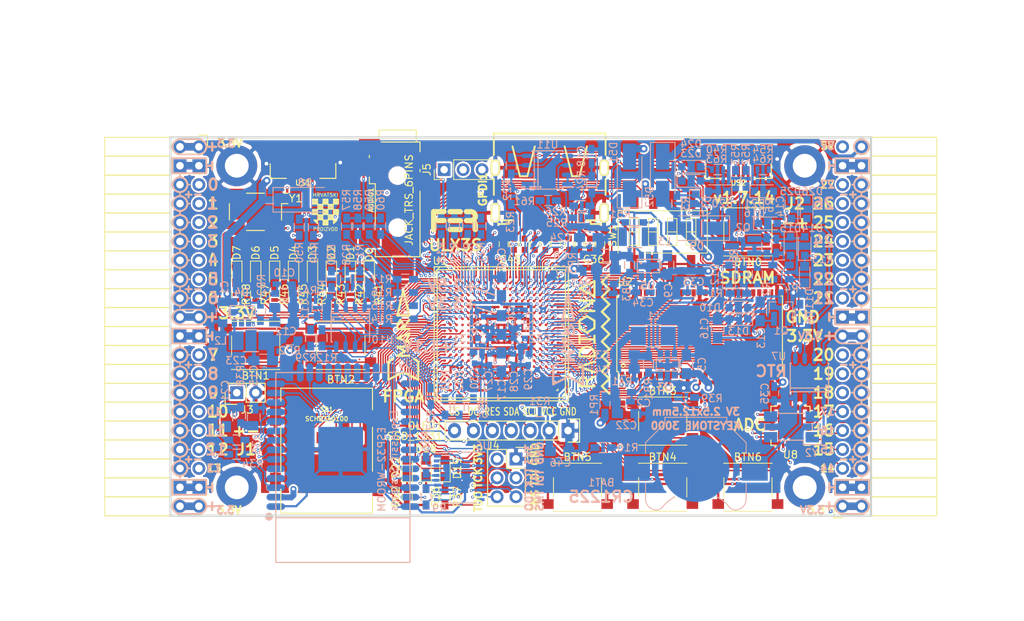
<source format=kicad_pcb>
(kicad_pcb (version 4) (host pcbnew 4.0.7+dfsg1-1)

  (general
    (links 770)
    (no_connects 0)
    (area 93.949999 61.269999 188.230001 112.370001)
    (thickness 1.6)
    (drawings 481)
    (tracks 4790)
    (zones 0)
    (modules 196)
    (nets 267)
  )

  (page A4)
  (layers
    (0 F.Cu signal)
    (1 In1.Cu signal)
    (2 In2.Cu signal)
    (31 B.Cu signal)
    (32 B.Adhes user)
    (33 F.Adhes user)
    (34 B.Paste user)
    (35 F.Paste user)
    (36 B.SilkS user)
    (37 F.SilkS user)
    (38 B.Mask user)
    (39 F.Mask user)
    (40 Dwgs.User user)
    (41 Cmts.User user)
    (42 Eco1.User user)
    (43 Eco2.User user)
    (44 Edge.Cuts user)
    (45 Margin user)
    (46 B.CrtYd user)
    (47 F.CrtYd user)
    (48 B.Fab user)
    (49 F.Fab user)
  )

  (setup
    (last_trace_width 0.3)
    (trace_clearance 0.127)
    (zone_clearance 0.127)
    (zone_45_only no)
    (trace_min 0.127)
    (segment_width 0.2)
    (edge_width 0.2)
    (via_size 0.4)
    (via_drill 0.2)
    (via_min_size 0.4)
    (via_min_drill 0.2)
    (uvia_size 0.3)
    (uvia_drill 0.1)
    (uvias_allowed no)
    (uvia_min_size 0.2)
    (uvia_min_drill 0.1)
    (pcb_text_width 0.3)
    (pcb_text_size 1.5 1.5)
    (mod_edge_width 0.15)
    (mod_text_size 1 1)
    (mod_text_width 0.15)
    (pad_size 1.7272 1.7272)
    (pad_drill 1.016)
    (pad_to_mask_clearance 0.05)
    (aux_axis_origin 94.1 112.22)
    (grid_origin 93.48 113)
    (visible_elements 7FFFFFFF)
    (pcbplotparams
      (layerselection 0x310f0_80000007)
      (usegerberextensions true)
      (excludeedgelayer true)
      (linewidth 0.100000)
      (plotframeref false)
      (viasonmask false)
      (mode 1)
      (useauxorigin false)
      (hpglpennumber 1)
      (hpglpenspeed 20)
      (hpglpendiameter 15)
      (hpglpenoverlay 2)
      (psnegative false)
      (psa4output false)
      (plotreference true)
      (plotvalue true)
      (plotinvisibletext false)
      (padsonsilk false)
      (subtractmaskfromsilk false)
      (outputformat 1)
      (mirror false)
      (drillshape 0)
      (scaleselection 1)
      (outputdirectory plot))
  )

  (net 0 "")
  (net 1 GND)
  (net 2 +5V)
  (net 3 /gpio/IN5V)
  (net 4 /gpio/OUT5V)
  (net 5 +3V3)
  (net 6 BTN_D)
  (net 7 BTN_F1)
  (net 8 BTN_F2)
  (net 9 BTN_L)
  (net 10 BTN_R)
  (net 11 BTN_U)
  (net 12 /power/FB1)
  (net 13 +2V5)
  (net 14 /power/PWREN)
  (net 15 /power/FB3)
  (net 16 /power/FB2)
  (net 17 "Net-(D9-Pad1)")
  (net 18 /power/VBAT)
  (net 19 JTAG_TDI)
  (net 20 JTAG_TCK)
  (net 21 JTAG_TMS)
  (net 22 JTAG_TDO)
  (net 23 /power/WAKEUPn)
  (net 24 /power/WKUP)
  (net 25 /power/SHUT)
  (net 26 /power/WAKE)
  (net 27 /power/HOLD)
  (net 28 /power/WKn)
  (net 29 /power/OSCI_32k)
  (net 30 /power/OSCO_32k)
  (net 31 "Net-(Q2-Pad3)")
  (net 32 SHUTDOWN)
  (net 33 /analog/AUDIO_L)
  (net 34 /analog/AUDIO_R)
  (net 35 GPDI_SDA)
  (net 36 GPDI_SCL)
  (net 37 /gpdi/VREF2)
  (net 38 SD_CMD)
  (net 39 SD_CLK)
  (net 40 SD_D0)
  (net 41 SD_D1)
  (net 42 USB5V)
  (net 43 GPDI_CEC)
  (net 44 nRESET)
  (net 45 FTDI_nDTR)
  (net 46 SDRAM_CKE)
  (net 47 SDRAM_A7)
  (net 48 SDRAM_D15)
  (net 49 SDRAM_BA1)
  (net 50 SDRAM_D7)
  (net 51 SDRAM_A6)
  (net 52 SDRAM_CLK)
  (net 53 SDRAM_D13)
  (net 54 SDRAM_BA0)
  (net 55 SDRAM_D6)
  (net 56 SDRAM_A5)
  (net 57 SDRAM_D14)
  (net 58 SDRAM_A11)
  (net 59 SDRAM_D12)
  (net 60 SDRAM_D5)
  (net 61 SDRAM_A4)
  (net 62 SDRAM_A10)
  (net 63 SDRAM_D11)
  (net 64 SDRAM_A3)
  (net 65 SDRAM_D4)
  (net 66 SDRAM_D10)
  (net 67 SDRAM_D9)
  (net 68 SDRAM_A9)
  (net 69 SDRAM_D3)
  (net 70 SDRAM_D8)
  (net 71 SDRAM_A8)
  (net 72 SDRAM_A2)
  (net 73 SDRAM_A1)
  (net 74 SDRAM_A0)
  (net 75 SDRAM_D2)
  (net 76 SDRAM_D1)
  (net 77 SDRAM_D0)
  (net 78 SDRAM_DQM0)
  (net 79 SDRAM_nCS)
  (net 80 SDRAM_nRAS)
  (net 81 SDRAM_DQM1)
  (net 82 SDRAM_nCAS)
  (net 83 SDRAM_nWE)
  (net 84 /flash/FLASH_nWP)
  (net 85 /flash/FLASH_nHOLD)
  (net 86 /flash/FLASH_MOSI)
  (net 87 /flash/FLASH_MISO)
  (net 88 /flash/FLASH_SCK)
  (net 89 /flash/FLASH_nCS)
  (net 90 /flash/FPGA_PROGRAMN)
  (net 91 /flash/FPGA_DONE)
  (net 92 /flash/FPGA_INITN)
  (net 93 OLED_RES)
  (net 94 OLED_DC)
  (net 95 OLED_CS)
  (net 96 WIFI_EN)
  (net 97 FTDI_nRTS)
  (net 98 FTDI_TXD)
  (net 99 FTDI_RXD)
  (net 100 WIFI_RXD)
  (net 101 WIFI_GPIO0)
  (net 102 WIFI_TXD)
  (net 103 USB_FTDI_D+)
  (net 104 USB_FTDI_D-)
  (net 105 SD_D3)
  (net 106 AUDIO_L3)
  (net 107 AUDIO_L2)
  (net 108 AUDIO_L1)
  (net 109 AUDIO_L0)
  (net 110 AUDIO_R3)
  (net 111 AUDIO_R2)
  (net 112 AUDIO_R1)
  (net 113 AUDIO_R0)
  (net 114 OLED_CLK)
  (net 115 OLED_MOSI)
  (net 116 LED0)
  (net 117 LED1)
  (net 118 LED2)
  (net 119 LED3)
  (net 120 LED4)
  (net 121 LED5)
  (net 122 LED6)
  (net 123 LED7)
  (net 124 BTN_PWRn)
  (net 125 FTDI_nTXLED)
  (net 126 FTDI_nSLEEP)
  (net 127 /blinkey/LED_PWREN)
  (net 128 /blinkey/LED_TXLED)
  (net 129 /sdcard/SD3V3)
  (net 130 SD_D2)
  (net 131 CLK_25MHz)
  (net 132 /blinkey/BTNPUL)
  (net 133 /blinkey/BTNPUR)
  (net 134 USB_FPGA_D+)
  (net 135 /power/FTDI_nSUSPEND)
  (net 136 /blinkey/ALED0)
  (net 137 /blinkey/ALED1)
  (net 138 /blinkey/ALED2)
  (net 139 /blinkey/ALED3)
  (net 140 /blinkey/ALED4)
  (net 141 /blinkey/ALED5)
  (net 142 /blinkey/ALED6)
  (net 143 /blinkey/ALED7)
  (net 144 /usb/FTD-)
  (net 145 /usb/FTD+)
  (net 146 ADC_MISO)
  (net 147 ADC_MOSI)
  (net 148 ADC_CSn)
  (net 149 ADC_SCLK)
  (net 150 SW3)
  (net 151 SW2)
  (net 152 SW1)
  (net 153 USB_FPGA_D-)
  (net 154 /usb/FPD+)
  (net 155 /usb/FPD-)
  (net 156 WIFI_GPIO16)
  (net 157 /usb/ANT_433MHz)
  (net 158 /power/PWRBTn)
  (net 159 PROG_DONE)
  (net 160 /power/P3V3)
  (net 161 /power/P2V5)
  (net 162 /power/L1)
  (net 163 /power/L3)
  (net 164 /power/L2)
  (net 165 FTDI_TXDEN)
  (net 166 SDRAM_A12)
  (net 167 /analog/AUDIO_V)
  (net 168 AUDIO_V3)
  (net 169 AUDIO_V2)
  (net 170 AUDIO_V1)
  (net 171 AUDIO_V0)
  (net 172 /blinkey/LED_WIFI)
  (net 173 /power/P1V1)
  (net 174 +1V1)
  (net 175 SW4)
  (net 176 /blinkey/SWPU)
  (net 177 /wifi/WIFIEN)
  (net 178 FT2V5)
  (net 179 GN0)
  (net 180 GP0)
  (net 181 GN1)
  (net 182 GP1)
  (net 183 GN2)
  (net 184 GP2)
  (net 185 GN3)
  (net 186 GP3)
  (net 187 GN4)
  (net 188 GP4)
  (net 189 GN5)
  (net 190 GP5)
  (net 191 GN6)
  (net 192 GP6)
  (net 193 GN14)
  (net 194 GP14)
  (net 195 GN15)
  (net 196 GP15)
  (net 197 GN16)
  (net 198 GP16)
  (net 199 GN17)
  (net 200 GP17)
  (net 201 GN18)
  (net 202 GP18)
  (net 203 GN19)
  (net 204 GP19)
  (net 205 GN20)
  (net 206 GP20)
  (net 207 GN21)
  (net 208 GP21)
  (net 209 GN22)
  (net 210 GP22)
  (net 211 GN23)
  (net 212 GP23)
  (net 213 GN24)
  (net 214 GP24)
  (net 215 GN25)
  (net 216 GP25)
  (net 217 GN26)
  (net 218 GP26)
  (net 219 GN27)
  (net 220 GP27)
  (net 221 GN7)
  (net 222 GP7)
  (net 223 GN8)
  (net 224 GP8)
  (net 225 GN9)
  (net 226 GP9)
  (net 227 GN10)
  (net 228 GP10)
  (net 229 GN11)
  (net 230 GP11)
  (net 231 GN12)
  (net 232 GP12)
  (net 233 GN13)
  (net 234 GP13)
  (net 235 WIFI_GPIO5)
  (net 236 WIFI_GPIO17)
  (net 237 USB_FPGA_PULL_D+)
  (net 238 USB_FPGA_PULL_D-)
  (net 239 "Net-(D23-Pad2)")
  (net 240 "Net-(D24-Pad1)")
  (net 241 "Net-(D25-Pad2)")
  (net 242 "Net-(D26-Pad1)")
  (net 243 /gpdi/GPDI_ETH+)
  (net 244 FPDI_ETH+)
  (net 245 /gpdi/GPDI_ETH-)
  (net 246 FPDI_ETH-)
  (net 247 /gpdi/GPDI_D2-)
  (net 248 FPDI_D2-)
  (net 249 /gpdi/GPDI_D1-)
  (net 250 FPDI_D1-)
  (net 251 /gpdi/GPDI_D0-)
  (net 252 FPDI_D0-)
  (net 253 /gpdi/GPDI_CLK-)
  (net 254 FPDI_CLK-)
  (net 255 /gpdi/GPDI_D2+)
  (net 256 FPDI_D2+)
  (net 257 /gpdi/GPDI_D1+)
  (net 258 FPDI_D1+)
  (net 259 /gpdi/GPDI_D0+)
  (net 260 FPDI_D0+)
  (net 261 /gpdi/GPDI_CLK+)
  (net 262 FPDI_CLK+)
  (net 263 FPDI_SDA)
  (net 264 FPDI_SCL)
  (net 265 /gpdi/FPDI_CEC)
  (net 266 2V5_3V3)

  (net_class Default "This is the default net class."
    (clearance 0.127)
    (trace_width 0.3)
    (via_dia 0.4)
    (via_drill 0.2)
    (uvia_dia 0.3)
    (uvia_drill 0.1)
    (add_net +1V1)
    (add_net +2V5)
    (add_net +3V3)
    (add_net +5V)
    (add_net /analog/AUDIO_L)
    (add_net /analog/AUDIO_R)
    (add_net /analog/AUDIO_V)
    (add_net /blinkey/ALED0)
    (add_net /blinkey/ALED1)
    (add_net /blinkey/ALED2)
    (add_net /blinkey/ALED3)
    (add_net /blinkey/ALED4)
    (add_net /blinkey/ALED5)
    (add_net /blinkey/ALED6)
    (add_net /blinkey/ALED7)
    (add_net /blinkey/BTNPUL)
    (add_net /blinkey/BTNPUR)
    (add_net /blinkey/LED_PWREN)
    (add_net /blinkey/LED_TXLED)
    (add_net /blinkey/LED_WIFI)
    (add_net /blinkey/SWPU)
    (add_net /gpdi/FPDI_CEC)
    (add_net /gpdi/GPDI_CLK+)
    (add_net /gpdi/GPDI_CLK-)
    (add_net /gpdi/GPDI_D0+)
    (add_net /gpdi/GPDI_D0-)
    (add_net /gpdi/GPDI_D1+)
    (add_net /gpdi/GPDI_D1-)
    (add_net /gpdi/GPDI_D2+)
    (add_net /gpdi/GPDI_D2-)
    (add_net /gpdi/GPDI_ETH+)
    (add_net /gpdi/GPDI_ETH-)
    (add_net /gpdi/VREF2)
    (add_net /gpio/IN5V)
    (add_net /gpio/OUT5V)
    (add_net /power/FB1)
    (add_net /power/FB2)
    (add_net /power/FB3)
    (add_net /power/FTDI_nSUSPEND)
    (add_net /power/HOLD)
    (add_net /power/L1)
    (add_net /power/L2)
    (add_net /power/L3)
    (add_net /power/OSCI_32k)
    (add_net /power/OSCO_32k)
    (add_net /power/P1V1)
    (add_net /power/P2V5)
    (add_net /power/P3V3)
    (add_net /power/PWRBTn)
    (add_net /power/PWREN)
    (add_net /power/SHUT)
    (add_net /power/VBAT)
    (add_net /power/WAKE)
    (add_net /power/WAKEUPn)
    (add_net /power/WKUP)
    (add_net /power/WKn)
    (add_net /sdcard/SD3V3)
    (add_net /usb/ANT_433MHz)
    (add_net /usb/FPD+)
    (add_net /usb/FPD-)
    (add_net /usb/FTD+)
    (add_net /usb/FTD-)
    (add_net /wifi/WIFIEN)
    (add_net 2V5_3V3)
    (add_net FT2V5)
    (add_net GND)
    (add_net "Net-(D23-Pad2)")
    (add_net "Net-(D24-Pad1)")
    (add_net "Net-(D25-Pad2)")
    (add_net "Net-(D26-Pad1)")
    (add_net "Net-(D9-Pad1)")
    (add_net "Net-(Q2-Pad3)")
    (add_net SW4)
    (add_net USB5V)
  )

  (net_class BGA ""
    (clearance 0.127)
    (trace_width 0.19)
    (via_dia 0.4)
    (via_drill 0.2)
    (uvia_dia 0.3)
    (uvia_drill 0.1)
    (add_net /flash/FLASH_MISO)
    (add_net /flash/FLASH_MOSI)
    (add_net /flash/FLASH_SCK)
    (add_net /flash/FLASH_nCS)
    (add_net /flash/FLASH_nHOLD)
    (add_net /flash/FLASH_nWP)
    (add_net /flash/FPGA_DONE)
    (add_net /flash/FPGA_INITN)
    (add_net /flash/FPGA_PROGRAMN)
    (add_net ADC_CSn)
    (add_net ADC_MISO)
    (add_net ADC_MOSI)
    (add_net ADC_SCLK)
    (add_net AUDIO_L0)
    (add_net AUDIO_L1)
    (add_net AUDIO_L2)
    (add_net AUDIO_L3)
    (add_net AUDIO_R0)
    (add_net AUDIO_R1)
    (add_net AUDIO_R2)
    (add_net AUDIO_R3)
    (add_net AUDIO_V0)
    (add_net AUDIO_V1)
    (add_net AUDIO_V2)
    (add_net AUDIO_V3)
    (add_net BTN_D)
    (add_net BTN_F1)
    (add_net BTN_F2)
    (add_net BTN_L)
    (add_net BTN_PWRn)
    (add_net BTN_R)
    (add_net BTN_U)
    (add_net CLK_25MHz)
    (add_net FPDI_CLK+)
    (add_net FPDI_CLK-)
    (add_net FPDI_D0+)
    (add_net FPDI_D0-)
    (add_net FPDI_D1+)
    (add_net FPDI_D1-)
    (add_net FPDI_D2+)
    (add_net FPDI_D2-)
    (add_net FPDI_ETH+)
    (add_net FPDI_ETH-)
    (add_net FPDI_SCL)
    (add_net FPDI_SDA)
    (add_net FTDI_RXD)
    (add_net FTDI_TXD)
    (add_net FTDI_TXDEN)
    (add_net FTDI_nDTR)
    (add_net FTDI_nRTS)
    (add_net FTDI_nSLEEP)
    (add_net FTDI_nTXLED)
    (add_net GN0)
    (add_net GN1)
    (add_net GN10)
    (add_net GN11)
    (add_net GN12)
    (add_net GN13)
    (add_net GN14)
    (add_net GN15)
    (add_net GN16)
    (add_net GN17)
    (add_net GN18)
    (add_net GN19)
    (add_net GN2)
    (add_net GN20)
    (add_net GN21)
    (add_net GN22)
    (add_net GN23)
    (add_net GN24)
    (add_net GN25)
    (add_net GN26)
    (add_net GN27)
    (add_net GN3)
    (add_net GN4)
    (add_net GN5)
    (add_net GN6)
    (add_net GN7)
    (add_net GN8)
    (add_net GN9)
    (add_net GP0)
    (add_net GP1)
    (add_net GP10)
    (add_net GP11)
    (add_net GP12)
    (add_net GP13)
    (add_net GP14)
    (add_net GP15)
    (add_net GP16)
    (add_net GP17)
    (add_net GP18)
    (add_net GP19)
    (add_net GP2)
    (add_net GP20)
    (add_net GP21)
    (add_net GP22)
    (add_net GP23)
    (add_net GP24)
    (add_net GP25)
    (add_net GP26)
    (add_net GP27)
    (add_net GP3)
    (add_net GP4)
    (add_net GP5)
    (add_net GP6)
    (add_net GP7)
    (add_net GP8)
    (add_net GP9)
    (add_net GPDI_CEC)
    (add_net GPDI_SCL)
    (add_net GPDI_SDA)
    (add_net JTAG_TCK)
    (add_net JTAG_TDI)
    (add_net JTAG_TDO)
    (add_net JTAG_TMS)
    (add_net LED0)
    (add_net LED1)
    (add_net LED2)
    (add_net LED3)
    (add_net LED4)
    (add_net LED5)
    (add_net LED6)
    (add_net LED7)
    (add_net OLED_CLK)
    (add_net OLED_CS)
    (add_net OLED_DC)
    (add_net OLED_MOSI)
    (add_net OLED_RES)
    (add_net PROG_DONE)
    (add_net SDRAM_A0)
    (add_net SDRAM_A1)
    (add_net SDRAM_A10)
    (add_net SDRAM_A11)
    (add_net SDRAM_A12)
    (add_net SDRAM_A2)
    (add_net SDRAM_A3)
    (add_net SDRAM_A4)
    (add_net SDRAM_A5)
    (add_net SDRAM_A6)
    (add_net SDRAM_A7)
    (add_net SDRAM_A8)
    (add_net SDRAM_A9)
    (add_net SDRAM_BA0)
    (add_net SDRAM_BA1)
    (add_net SDRAM_CKE)
    (add_net SDRAM_CLK)
    (add_net SDRAM_D0)
    (add_net SDRAM_D1)
    (add_net SDRAM_D10)
    (add_net SDRAM_D11)
    (add_net SDRAM_D12)
    (add_net SDRAM_D13)
    (add_net SDRAM_D14)
    (add_net SDRAM_D15)
    (add_net SDRAM_D2)
    (add_net SDRAM_D3)
    (add_net SDRAM_D4)
    (add_net SDRAM_D5)
    (add_net SDRAM_D6)
    (add_net SDRAM_D7)
    (add_net SDRAM_D8)
    (add_net SDRAM_D9)
    (add_net SDRAM_DQM0)
    (add_net SDRAM_DQM1)
    (add_net SDRAM_nCAS)
    (add_net SDRAM_nCS)
    (add_net SDRAM_nRAS)
    (add_net SDRAM_nWE)
    (add_net SD_CLK)
    (add_net SD_CMD)
    (add_net SD_D0)
    (add_net SD_D1)
    (add_net SD_D2)
    (add_net SD_D3)
    (add_net SHUTDOWN)
    (add_net SW1)
    (add_net SW2)
    (add_net SW3)
    (add_net USB_FPGA_D+)
    (add_net USB_FPGA_D-)
    (add_net USB_FPGA_PULL_D+)
    (add_net USB_FPGA_PULL_D-)
    (add_net USB_FTDI_D+)
    (add_net USB_FTDI_D-)
    (add_net WIFI_EN)
    (add_net WIFI_GPIO0)
    (add_net WIFI_GPIO16)
    (add_net WIFI_GPIO17)
    (add_net WIFI_GPIO5)
    (add_net WIFI_RXD)
    (add_net WIFI_TXD)
    (add_net nRESET)
  )

  (net_class Minimal ""
    (clearance 0.127)
    (trace_width 0.127)
    (via_dia 0.4)
    (via_drill 0.2)
    (uvia_dia 0.3)
    (uvia_drill 0.1)
  )

  (module Resistors_SMD:R_0603_HandSoldering (layer B.Cu) (tedit 59D565A6) (tstamp 59C0F273)
    (at 169.919 66.965 90)
    (descr "Resistor SMD 0603, hand soldering")
    (tags "resistor 0603")
    (path /58D6BF46/59C0F7B6)
    (attr smd)
    (fp_text reference R53 (at 3.259 0 270) (layer B.SilkS)
      (effects (font (size 1 1) (thickness 0.15)) (justify mirror))
    )
    (fp_text value 27 (at 2.667 0 270) (layer B.Fab)
      (effects (font (size 1 1) (thickness 0.15)) (justify mirror))
    )
    (fp_text user %R (at 2.413 -2.54 180) (layer B.Fab) hide
      (effects (font (size 1 1) (thickness 0.15)) (justify mirror))
    )
    (fp_line (start -0.8 -0.4) (end -0.8 0.4) (layer B.Fab) (width 0.1))
    (fp_line (start 0.8 -0.4) (end -0.8 -0.4) (layer B.Fab) (width 0.1))
    (fp_line (start 0.8 0.4) (end 0.8 -0.4) (layer B.Fab) (width 0.1))
    (fp_line (start -0.8 0.4) (end 0.8 0.4) (layer B.Fab) (width 0.1))
    (fp_line (start 0.5 -0.68) (end -0.5 -0.68) (layer B.SilkS) (width 0.12))
    (fp_line (start -0.5 0.68) (end 0.5 0.68) (layer B.SilkS) (width 0.12))
    (fp_line (start -1.96 0.7) (end 1.95 0.7) (layer B.CrtYd) (width 0.05))
    (fp_line (start -1.96 0.7) (end -1.96 -0.7) (layer B.CrtYd) (width 0.05))
    (fp_line (start 1.95 -0.7) (end 1.95 0.7) (layer B.CrtYd) (width 0.05))
    (fp_line (start 1.95 -0.7) (end -1.96 -0.7) (layer B.CrtYd) (width 0.05))
    (pad 1 smd rect (at -1.1 0 90) (size 1.2 0.9) (layers B.Cu B.Paste B.Mask)
      (net 134 USB_FPGA_D+))
    (pad 2 smd rect (at 1.1 0 90) (size 1.2 0.9) (layers B.Cu B.Paste B.Mask)
      (net 154 /usb/FPD+))
    (model Resistors_SMD.3dshapes/R_0603.wrl
      (at (xyz 0 0 0))
      (scale (xyz 1 1 1))
      (rotate (xyz 0 0 0))
    )
  )

  (module Socket_Strips:Socket_Strip_Angled_2x20 (layer F.Cu) (tedit 5A2B354F) (tstamp 58E6BE3D)
    (at 97.91 62.69 270)
    (descr "Through hole socket strip")
    (tags "socket strip")
    (path /56AC389C/58E6B835)
    (fp_text reference J1 (at 40.64 -6.35 360) (layer F.SilkS)
      (effects (font (size 1.5 1.5) (thickness 0.3)))
    )
    (fp_text value CONN_02X20 (at 0 -2.6 270) (layer F.Fab) hide
      (effects (font (size 1 1) (thickness 0.15)))
    )
    (fp_line (start -1.75 -1.35) (end -1.75 13.15) (layer F.CrtYd) (width 0.05))
    (fp_line (start 50.05 -1.35) (end 50.05 13.15) (layer F.CrtYd) (width 0.05))
    (fp_line (start -1.75 -1.35) (end 50.05 -1.35) (layer F.CrtYd) (width 0.05))
    (fp_line (start -1.75 13.15) (end 50.05 13.15) (layer F.CrtYd) (width 0.05))
    (fp_line (start 49.53 12.64) (end 49.53 3.81) (layer F.SilkS) (width 0.15))
    (fp_line (start 46.99 12.64) (end 49.53 12.64) (layer F.SilkS) (width 0.15))
    (fp_line (start 46.99 3.81) (end 49.53 3.81) (layer F.SilkS) (width 0.15))
    (fp_line (start 49.53 3.81) (end 49.53 12.64) (layer F.SilkS) (width 0.15))
    (fp_line (start 46.99 3.81) (end 46.99 12.64) (layer F.SilkS) (width 0.15))
    (fp_line (start 44.45 3.81) (end 46.99 3.81) (layer F.SilkS) (width 0.15))
    (fp_line (start 44.45 12.64) (end 46.99 12.64) (layer F.SilkS) (width 0.15))
    (fp_line (start 46.99 12.64) (end 46.99 3.81) (layer F.SilkS) (width 0.15))
    (fp_line (start 29.21 12.64) (end 29.21 3.81) (layer F.SilkS) (width 0.15))
    (fp_line (start 26.67 12.64) (end 29.21 12.64) (layer F.SilkS) (width 0.15))
    (fp_line (start 26.67 3.81) (end 29.21 3.81) (layer F.SilkS) (width 0.15))
    (fp_line (start 29.21 3.81) (end 29.21 12.64) (layer F.SilkS) (width 0.15))
    (fp_line (start 31.75 3.81) (end 31.75 12.64) (layer F.SilkS) (width 0.15))
    (fp_line (start 29.21 3.81) (end 31.75 3.81) (layer F.SilkS) (width 0.15))
    (fp_line (start 29.21 12.64) (end 31.75 12.64) (layer F.SilkS) (width 0.15))
    (fp_line (start 31.75 12.64) (end 31.75 3.81) (layer F.SilkS) (width 0.15))
    (fp_line (start 44.45 12.64) (end 44.45 3.81) (layer F.SilkS) (width 0.15))
    (fp_line (start 41.91 12.64) (end 44.45 12.64) (layer F.SilkS) (width 0.15))
    (fp_line (start 41.91 3.81) (end 44.45 3.81) (layer F.SilkS) (width 0.15))
    (fp_line (start 44.45 3.81) (end 44.45 12.64) (layer F.SilkS) (width 0.15))
    (fp_line (start 41.91 3.81) (end 41.91 12.64) (layer F.SilkS) (width 0.15))
    (fp_line (start 39.37 3.81) (end 41.91 3.81) (layer F.SilkS) (width 0.15))
    (fp_line (start 39.37 12.64) (end 41.91 12.64) (layer F.SilkS) (width 0.15))
    (fp_line (start 41.91 12.64) (end 41.91 3.81) (layer F.SilkS) (width 0.15))
    (fp_line (start 39.37 12.64) (end 39.37 3.81) (layer F.SilkS) (width 0.15))
    (fp_line (start 36.83 12.64) (end 39.37 12.64) (layer F.SilkS) (width 0.15))
    (fp_line (start 36.83 3.81) (end 39.37 3.81) (layer F.SilkS) (width 0.15))
    (fp_line (start 39.37 3.81) (end 39.37 12.64) (layer F.SilkS) (width 0.15))
    (fp_line (start 36.83 3.81) (end 36.83 12.64) (layer F.SilkS) (width 0.15))
    (fp_line (start 34.29 3.81) (end 36.83 3.81) (layer F.SilkS) (width 0.15))
    (fp_line (start 34.29 12.64) (end 36.83 12.64) (layer F.SilkS) (width 0.15))
    (fp_line (start 36.83 12.64) (end 36.83 3.81) (layer F.SilkS) (width 0.15))
    (fp_line (start 34.29 12.64) (end 34.29 3.81) (layer F.SilkS) (width 0.15))
    (fp_line (start 31.75 12.64) (end 34.29 12.64) (layer F.SilkS) (width 0.15))
    (fp_line (start 31.75 3.81) (end 34.29 3.81) (layer F.SilkS) (width 0.15))
    (fp_line (start 34.29 3.81) (end 34.29 12.64) (layer F.SilkS) (width 0.15))
    (fp_line (start 16.51 3.81) (end 16.51 12.64) (layer F.SilkS) (width 0.15))
    (fp_line (start 13.97 3.81) (end 16.51 3.81) (layer F.SilkS) (width 0.15))
    (fp_line (start 13.97 12.64) (end 16.51 12.64) (layer F.SilkS) (width 0.15))
    (fp_line (start 16.51 12.64) (end 16.51 3.81) (layer F.SilkS) (width 0.15))
    (fp_line (start 19.05 12.64) (end 19.05 3.81) (layer F.SilkS) (width 0.15))
    (fp_line (start 16.51 12.64) (end 19.05 12.64) (layer F.SilkS) (width 0.15))
    (fp_line (start 16.51 3.81) (end 19.05 3.81) (layer F.SilkS) (width 0.15))
    (fp_line (start 19.05 3.81) (end 19.05 12.64) (layer F.SilkS) (width 0.15))
    (fp_line (start 21.59 3.81) (end 21.59 12.64) (layer F.SilkS) (width 0.15))
    (fp_line (start 19.05 3.81) (end 21.59 3.81) (layer F.SilkS) (width 0.15))
    (fp_line (start 19.05 12.64) (end 21.59 12.64) (layer F.SilkS) (width 0.15))
    (fp_line (start 21.59 12.64) (end 21.59 3.81) (layer F.SilkS) (width 0.15))
    (fp_line (start 24.13 12.64) (end 24.13 3.81) (layer F.SilkS) (width 0.15))
    (fp_line (start 21.59 12.64) (end 24.13 12.64) (layer F.SilkS) (width 0.15))
    (fp_line (start 21.59 3.81) (end 24.13 3.81) (layer F.SilkS) (width 0.15))
    (fp_line (start 24.13 3.81) (end 24.13 12.64) (layer F.SilkS) (width 0.15))
    (fp_line (start 26.67 3.81) (end 26.67 12.64) (layer F.SilkS) (width 0.15))
    (fp_line (start 24.13 3.81) (end 26.67 3.81) (layer F.SilkS) (width 0.15))
    (fp_line (start 24.13 12.64) (end 26.67 12.64) (layer F.SilkS) (width 0.15))
    (fp_line (start 26.67 12.64) (end 26.67 3.81) (layer F.SilkS) (width 0.15))
    (fp_line (start 13.97 12.64) (end 13.97 3.81) (layer F.SilkS) (width 0.15))
    (fp_line (start 11.43 12.64) (end 13.97 12.64) (layer F.SilkS) (width 0.15))
    (fp_line (start 11.43 3.81) (end 13.97 3.81) (layer F.SilkS) (width 0.15))
    (fp_line (start 13.97 3.81) (end 13.97 12.64) (layer F.SilkS) (width 0.15))
    (fp_line (start 11.43 3.81) (end 11.43 12.64) (layer F.SilkS) (width 0.15))
    (fp_line (start 8.89 3.81) (end 11.43 3.81) (layer F.SilkS) (width 0.15))
    (fp_line (start 8.89 12.64) (end 11.43 12.64) (layer F.SilkS) (width 0.15))
    (fp_line (start 11.43 12.64) (end 11.43 3.81) (layer F.SilkS) (width 0.15))
    (fp_line (start 8.89 12.64) (end 8.89 3.81) (layer F.SilkS) (width 0.15))
    (fp_line (start 6.35 12.64) (end 8.89 12.64) (layer F.SilkS) (width 0.15))
    (fp_line (start 6.35 3.81) (end 8.89 3.81) (layer F.SilkS) (width 0.15))
    (fp_line (start 8.89 3.81) (end 8.89 12.64) (layer F.SilkS) (width 0.15))
    (fp_line (start 6.35 3.81) (end 6.35 12.64) (layer F.SilkS) (width 0.15))
    (fp_line (start 3.81 3.81) (end 6.35 3.81) (layer F.SilkS) (width 0.15))
    (fp_line (start 3.81 12.64) (end 6.35 12.64) (layer F.SilkS) (width 0.15))
    (fp_line (start 6.35 12.64) (end 6.35 3.81) (layer F.SilkS) (width 0.15))
    (fp_line (start 3.81 12.64) (end 3.81 3.81) (layer F.SilkS) (width 0.15))
    (fp_line (start 1.27 12.64) (end 3.81 12.64) (layer F.SilkS) (width 0.15))
    (fp_line (start 1.27 3.81) (end 3.81 3.81) (layer F.SilkS) (width 0.15))
    (fp_line (start 3.81 3.81) (end 3.81 12.64) (layer F.SilkS) (width 0.15))
    (fp_line (start 1.27 3.81) (end 1.27 12.64) (layer F.SilkS) (width 0.15))
    (fp_line (start -1.27 3.81) (end 1.27 3.81) (layer F.SilkS) (width 0.15))
    (fp_line (start 0 -1.15) (end -1.55 -1.15) (layer F.SilkS) (width 0.15))
    (fp_line (start -1.55 -1.15) (end -1.55 0) (layer F.SilkS) (width 0.15))
    (fp_line (start -1.27 3.81) (end -1.27 12.64) (layer F.SilkS) (width 0.15))
    (fp_line (start -1.27 12.64) (end 1.27 12.64) (layer F.SilkS) (width 0.15))
    (fp_line (start 1.27 12.64) (end 1.27 3.81) (layer F.SilkS) (width 0.15))
    (pad 1 thru_hole oval (at 0 0 270) (size 1.7272 1.7272) (drill 1.016) (layers *.Cu *.Mask)
      (net 5 +3V3))
    (pad 2 thru_hole oval (at 0 2.54 270) (size 1.7272 1.7272) (drill 1.016) (layers *.Cu *.Mask)
      (net 5 +3V3))
    (pad 3 thru_hole rect (at 2.54 0 270) (size 1.7272 1.7272) (drill 1.016) (layers *.Cu *.Mask)
      (net 1 GND))
    (pad 4 thru_hole rect (at 2.54 2.54 270) (size 1.7272 1.7272) (drill 1.016) (layers *.Cu *.Mask)
      (net 1 GND))
    (pad 5 thru_hole oval (at 5.08 0 270) (size 1.7272 1.7272) (drill 1.016) (layers *.Cu *.Mask)
      (net 179 GN0))
    (pad 6 thru_hole oval (at 5.08 2.54 270) (size 1.7272 1.7272) (drill 1.016) (layers *.Cu *.Mask)
      (net 180 GP0))
    (pad 7 thru_hole oval (at 7.62 0 270) (size 1.7272 1.7272) (drill 1.016) (layers *.Cu *.Mask)
      (net 181 GN1))
    (pad 8 thru_hole oval (at 7.62 2.54 270) (size 1.7272 1.7272) (drill 1.016) (layers *.Cu *.Mask)
      (net 182 GP1))
    (pad 9 thru_hole oval (at 10.16 0 270) (size 1.7272 1.7272) (drill 1.016) (layers *.Cu *.Mask)
      (net 183 GN2))
    (pad 10 thru_hole oval (at 10.16 2.54 270) (size 1.7272 1.7272) (drill 1.016) (layers *.Cu *.Mask)
      (net 184 GP2))
    (pad 11 thru_hole oval (at 12.7 0 270) (size 1.7272 1.7272) (drill 1.016) (layers *.Cu *.Mask)
      (net 185 GN3))
    (pad 12 thru_hole oval (at 12.7 2.54 270) (size 1.7272 1.7272) (drill 1.016) (layers *.Cu *.Mask)
      (net 186 GP3))
    (pad 13 thru_hole oval (at 15.24 0 270) (size 1.7272 1.7272) (drill 1.016) (layers *.Cu *.Mask)
      (net 187 GN4))
    (pad 14 thru_hole oval (at 15.24 2.54 270) (size 1.7272 1.7272) (drill 1.016) (layers *.Cu *.Mask)
      (net 188 GP4))
    (pad 15 thru_hole oval (at 17.78 0 270) (size 1.7272 1.7272) (drill 1.016) (layers *.Cu *.Mask)
      (net 189 GN5))
    (pad 16 thru_hole oval (at 17.78 2.54 270) (size 1.7272 1.7272) (drill 1.016) (layers *.Cu *.Mask)
      (net 190 GP5))
    (pad 17 thru_hole oval (at 20.32 0 270) (size 1.7272 1.7272) (drill 1.016) (layers *.Cu *.Mask)
      (net 191 GN6))
    (pad 18 thru_hole oval (at 20.32 2.54 270) (size 1.7272 1.7272) (drill 1.016) (layers *.Cu *.Mask)
      (net 192 GP6))
    (pad 19 thru_hole oval (at 22.86 0 270) (size 1.7272 1.7272) (drill 1.016) (layers *.Cu *.Mask)
      (net 5 +3V3))
    (pad 20 thru_hole oval (at 22.86 2.54 270) (size 1.7272 1.7272) (drill 1.016) (layers *.Cu *.Mask)
      (net 5 +3V3))
    (pad 21 thru_hole rect (at 25.4 0 270) (size 1.7272 1.7272) (drill 1.016) (layers *.Cu *.Mask)
      (net 1 GND))
    (pad 22 thru_hole rect (at 25.4 2.54 270) (size 1.7272 1.7272) (drill 1.016) (layers *.Cu *.Mask)
      (net 1 GND))
    (pad 23 thru_hole oval (at 27.94 0 270) (size 1.7272 1.7272) (drill 1.016) (layers *.Cu *.Mask)
      (net 221 GN7))
    (pad 24 thru_hole oval (at 27.94 2.54 270) (size 1.7272 1.7272) (drill 1.016) (layers *.Cu *.Mask)
      (net 222 GP7))
    (pad 25 thru_hole oval (at 30.48 0 270) (size 1.7272 1.7272) (drill 1.016) (layers *.Cu *.Mask)
      (net 223 GN8))
    (pad 26 thru_hole oval (at 30.48 2.54 270) (size 1.7272 1.7272) (drill 1.016) (layers *.Cu *.Mask)
      (net 224 GP8))
    (pad 27 thru_hole oval (at 33.02 0 270) (size 1.7272 1.7272) (drill 1.016) (layers *.Cu *.Mask)
      (net 225 GN9))
    (pad 28 thru_hole oval (at 33.02 2.54 270) (size 1.7272 1.7272) (drill 1.016) (layers *.Cu *.Mask)
      (net 226 GP9))
    (pad 29 thru_hole oval (at 35.56 0 270) (size 1.7272 1.7272) (drill 1.016) (layers *.Cu *.Mask)
      (net 227 GN10))
    (pad 30 thru_hole oval (at 35.56 2.54 270) (size 1.7272 1.7272) (drill 1.016) (layers *.Cu *.Mask)
      (net 228 GP10))
    (pad 31 thru_hole oval (at 38.1 0 270) (size 1.7272 1.7272) (drill 1.016) (layers *.Cu *.Mask)
      (net 229 GN11))
    (pad 32 thru_hole oval (at 38.1 2.54 270) (size 1.7272 1.7272) (drill 1.016) (layers *.Cu *.Mask)
      (net 230 GP11))
    (pad 33 thru_hole oval (at 40.64 0 270) (size 1.7272 1.7272) (drill 1.016) (layers *.Cu *.Mask)
      (net 231 GN12))
    (pad 34 thru_hole oval (at 40.64 2.54 270) (size 1.7272 1.7272) (drill 1.016) (layers *.Cu *.Mask)
      (net 232 GP12))
    (pad 35 thru_hole oval (at 43.18 0 270) (size 1.7272 1.7272) (drill 1.016) (layers *.Cu *.Mask)
      (net 233 GN13))
    (pad 36 thru_hole oval (at 43.18 2.54 270) (size 1.7272 1.7272) (drill 1.016) (layers *.Cu *.Mask)
      (net 234 GP13))
    (pad 37 thru_hole rect (at 45.72 0 270) (size 1.7272 1.7272) (drill 1.016) (layers *.Cu *.Mask)
      (net 1 GND))
    (pad 38 thru_hole rect (at 45.72 2.54 270) (size 1.7272 1.7272) (drill 1.016) (layers *.Cu *.Mask)
      (net 1 GND))
    (pad 39 thru_hole oval (at 48.26 0 270) (size 1.7272 1.7272) (drill 1.016) (layers *.Cu *.Mask)
      (net 5 +3V3))
    (pad 40 thru_hole oval (at 48.26 2.54 270) (size 1.7272 1.7272) (drill 1.016) (layers *.Cu *.Mask)
      (net 5 +3V3))
    (model Socket_Strips.3dshapes/Socket_Strip_Angled_2x20.wrl
      (at (xyz 0.95 -0.05 0))
      (scale (xyz 1 1 1))
      (rotate (xyz 0 0 180))
    )
  )

  (module SMD_Packages:1Pin (layer F.Cu) (tedit 59F891E7) (tstamp 59C3DCCD)
    (at 182.67515 111.637626)
    (descr "module 1 pin (ou trou mecanique de percage)")
    (tags DEV)
    (path /58D6BF46/59C3AE47)
    (fp_text reference AE1 (at -3.236 3.798) (layer F.SilkS) hide
      (effects (font (size 1 1) (thickness 0.15)))
    )
    (fp_text value 433MHz (at 2.606 3.798) (layer F.Fab) hide
      (effects (font (size 1 1) (thickness 0.15)))
    )
    (pad 1 smd rect (at 0 0) (size 0.5 0.5) (layers B.Cu F.Paste F.Mask)
      (net 157 /usb/ANT_433MHz))
  )

  (module Resistors_SMD:R_0603_HandSoldering (layer B.Cu) (tedit 58307AEF) (tstamp 590C5C33)
    (at 103.498 98.758 90)
    (descr "Resistor SMD 0603, hand soldering")
    (tags "resistor 0603")
    (path /58DA7327/590C5D62)
    (attr smd)
    (fp_text reference R38 (at 5.334 0 90) (layer B.SilkS)
      (effects (font (size 1 1) (thickness 0.15)) (justify mirror))
    )
    (fp_text value 0.47 (at 3.386 0 90) (layer B.Fab)
      (effects (font (size 1 1) (thickness 0.15)) (justify mirror))
    )
    (fp_line (start -0.8 -0.4) (end -0.8 0.4) (layer B.Fab) (width 0.1))
    (fp_line (start 0.8 -0.4) (end -0.8 -0.4) (layer B.Fab) (width 0.1))
    (fp_line (start 0.8 0.4) (end 0.8 -0.4) (layer B.Fab) (width 0.1))
    (fp_line (start -0.8 0.4) (end 0.8 0.4) (layer B.Fab) (width 0.1))
    (fp_line (start -2 0.8) (end 2 0.8) (layer B.CrtYd) (width 0.05))
    (fp_line (start -2 -0.8) (end 2 -0.8) (layer B.CrtYd) (width 0.05))
    (fp_line (start -2 0.8) (end -2 -0.8) (layer B.CrtYd) (width 0.05))
    (fp_line (start 2 0.8) (end 2 -0.8) (layer B.CrtYd) (width 0.05))
    (fp_line (start 0.5 -0.675) (end -0.5 -0.675) (layer B.SilkS) (width 0.15))
    (fp_line (start -0.5 0.675) (end 0.5 0.675) (layer B.SilkS) (width 0.15))
    (pad 1 smd rect (at -1.1 0 90) (size 1.2 0.9) (layers B.Cu B.Paste B.Mask)
      (net 129 /sdcard/SD3V3))
    (pad 2 smd rect (at 1.1 0 90) (size 1.2 0.9) (layers B.Cu B.Paste B.Mask)
      (net 5 +3V3))
    (model Resistors_SMD.3dshapes/R_0603_HandSoldering.wrl
      (at (xyz 0 0 0))
      (scale (xyz 1 1 1))
      (rotate (xyz 0 0 0))
    )
    (model Resistors_SMD.3dshapes/R_0603.wrl
      (at (xyz 0 0 0))
      (scale (xyz 1 1 1))
      (rotate (xyz 0 0 0))
    )
  )

  (module Diodes_SMD:D_SMA_Handsoldering (layer B.Cu) (tedit 59D564F6) (tstamp 59D3C50D)
    (at 155.695 66.5 90)
    (descr "Diode SMA (DO-214AC) Handsoldering")
    (tags "Diode SMA (DO-214AC) Handsoldering")
    (path /56AC389C/56AC483B)
    (attr smd)
    (fp_text reference D51 (at 3.048 -2.159 90) (layer B.SilkS)
      (effects (font (size 1 1) (thickness 0.15)) (justify mirror))
    )
    (fp_text value STPS2L30AF (at 0 -2.6 90) (layer B.Fab) hide
      (effects (font (size 1 1) (thickness 0.15)) (justify mirror))
    )
    (fp_text user %R (at 3.048 -2.159 90) (layer B.Fab) hide
      (effects (font (size 1 1) (thickness 0.15)) (justify mirror))
    )
    (fp_line (start -4.4 1.65) (end -4.4 -1.65) (layer B.SilkS) (width 0.12))
    (fp_line (start 2.3 -1.5) (end -2.3 -1.5) (layer B.Fab) (width 0.1))
    (fp_line (start -2.3 -1.5) (end -2.3 1.5) (layer B.Fab) (width 0.1))
    (fp_line (start 2.3 1.5) (end 2.3 -1.5) (layer B.Fab) (width 0.1))
    (fp_line (start 2.3 1.5) (end -2.3 1.5) (layer B.Fab) (width 0.1))
    (fp_line (start -4.5 1.75) (end 4.5 1.75) (layer B.CrtYd) (width 0.05))
    (fp_line (start 4.5 1.75) (end 4.5 -1.75) (layer B.CrtYd) (width 0.05))
    (fp_line (start 4.5 -1.75) (end -4.5 -1.75) (layer B.CrtYd) (width 0.05))
    (fp_line (start -4.5 -1.75) (end -4.5 1.75) (layer B.CrtYd) (width 0.05))
    (fp_line (start -0.64944 -0.00102) (end -1.55114 -0.00102) (layer B.Fab) (width 0.1))
    (fp_line (start 0.50118 -0.00102) (end 1.4994 -0.00102) (layer B.Fab) (width 0.1))
    (fp_line (start -0.64944 0.79908) (end -0.64944 -0.80112) (layer B.Fab) (width 0.1))
    (fp_line (start 0.50118 -0.75032) (end 0.50118 0.79908) (layer B.Fab) (width 0.1))
    (fp_line (start -0.64944 -0.00102) (end 0.50118 -0.75032) (layer B.Fab) (width 0.1))
    (fp_line (start -0.64944 -0.00102) (end 0.50118 0.79908) (layer B.Fab) (width 0.1))
    (fp_line (start -4.4 -1.65) (end 2.5 -1.65) (layer B.SilkS) (width 0.12))
    (fp_line (start -4.4 1.65) (end 2.5 1.65) (layer B.SilkS) (width 0.12))
    (pad 1 smd rect (at -2.5 0 90) (size 3.5 1.8) (layers B.Cu B.Paste B.Mask)
      (net 2 +5V))
    (pad 2 smd rect (at 2.5 0 90) (size 3.5 1.8) (layers B.Cu B.Paste B.Mask)
      (net 3 /gpio/IN5V))
    (model ${KISYS3DMOD}/Diodes_SMD.3dshapes/D_SMA.wrl
      (at (xyz 0 0 0))
      (scale (xyz 1 1 1))
      (rotate (xyz 0 0 0))
    )
  )

  (module Resistors_SMD:R_0603_HandSoldering (layer B.Cu) (tedit 58307AEF) (tstamp 595B8F7A)
    (at 156.33 72.85 180)
    (descr "Resistor SMD 0603, hand soldering")
    (tags "resistor 0603")
    (path /58D6547C/595B9C2F)
    (attr smd)
    (fp_text reference R51 (at 1.905 1.143 180) (layer B.SilkS)
      (effects (font (size 1 1) (thickness 0.15)) (justify mirror))
    )
    (fp_text value 150 (at 3.556 -0.508 180) (layer B.Fab)
      (effects (font (size 1 1) (thickness 0.15)) (justify mirror))
    )
    (fp_line (start -0.8 -0.4) (end -0.8 0.4) (layer B.Fab) (width 0.1))
    (fp_line (start 0.8 -0.4) (end -0.8 -0.4) (layer B.Fab) (width 0.1))
    (fp_line (start 0.8 0.4) (end 0.8 -0.4) (layer B.Fab) (width 0.1))
    (fp_line (start -0.8 0.4) (end 0.8 0.4) (layer B.Fab) (width 0.1))
    (fp_line (start -2 0.8) (end 2 0.8) (layer B.CrtYd) (width 0.05))
    (fp_line (start -2 -0.8) (end 2 -0.8) (layer B.CrtYd) (width 0.05))
    (fp_line (start -2 0.8) (end -2 -0.8) (layer B.CrtYd) (width 0.05))
    (fp_line (start 2 0.8) (end 2 -0.8) (layer B.CrtYd) (width 0.05))
    (fp_line (start 0.5 -0.675) (end -0.5 -0.675) (layer B.SilkS) (width 0.15))
    (fp_line (start -0.5 0.675) (end 0.5 0.675) (layer B.SilkS) (width 0.15))
    (pad 1 smd rect (at -1.1 0 180) (size 1.2 0.9) (layers B.Cu B.Paste B.Mask)
      (net 5 +3V3))
    (pad 2 smd rect (at 1.1 0 180) (size 1.2 0.9) (layers B.Cu B.Paste B.Mask)
      (net 176 /blinkey/SWPU))
    (model Resistors_SMD.3dshapes/R_0603.wrl
      (at (xyz 0 0 0))
      (scale (xyz 1 1 1))
      (rotate (xyz 0 0 0))
    )
  )

  (module Resistors_SMD:R_1210_HandSoldering (layer B.Cu) (tedit 58307C8D) (tstamp 58D58A37)
    (at 158.87 88.09 180)
    (descr "Resistor SMD 1210, hand soldering")
    (tags "resistor 1210")
    (path /58D51CAD/5A73C9EB)
    (attr smd)
    (fp_text reference L1 (at 0 2.7 180) (layer B.SilkS)
      (effects (font (size 1 1) (thickness 0.15)) (justify mirror))
    )
    (fp_text value 2.2uH (at 0 2.032 180) (layer B.Fab)
      (effects (font (size 1 1) (thickness 0.15)) (justify mirror))
    )
    (fp_line (start -1.6 -1.25) (end -1.6 1.25) (layer B.Fab) (width 0.1))
    (fp_line (start 1.6 -1.25) (end -1.6 -1.25) (layer B.Fab) (width 0.1))
    (fp_line (start 1.6 1.25) (end 1.6 -1.25) (layer B.Fab) (width 0.1))
    (fp_line (start -1.6 1.25) (end 1.6 1.25) (layer B.Fab) (width 0.1))
    (fp_line (start -3.3 1.6) (end 3.3 1.6) (layer B.CrtYd) (width 0.05))
    (fp_line (start -3.3 -1.6) (end 3.3 -1.6) (layer B.CrtYd) (width 0.05))
    (fp_line (start -3.3 1.6) (end -3.3 -1.6) (layer B.CrtYd) (width 0.05))
    (fp_line (start 3.3 1.6) (end 3.3 -1.6) (layer B.CrtYd) (width 0.05))
    (fp_line (start 1 -1.475) (end -1 -1.475) (layer B.SilkS) (width 0.15))
    (fp_line (start -1 1.475) (end 1 1.475) (layer B.SilkS) (width 0.15))
    (pad 1 smd rect (at -2 0 180) (size 2 2.5) (layers B.Cu B.Paste B.Mask)
      (net 162 /power/L1))
    (pad 2 smd rect (at 2 0 180) (size 2 2.5) (layers B.Cu B.Paste B.Mask)
      (net 173 /power/P1V1))
    (model Inductors_SMD.3dshapes/L_1210.wrl
      (at (xyz 0 0 0))
      (scale (xyz 1 1 1))
      (rotate (xyz 0 0 0))
    )
  )

  (module TSOT-25:TSOT-25 (layer B.Cu) (tedit 59CD7E8F) (tstamp 58D5976E)
    (at 160.775 91.9)
    (path /58D51CAD/5A57BFD7)
    (attr smd)
    (fp_text reference U3 (at -0.381 3.048) (layer B.SilkS)
      (effects (font (size 1 1) (thickness 0.2)) (justify mirror))
    )
    (fp_text value TLV62569DBV (at 0 2.286) (layer B.Fab)
      (effects (font (size 0.4 0.4) (thickness 0.1)) (justify mirror))
    )
    (fp_circle (center -1 -0.4) (end -0.95 -0.5) (layer B.SilkS) (width 0.15))
    (fp_line (start -1.5 0.9) (end 1.5 0.9) (layer B.SilkS) (width 0.15))
    (fp_line (start 1.5 0.9) (end 1.5 -0.9) (layer B.SilkS) (width 0.15))
    (fp_line (start 1.5 -0.9) (end -1.5 -0.9) (layer B.SilkS) (width 0.15))
    (fp_line (start -1.5 -0.9) (end -1.5 0.9) (layer B.SilkS) (width 0.15))
    (pad 1 smd rect (at -0.95 -1.3) (size 0.7 1.2) (layers B.Cu B.Paste B.Mask)
      (net 14 /power/PWREN))
    (pad 2 smd rect (at 0 -1.3) (size 0.7 1.2) (layers B.Cu B.Paste B.Mask)
      (net 1 GND))
    (pad 3 smd rect (at 0.95 -1.3) (size 0.7 1.2) (layers B.Cu B.Paste B.Mask)
      (net 162 /power/L1))
    (pad 4 smd rect (at 0.95 1.3) (size 0.7 1.2) (layers B.Cu B.Paste B.Mask)
      (net 2 +5V))
    (pad 5 smd rect (at -0.95 1.3) (size 0.7 1.2) (layers B.Cu B.Paste B.Mask)
      (net 12 /power/FB1))
    (model TO_SOT_Packages_SMD.3dshapes/SOT-23-5.wrl
      (at (xyz 0 0 0))
      (scale (xyz 1 1 1))
      (rotate (xyz 0 0 -90))
    )
  )

  (module Resistors_SMD:R_1210_HandSoldering (layer B.Cu) (tedit 58307C8D) (tstamp 58D599B2)
    (at 104.895 88.725)
    (descr "Resistor SMD 1210, hand soldering")
    (tags "resistor 1210")
    (path /58D51CAD/58D67BD8)
    (attr smd)
    (fp_text reference L2 (at -4.064 0) (layer B.SilkS)
      (effects (font (size 1 1) (thickness 0.15)) (justify mirror))
    )
    (fp_text value 2.2uH (at -1.016 2.159) (layer B.Fab)
      (effects (font (size 1 1) (thickness 0.15)) (justify mirror))
    )
    (fp_line (start -1.6 -1.25) (end -1.6 1.25) (layer B.Fab) (width 0.1))
    (fp_line (start 1.6 -1.25) (end -1.6 -1.25) (layer B.Fab) (width 0.1))
    (fp_line (start 1.6 1.25) (end 1.6 -1.25) (layer B.Fab) (width 0.1))
    (fp_line (start -1.6 1.25) (end 1.6 1.25) (layer B.Fab) (width 0.1))
    (fp_line (start -3.3 1.6) (end 3.3 1.6) (layer B.CrtYd) (width 0.05))
    (fp_line (start -3.3 -1.6) (end 3.3 -1.6) (layer B.CrtYd) (width 0.05))
    (fp_line (start -3.3 1.6) (end -3.3 -1.6) (layer B.CrtYd) (width 0.05))
    (fp_line (start 3.3 1.6) (end 3.3 -1.6) (layer B.CrtYd) (width 0.05))
    (fp_line (start 1 -1.475) (end -1 -1.475) (layer B.SilkS) (width 0.15))
    (fp_line (start -1 1.475) (end 1 1.475) (layer B.SilkS) (width 0.15))
    (pad 1 smd rect (at -2 0) (size 2 2.5) (layers B.Cu B.Paste B.Mask)
      (net 164 /power/L2))
    (pad 2 smd rect (at 2 0) (size 2 2.5) (layers B.Cu B.Paste B.Mask)
      (net 161 /power/P2V5))
    (model Inductors_SMD.3dshapes/L_1210.wrl
      (at (xyz 0 0 0))
      (scale (xyz 1 1 1))
      (rotate (xyz 0 0 0))
    )
  )

  (module TSOT-25:TSOT-25 (layer B.Cu) (tedit 59CD7E82) (tstamp 58D599CD)
    (at 103.625 84.915 180)
    (path /58D51CAD/5A57BC36)
    (attr smd)
    (fp_text reference U4 (at 0 2.697 180) (layer B.SilkS)
      (effects (font (size 1 1) (thickness 0.2)) (justify mirror))
    )
    (fp_text value TLV62569DBV (at 0 2.443 180) (layer B.Fab)
      (effects (font (size 0.4 0.4) (thickness 0.1)) (justify mirror))
    )
    (fp_circle (center -1 -0.4) (end -0.95 -0.5) (layer B.SilkS) (width 0.15))
    (fp_line (start -1.5 0.9) (end 1.5 0.9) (layer B.SilkS) (width 0.15))
    (fp_line (start 1.5 0.9) (end 1.5 -0.9) (layer B.SilkS) (width 0.15))
    (fp_line (start 1.5 -0.9) (end -1.5 -0.9) (layer B.SilkS) (width 0.15))
    (fp_line (start -1.5 -0.9) (end -1.5 0.9) (layer B.SilkS) (width 0.15))
    (pad 1 smd rect (at -0.95 -1.3 180) (size 0.7 1.2) (layers B.Cu B.Paste B.Mask)
      (net 14 /power/PWREN))
    (pad 2 smd rect (at 0 -1.3 180) (size 0.7 1.2) (layers B.Cu B.Paste B.Mask)
      (net 1 GND))
    (pad 3 smd rect (at 0.95 -1.3 180) (size 0.7 1.2) (layers B.Cu B.Paste B.Mask)
      (net 164 /power/L2))
    (pad 4 smd rect (at 0.95 1.3 180) (size 0.7 1.2) (layers B.Cu B.Paste B.Mask)
      (net 2 +5V))
    (pad 5 smd rect (at -0.95 1.3 180) (size 0.7 1.2) (layers B.Cu B.Paste B.Mask)
      (net 16 /power/FB2))
    (model TO_SOT_Packages_SMD.3dshapes/SOT-23-5.wrl
      (at (xyz 0 0 0))
      (scale (xyz 1 1 1))
      (rotate (xyz 0 0 -90))
    )
  )

  (module Resistors_SMD:R_1210_HandSoldering (layer B.Cu) (tedit 58307C8D) (tstamp 58D66E7E)
    (at 156.33 74.755 180)
    (descr "Resistor SMD 1210, hand soldering")
    (tags "resistor 1210")
    (path /58D51CAD/5A73CDB3)
    (attr smd)
    (fp_text reference L3 (at -4.064 -0.635 180) (layer B.SilkS)
      (effects (font (size 1 1) (thickness 0.15)) (justify mirror))
    )
    (fp_text value 2.2uH (at 5.842 0.381 180) (layer B.Fab)
      (effects (font (size 1 1) (thickness 0.15)) (justify mirror))
    )
    (fp_line (start -1.6 -1.25) (end -1.6 1.25) (layer B.Fab) (width 0.1))
    (fp_line (start 1.6 -1.25) (end -1.6 -1.25) (layer B.Fab) (width 0.1))
    (fp_line (start 1.6 1.25) (end 1.6 -1.25) (layer B.Fab) (width 0.1))
    (fp_line (start -1.6 1.25) (end 1.6 1.25) (layer B.Fab) (width 0.1))
    (fp_line (start -3.3 1.6) (end 3.3 1.6) (layer B.CrtYd) (width 0.05))
    (fp_line (start -3.3 -1.6) (end 3.3 -1.6) (layer B.CrtYd) (width 0.05))
    (fp_line (start -3.3 1.6) (end -3.3 -1.6) (layer B.CrtYd) (width 0.05))
    (fp_line (start 3.3 1.6) (end 3.3 -1.6) (layer B.CrtYd) (width 0.05))
    (fp_line (start 1 -1.475) (end -1 -1.475) (layer B.SilkS) (width 0.15))
    (fp_line (start -1 1.475) (end 1 1.475) (layer B.SilkS) (width 0.15))
    (pad 1 smd rect (at -2 0 180) (size 2 2.5) (layers B.Cu B.Paste B.Mask)
      (net 163 /power/L3))
    (pad 2 smd rect (at 2 0 180) (size 2 2.5) (layers B.Cu B.Paste B.Mask)
      (net 160 /power/P3V3))
    (model Inductors_SMD.3dshapes/L_1210.wrl
      (at (xyz 0 0 0))
      (scale (xyz 1 1 1))
      (rotate (xyz 0 0 0))
    )
  )

  (module TSOT-25:TSOT-25 (layer B.Cu) (tedit 59CD7D98) (tstamp 58D66E99)
    (at 158.235 78.692)
    (path /58D51CAD/58D67BBA)
    (attr smd)
    (fp_text reference U5 (at -0.127 2.667) (layer B.SilkS)
      (effects (font (size 1 1) (thickness 0.2)) (justify mirror))
    )
    (fp_text value TLV62569DBV (at 0 2.413) (layer B.Fab)
      (effects (font (size 0.4 0.4) (thickness 0.1)) (justify mirror))
    )
    (fp_circle (center -1 -0.4) (end -0.95 -0.5) (layer B.SilkS) (width 0.15))
    (fp_line (start -1.5 0.9) (end 1.5 0.9) (layer B.SilkS) (width 0.15))
    (fp_line (start 1.5 0.9) (end 1.5 -0.9) (layer B.SilkS) (width 0.15))
    (fp_line (start 1.5 -0.9) (end -1.5 -0.9) (layer B.SilkS) (width 0.15))
    (fp_line (start -1.5 -0.9) (end -1.5 0.9) (layer B.SilkS) (width 0.15))
    (pad 1 smd rect (at -0.95 -1.3) (size 0.7 1.2) (layers B.Cu B.Paste B.Mask)
      (net 14 /power/PWREN))
    (pad 2 smd rect (at 0 -1.3) (size 0.7 1.2) (layers B.Cu B.Paste B.Mask)
      (net 1 GND))
    (pad 3 smd rect (at 0.95 -1.3) (size 0.7 1.2) (layers B.Cu B.Paste B.Mask)
      (net 163 /power/L3))
    (pad 4 smd rect (at 0.95 1.3) (size 0.7 1.2) (layers B.Cu B.Paste B.Mask)
      (net 2 +5V))
    (pad 5 smd rect (at -0.95 1.3) (size 0.7 1.2) (layers B.Cu B.Paste B.Mask)
      (net 15 /power/FB3))
    (model TO_SOT_Packages_SMD.3dshapes/SOT-23-5.wrl
      (at (xyz 0 0 0))
      (scale (xyz 1 1 1))
      (rotate (xyz 0 0 -90))
    )
  )

  (module Capacitors_SMD:C_0805_HandSoldering (layer B.Cu) (tedit 541A9B8D) (tstamp 58D68B19)
    (at 101.085 84.915 270)
    (descr "Capacitor SMD 0805, hand soldering")
    (tags "capacitor 0805")
    (path /58D51CAD/58D598B7)
    (attr smd)
    (fp_text reference C1 (at -3.302 -0.254 270) (layer B.SilkS)
      (effects (font (size 1 1) (thickness 0.15)) (justify mirror))
    )
    (fp_text value 22uF (at -3.429 -0.127 270) (layer B.Fab)
      (effects (font (size 1 1) (thickness 0.15)) (justify mirror))
    )
    (fp_line (start -1 -0.625) (end -1 0.625) (layer B.Fab) (width 0.15))
    (fp_line (start 1 -0.625) (end -1 -0.625) (layer B.Fab) (width 0.15))
    (fp_line (start 1 0.625) (end 1 -0.625) (layer B.Fab) (width 0.15))
    (fp_line (start -1 0.625) (end 1 0.625) (layer B.Fab) (width 0.15))
    (fp_line (start -2.3 1) (end 2.3 1) (layer B.CrtYd) (width 0.05))
    (fp_line (start -2.3 -1) (end 2.3 -1) (layer B.CrtYd) (width 0.05))
    (fp_line (start -2.3 1) (end -2.3 -1) (layer B.CrtYd) (width 0.05))
    (fp_line (start 2.3 1) (end 2.3 -1) (layer B.CrtYd) (width 0.05))
    (fp_line (start 0.5 0.85) (end -0.5 0.85) (layer B.SilkS) (width 0.15))
    (fp_line (start -0.5 -0.85) (end 0.5 -0.85) (layer B.SilkS) (width 0.15))
    (pad 1 smd rect (at -1.25 0 270) (size 1.5 1.25) (layers B.Cu B.Paste B.Mask)
      (net 2 +5V))
    (pad 2 smd rect (at 1.25 0 270) (size 1.5 1.25) (layers B.Cu B.Paste B.Mask)
      (net 1 GND))
    (model Capacitors_SMD.3dshapes/C_0805.wrl
      (at (xyz 0 0 0))
      (scale (xyz 1 1 1))
      (rotate (xyz 0 0 0))
    )
  )

  (module Capacitors_SMD:C_0805_HandSoldering (layer B.Cu) (tedit 541A9B8D) (tstamp 58D68B1E)
    (at 155.06 90.63)
    (descr "Capacitor SMD 0805, hand soldering")
    (tags "capacitor 0805")
    (path /58D51CAD/58D5AE64)
    (attr smd)
    (fp_text reference C3 (at -3.048 0) (layer B.SilkS)
      (effects (font (size 1 1) (thickness 0.15)) (justify mirror))
    )
    (fp_text value 22uF (at -4.064 0) (layer B.Fab)
      (effects (font (size 1 1) (thickness 0.15)) (justify mirror))
    )
    (fp_line (start -1 -0.625) (end -1 0.625) (layer B.Fab) (width 0.15))
    (fp_line (start 1 -0.625) (end -1 -0.625) (layer B.Fab) (width 0.15))
    (fp_line (start 1 0.625) (end 1 -0.625) (layer B.Fab) (width 0.15))
    (fp_line (start -1 0.625) (end 1 0.625) (layer B.Fab) (width 0.15))
    (fp_line (start -2.3 1) (end 2.3 1) (layer B.CrtYd) (width 0.05))
    (fp_line (start -2.3 -1) (end 2.3 -1) (layer B.CrtYd) (width 0.05))
    (fp_line (start -2.3 1) (end -2.3 -1) (layer B.CrtYd) (width 0.05))
    (fp_line (start 2.3 1) (end 2.3 -1) (layer B.CrtYd) (width 0.05))
    (fp_line (start 0.5 0.85) (end -0.5 0.85) (layer B.SilkS) (width 0.15))
    (fp_line (start -0.5 -0.85) (end 0.5 -0.85) (layer B.SilkS) (width 0.15))
    (pad 1 smd rect (at -1.25 0) (size 1.5 1.25) (layers B.Cu B.Paste B.Mask)
      (net 173 /power/P1V1))
    (pad 2 smd rect (at 1.25 0) (size 1.5 1.25) (layers B.Cu B.Paste B.Mask)
      (net 1 GND))
    (model Capacitors_SMD.3dshapes/C_0805.wrl
      (at (xyz 0 0 0))
      (scale (xyz 1 1 1))
      (rotate (xyz 0 0 0))
    )
  )

  (module Capacitors_SMD:C_0805_HandSoldering (layer B.Cu) (tedit 541A9B8D) (tstamp 58D68B23)
    (at 155.06 92.535)
    (descr "Capacitor SMD 0805, hand soldering")
    (tags "capacitor 0805")
    (path /58D51CAD/58D5AEB3)
    (attr smd)
    (fp_text reference C4 (at -3.048 0.127) (layer B.SilkS)
      (effects (font (size 1 1) (thickness 0.15)) (justify mirror))
    )
    (fp_text value 22uF (at -4.064 0.127) (layer B.Fab)
      (effects (font (size 1 1) (thickness 0.15)) (justify mirror))
    )
    (fp_line (start -1 -0.625) (end -1 0.625) (layer B.Fab) (width 0.15))
    (fp_line (start 1 -0.625) (end -1 -0.625) (layer B.Fab) (width 0.15))
    (fp_line (start 1 0.625) (end 1 -0.625) (layer B.Fab) (width 0.15))
    (fp_line (start -1 0.625) (end 1 0.625) (layer B.Fab) (width 0.15))
    (fp_line (start -2.3 1) (end 2.3 1) (layer B.CrtYd) (width 0.05))
    (fp_line (start -2.3 -1) (end 2.3 -1) (layer B.CrtYd) (width 0.05))
    (fp_line (start -2.3 1) (end -2.3 -1) (layer B.CrtYd) (width 0.05))
    (fp_line (start 2.3 1) (end 2.3 -1) (layer B.CrtYd) (width 0.05))
    (fp_line (start 0.5 0.85) (end -0.5 0.85) (layer B.SilkS) (width 0.15))
    (fp_line (start -0.5 -0.85) (end 0.5 -0.85) (layer B.SilkS) (width 0.15))
    (pad 1 smd rect (at -1.25 0) (size 1.5 1.25) (layers B.Cu B.Paste B.Mask)
      (net 173 /power/P1V1))
    (pad 2 smd rect (at 1.25 0) (size 1.5 1.25) (layers B.Cu B.Paste B.Mask)
      (net 1 GND))
    (model Capacitors_SMD.3dshapes/C_0805.wrl
      (at (xyz 0 0 0))
      (scale (xyz 1 1 1))
      (rotate (xyz 0 0 0))
    )
  )

  (module Capacitors_SMD:C_0805_HandSoldering (layer B.Cu) (tedit 541A9B8D) (tstamp 58D68B28)
    (at 163.315 91.9 90)
    (descr "Capacitor SMD 0805, hand soldering")
    (tags "capacitor 0805")
    (path /58D51CAD/58D6295E)
    (attr smd)
    (fp_text reference C5 (at 0 2.1 90) (layer B.SilkS)
      (effects (font (size 1 1) (thickness 0.15)) (justify mirror))
    )
    (fp_text value 22uF (at 0.254 1.651 90) (layer B.Fab)
      (effects (font (size 1 1) (thickness 0.15)) (justify mirror))
    )
    (fp_line (start -1 -0.625) (end -1 0.625) (layer B.Fab) (width 0.15))
    (fp_line (start 1 -0.625) (end -1 -0.625) (layer B.Fab) (width 0.15))
    (fp_line (start 1 0.625) (end 1 -0.625) (layer B.Fab) (width 0.15))
    (fp_line (start -1 0.625) (end 1 0.625) (layer B.Fab) (width 0.15))
    (fp_line (start -2.3 1) (end 2.3 1) (layer B.CrtYd) (width 0.05))
    (fp_line (start -2.3 -1) (end 2.3 -1) (layer B.CrtYd) (width 0.05))
    (fp_line (start -2.3 1) (end -2.3 -1) (layer B.CrtYd) (width 0.05))
    (fp_line (start 2.3 1) (end 2.3 -1) (layer B.CrtYd) (width 0.05))
    (fp_line (start 0.5 0.85) (end -0.5 0.85) (layer B.SilkS) (width 0.15))
    (fp_line (start -0.5 -0.85) (end 0.5 -0.85) (layer B.SilkS) (width 0.15))
    (pad 1 smd rect (at -1.25 0 90) (size 1.5 1.25) (layers B.Cu B.Paste B.Mask)
      (net 2 +5V))
    (pad 2 smd rect (at 1.25 0 90) (size 1.5 1.25) (layers B.Cu B.Paste B.Mask)
      (net 1 GND))
    (model Capacitors_SMD.3dshapes/C_0805.wrl
      (at (xyz 0 0 0))
      (scale (xyz 1 1 1))
      (rotate (xyz 0 0 0))
    )
  )

  (module Capacitors_SMD:C_0805_HandSoldering (layer B.Cu) (tedit 541A9B8D) (tstamp 58D68B2D)
    (at 152.52 79.2)
    (descr "Capacitor SMD 0805, hand soldering")
    (tags "capacitor 0805")
    (path /58D51CAD/58D62988)
    (attr smd)
    (fp_text reference C7 (at -6.096 0) (layer B.SilkS)
      (effects (font (size 1 1) (thickness 0.15)) (justify mirror))
    )
    (fp_text value 22uF (at -4.318 0) (layer B.Fab)
      (effects (font (size 1 1) (thickness 0.15)) (justify mirror))
    )
    (fp_line (start -1 -0.625) (end -1 0.625) (layer B.Fab) (width 0.15))
    (fp_line (start 1 -0.625) (end -1 -0.625) (layer B.Fab) (width 0.15))
    (fp_line (start 1 0.625) (end 1 -0.625) (layer B.Fab) (width 0.15))
    (fp_line (start -1 0.625) (end 1 0.625) (layer B.Fab) (width 0.15))
    (fp_line (start -2.3 1) (end 2.3 1) (layer B.CrtYd) (width 0.05))
    (fp_line (start -2.3 -1) (end 2.3 -1) (layer B.CrtYd) (width 0.05))
    (fp_line (start -2.3 1) (end -2.3 -1) (layer B.CrtYd) (width 0.05))
    (fp_line (start 2.3 1) (end 2.3 -1) (layer B.CrtYd) (width 0.05))
    (fp_line (start 0.5 0.85) (end -0.5 0.85) (layer B.SilkS) (width 0.15))
    (fp_line (start -0.5 -0.85) (end 0.5 -0.85) (layer B.SilkS) (width 0.15))
    (pad 1 smd rect (at -1.25 0) (size 1.5 1.25) (layers B.Cu B.Paste B.Mask)
      (net 160 /power/P3V3))
    (pad 2 smd rect (at 1.25 0) (size 1.5 1.25) (layers B.Cu B.Paste B.Mask)
      (net 1 GND))
    (model Capacitors_SMD.3dshapes/C_0805.wrl
      (at (xyz 0 0 0))
      (scale (xyz 1 1 1))
      (rotate (xyz 0 0 0))
    )
  )

  (module Capacitors_SMD:C_0805_HandSoldering (layer B.Cu) (tedit 541A9B8D) (tstamp 58D68B32)
    (at 152.52 77.295)
    (descr "Capacitor SMD 0805, hand soldering")
    (tags "capacitor 0805")
    (path /58D51CAD/58D6298E)
    (attr smd)
    (fp_text reference C8 (at -6.096 0) (layer B.SilkS)
      (effects (font (size 1 1) (thickness 0.15)) (justify mirror))
    )
    (fp_text value 22uF (at -4.572 -0.127) (layer B.Fab)
      (effects (font (size 1 1) (thickness 0.15)) (justify mirror))
    )
    (fp_line (start -1 -0.625) (end -1 0.625) (layer B.Fab) (width 0.15))
    (fp_line (start 1 -0.625) (end -1 -0.625) (layer B.Fab) (width 0.15))
    (fp_line (start 1 0.625) (end 1 -0.625) (layer B.Fab) (width 0.15))
    (fp_line (start -1 0.625) (end 1 0.625) (layer B.Fab) (width 0.15))
    (fp_line (start -2.3 1) (end 2.3 1) (layer B.CrtYd) (width 0.05))
    (fp_line (start -2.3 -1) (end 2.3 -1) (layer B.CrtYd) (width 0.05))
    (fp_line (start -2.3 1) (end -2.3 -1) (layer B.CrtYd) (width 0.05))
    (fp_line (start 2.3 1) (end 2.3 -1) (layer B.CrtYd) (width 0.05))
    (fp_line (start 0.5 0.85) (end -0.5 0.85) (layer B.SilkS) (width 0.15))
    (fp_line (start -0.5 -0.85) (end 0.5 -0.85) (layer B.SilkS) (width 0.15))
    (pad 1 smd rect (at -1.25 0) (size 1.5 1.25) (layers B.Cu B.Paste B.Mask)
      (net 160 /power/P3V3))
    (pad 2 smd rect (at 1.25 0) (size 1.5 1.25) (layers B.Cu B.Paste B.Mask)
      (net 1 GND))
    (model Capacitors_SMD.3dshapes/C_0805.wrl
      (at (xyz 0 0 0))
      (scale (xyz 1 1 1))
      (rotate (xyz 0 0 0))
    )
  )

  (module Capacitors_SMD:C_0805_HandSoldering (layer B.Cu) (tedit 541A9B8D) (tstamp 58D68B37)
    (at 160.775 78.565 90)
    (descr "Capacitor SMD 0805, hand soldering")
    (tags "capacitor 0805")
    (path /58D51CAD/58D67BD2)
    (attr smd)
    (fp_text reference C9 (at -3.429 0.127 90) (layer B.SilkS)
      (effects (font (size 1 1) (thickness 0.15)) (justify mirror))
    )
    (fp_text value 22uF (at -4.699 0.127 90) (layer B.Fab)
      (effects (font (size 1 1) (thickness 0.15)) (justify mirror))
    )
    (fp_line (start -1 -0.625) (end -1 0.625) (layer B.Fab) (width 0.15))
    (fp_line (start 1 -0.625) (end -1 -0.625) (layer B.Fab) (width 0.15))
    (fp_line (start 1 0.625) (end 1 -0.625) (layer B.Fab) (width 0.15))
    (fp_line (start -1 0.625) (end 1 0.625) (layer B.Fab) (width 0.15))
    (fp_line (start -2.3 1) (end 2.3 1) (layer B.CrtYd) (width 0.05))
    (fp_line (start -2.3 -1) (end 2.3 -1) (layer B.CrtYd) (width 0.05))
    (fp_line (start -2.3 1) (end -2.3 -1) (layer B.CrtYd) (width 0.05))
    (fp_line (start 2.3 1) (end 2.3 -1) (layer B.CrtYd) (width 0.05))
    (fp_line (start 0.5 0.85) (end -0.5 0.85) (layer B.SilkS) (width 0.15))
    (fp_line (start -0.5 -0.85) (end 0.5 -0.85) (layer B.SilkS) (width 0.15))
    (pad 1 smd rect (at -1.25 0 90) (size 1.5 1.25) (layers B.Cu B.Paste B.Mask)
      (net 2 +5V))
    (pad 2 smd rect (at 1.25 0 90) (size 1.5 1.25) (layers B.Cu B.Paste B.Mask)
      (net 1 GND))
    (model Capacitors_SMD.3dshapes/C_0805.wrl
      (at (xyz 0 0 0))
      (scale (xyz 1 1 1))
      (rotate (xyz 0 0 0))
    )
  )

  (module Capacitors_SMD:C_0805_HandSoldering (layer B.Cu) (tedit 541A9B8D) (tstamp 58D68B3C)
    (at 109.34 84.28 180)
    (descr "Capacitor SMD 0805, hand soldering")
    (tags "capacitor 0805")
    (path /58D51CAD/58D67BF6)
    (attr smd)
    (fp_text reference C11 (at -2.794 -0.254 270) (layer B.SilkS)
      (effects (font (size 1 1) (thickness 0.15)) (justify mirror))
    )
    (fp_text value 22uF (at -2.794 -1.016 270) (layer B.Fab)
      (effects (font (size 1 1) (thickness 0.15)) (justify mirror))
    )
    (fp_line (start -1 -0.625) (end -1 0.625) (layer B.Fab) (width 0.15))
    (fp_line (start 1 -0.625) (end -1 -0.625) (layer B.Fab) (width 0.15))
    (fp_line (start 1 0.625) (end 1 -0.625) (layer B.Fab) (width 0.15))
    (fp_line (start -1 0.625) (end 1 0.625) (layer B.Fab) (width 0.15))
    (fp_line (start -2.3 1) (end 2.3 1) (layer B.CrtYd) (width 0.05))
    (fp_line (start -2.3 -1) (end 2.3 -1) (layer B.CrtYd) (width 0.05))
    (fp_line (start -2.3 1) (end -2.3 -1) (layer B.CrtYd) (width 0.05))
    (fp_line (start 2.3 1) (end 2.3 -1) (layer B.CrtYd) (width 0.05))
    (fp_line (start 0.5 0.85) (end -0.5 0.85) (layer B.SilkS) (width 0.15))
    (fp_line (start -0.5 -0.85) (end 0.5 -0.85) (layer B.SilkS) (width 0.15))
    (pad 1 smd rect (at -1.25 0 180) (size 1.5 1.25) (layers B.Cu B.Paste B.Mask)
      (net 161 /power/P2V5))
    (pad 2 smd rect (at 1.25 0 180) (size 1.5 1.25) (layers B.Cu B.Paste B.Mask)
      (net 1 GND))
    (model Capacitors_SMD.3dshapes/C_0805.wrl
      (at (xyz 0 0 0))
      (scale (xyz 1 1 1))
      (rotate (xyz 0 0 0))
    )
  )

  (module Capacitors_SMD:C_0805_HandSoldering (layer B.Cu) (tedit 541A9B8D) (tstamp 58D68B41)
    (at 109.34 86.185 180)
    (descr "Capacitor SMD 0805, hand soldering")
    (tags "capacitor 0805")
    (path /58D51CAD/58D67BFC)
    (attr smd)
    (fp_text reference C12 (at -0.254 -1.27 360) (layer B.SilkS)
      (effects (font (size 1 1) (thickness 0.15)) (justify mirror))
    )
    (fp_text value 22uF (at -1.27 -1.651 360) (layer B.Fab)
      (effects (font (size 1 1) (thickness 0.15)) (justify mirror))
    )
    (fp_line (start -1 -0.625) (end -1 0.625) (layer B.Fab) (width 0.15))
    (fp_line (start 1 -0.625) (end -1 -0.625) (layer B.Fab) (width 0.15))
    (fp_line (start 1 0.625) (end 1 -0.625) (layer B.Fab) (width 0.15))
    (fp_line (start -1 0.625) (end 1 0.625) (layer B.Fab) (width 0.15))
    (fp_line (start -2.3 1) (end 2.3 1) (layer B.CrtYd) (width 0.05))
    (fp_line (start -2.3 -1) (end 2.3 -1) (layer B.CrtYd) (width 0.05))
    (fp_line (start -2.3 1) (end -2.3 -1) (layer B.CrtYd) (width 0.05))
    (fp_line (start 2.3 1) (end 2.3 -1) (layer B.CrtYd) (width 0.05))
    (fp_line (start 0.5 0.85) (end -0.5 0.85) (layer B.SilkS) (width 0.15))
    (fp_line (start -0.5 -0.85) (end 0.5 -0.85) (layer B.SilkS) (width 0.15))
    (pad 1 smd rect (at -1.25 0 180) (size 1.5 1.25) (layers B.Cu B.Paste B.Mask)
      (net 161 /power/P2V5))
    (pad 2 smd rect (at 1.25 0 180) (size 1.5 1.25) (layers B.Cu B.Paste B.Mask)
      (net 1 GND))
    (model Capacitors_SMD.3dshapes/C_0805.wrl
      (at (xyz 0 0 0))
      (scale (xyz 1 1 1))
      (rotate (xyz 0 0 0))
    )
  )

  (module Capacitors_SMD:C_0805_HandSoldering (layer B.Cu) (tedit 541A9B8D) (tstamp 58D79A6F)
    (at 173.221 84.788 90)
    (descr "Capacitor SMD 0805, hand soldering")
    (tags "capacitor 0805")
    (path /58D51CAD/58D7A3F0)
    (attr smd)
    (fp_text reference C13 (at -3.556 0.127 90) (layer B.SilkS)
      (effects (font (size 1 1) (thickness 0.15)) (justify mirror))
    )
    (fp_text value 2.2uF (at -4.318 0.127 90) (layer B.Fab)
      (effects (font (size 1 1) (thickness 0.15)) (justify mirror))
    )
    (fp_line (start -1 -0.625) (end -1 0.625) (layer B.Fab) (width 0.15))
    (fp_line (start 1 -0.625) (end -1 -0.625) (layer B.Fab) (width 0.15))
    (fp_line (start 1 0.625) (end 1 -0.625) (layer B.Fab) (width 0.15))
    (fp_line (start -1 0.625) (end 1 0.625) (layer B.Fab) (width 0.15))
    (fp_line (start -2.3 1) (end 2.3 1) (layer B.CrtYd) (width 0.05))
    (fp_line (start -2.3 -1) (end 2.3 -1) (layer B.CrtYd) (width 0.05))
    (fp_line (start -2.3 1) (end -2.3 -1) (layer B.CrtYd) (width 0.05))
    (fp_line (start 2.3 1) (end 2.3 -1) (layer B.CrtYd) (width 0.05))
    (fp_line (start 0.5 0.85) (end -0.5 0.85) (layer B.SilkS) (width 0.15))
    (fp_line (start -0.5 -0.85) (end 0.5 -0.85) (layer B.SilkS) (width 0.15))
    (pad 1 smd rect (at -1.25 0 90) (size 1.5 1.25) (layers B.Cu B.Paste B.Mask)
      (net 2 +5V))
    (pad 2 smd rect (at 1.25 0 90) (size 1.5 1.25) (layers B.Cu B.Paste B.Mask)
      (net 24 /power/WKUP))
    (model Capacitors_SMD.3dshapes/C_0805.wrl
      (at (xyz 0 0 0))
      (scale (xyz 1 1 1))
      (rotate (xyz 0 0 0))
    )
  )

  (module TO_SOT_Packages_SMD:SOT-23_Handsoldering (layer B.Cu) (tedit 583F3954) (tstamp 58D86548)
    (at 176.015 84.28 90)
    (descr "SOT-23, Handsoldering")
    (tags SOT-23)
    (path /58D51CAD/58D89315)
    (attr smd)
    (fp_text reference Q1 (at -3.1115 0 180) (layer B.SilkS)
      (effects (font (size 1 1) (thickness 0.15)) (justify mirror))
    )
    (fp_text value BC857 (at -3.302 4.699 180) (layer B.Fab)
      (effects (font (size 1 1) (thickness 0.15)) (justify mirror))
    )
    (fp_line (start 0.76 -1.58) (end 0.76 -0.65) (layer B.SilkS) (width 0.12))
    (fp_line (start 0.76 1.58) (end 0.76 0.65) (layer B.SilkS) (width 0.12))
    (fp_line (start 0.7 1.52) (end 0.7 -1.52) (layer B.Fab) (width 0.15))
    (fp_line (start -0.7 -1.52) (end 0.7 -1.52) (layer B.Fab) (width 0.15))
    (fp_line (start -2.7 1.75) (end 2.7 1.75) (layer B.CrtYd) (width 0.05))
    (fp_line (start 2.7 1.75) (end 2.7 -1.75) (layer B.CrtYd) (width 0.05))
    (fp_line (start 2.7 -1.75) (end -2.7 -1.75) (layer B.CrtYd) (width 0.05))
    (fp_line (start -2.7 -1.75) (end -2.7 1.75) (layer B.CrtYd) (width 0.05))
    (fp_line (start 0.76 1.58) (end -2.4 1.58) (layer B.SilkS) (width 0.12))
    (fp_line (start -0.7 1.52) (end 0.7 1.52) (layer B.Fab) (width 0.15))
    (fp_line (start -0.7 1.52) (end -0.7 -1.52) (layer B.Fab) (width 0.15))
    (fp_line (start 0.76 -1.58) (end -0.7 -1.58) (layer B.SilkS) (width 0.12))
    (pad 1 smd rect (at -1.5 0.95 90) (size 1.9 0.8) (layers B.Cu B.Paste B.Mask)
      (net 28 /power/WKn))
    (pad 2 smd rect (at -1.5 -0.95 90) (size 1.9 0.8) (layers B.Cu B.Paste B.Mask)
      (net 2 +5V))
    (pad 3 smd rect (at 1.5 0 90) (size 1.9 0.8) (layers B.Cu B.Paste B.Mask)
      (net 24 /power/WKUP))
    (model TO_SOT_Packages_SMD.3dshapes/SOT-23.wrl
      (at (xyz 0 0 0))
      (scale (xyz 1 1 1))
      (rotate (xyz 0 0 0))
    )
  )

  (module TO_SOT_Packages_SMD:SOT-23_Handsoldering (layer B.Cu) (tedit 583F3954) (tstamp 58D8654F)
    (at 170.935 76.025 180)
    (descr "SOT-23, Handsoldering")
    (tags SOT-23)
    (path /58D51CAD/58D883BD)
    (attr smd)
    (fp_text reference Q2 (at 0 2.5 180) (layer B.SilkS)
      (effects (font (size 1 1) (thickness 0.15)) (justify mirror))
    )
    (fp_text value 2N7002 (at 3.683 -1.397 180) (layer B.Fab)
      (effects (font (size 1 1) (thickness 0.15)) (justify mirror))
    )
    (fp_line (start 0.76 -1.58) (end 0.76 -0.65) (layer B.SilkS) (width 0.12))
    (fp_line (start 0.76 1.58) (end 0.76 0.65) (layer B.SilkS) (width 0.12))
    (fp_line (start 0.7 1.52) (end 0.7 -1.52) (layer B.Fab) (width 0.15))
    (fp_line (start -0.7 -1.52) (end 0.7 -1.52) (layer B.Fab) (width 0.15))
    (fp_line (start -2.7 1.75) (end 2.7 1.75) (layer B.CrtYd) (width 0.05))
    (fp_line (start 2.7 1.75) (end 2.7 -1.75) (layer B.CrtYd) (width 0.05))
    (fp_line (start 2.7 -1.75) (end -2.7 -1.75) (layer B.CrtYd) (width 0.05))
    (fp_line (start -2.7 -1.75) (end -2.7 1.75) (layer B.CrtYd) (width 0.05))
    (fp_line (start 0.76 1.58) (end -2.4 1.58) (layer B.SilkS) (width 0.12))
    (fp_line (start -0.7 1.52) (end 0.7 1.52) (layer B.Fab) (width 0.15))
    (fp_line (start -0.7 1.52) (end -0.7 -1.52) (layer B.Fab) (width 0.15))
    (fp_line (start 0.76 -1.58) (end -0.7 -1.58) (layer B.SilkS) (width 0.12))
    (pad 1 smd rect (at -1.5 0.95 180) (size 1.9 0.8) (layers B.Cu B.Paste B.Mask)
      (net 25 /power/SHUT))
    (pad 2 smd rect (at -1.5 -0.95 180) (size 1.9 0.8) (layers B.Cu B.Paste B.Mask)
      (net 1 GND))
    (pad 3 smd rect (at 1.5 0 180) (size 1.9 0.8) (layers B.Cu B.Paste B.Mask)
      (net 31 "Net-(Q2-Pad3)"))
    (model TO_SOT_Packages_SMD.3dshapes/SOT-23.wrl
      (at (xyz 0 0 0))
      (scale (xyz 1 1 1))
      (rotate (xyz 0 0 0))
    )
  )

  (module Capacitors_SMD:C_0603_HandSoldering (layer B.Cu) (tedit 541A9B4D) (tstamp 58D8EBBE)
    (at 154.86 96.91)
    (descr "Capacitor SMD 0603, hand soldering")
    (tags "capacitor 0603")
    (path /58D51CAD/58D5A146)
    (attr smd)
    (fp_text reference C2 (at 2.74 0.197) (layer B.SilkS)
      (effects (font (size 1 1) (thickness 0.15)) (justify mirror))
    )
    (fp_text value 470pF (at -4.118 0.07) (layer B.Fab)
      (effects (font (size 1 1) (thickness 0.15)) (justify mirror))
    )
    (fp_line (start -0.8 -0.4) (end -0.8 0.4) (layer B.Fab) (width 0.15))
    (fp_line (start 0.8 -0.4) (end -0.8 -0.4) (layer B.Fab) (width 0.15))
    (fp_line (start 0.8 0.4) (end 0.8 -0.4) (layer B.Fab) (width 0.15))
    (fp_line (start -0.8 0.4) (end 0.8 0.4) (layer B.Fab) (width 0.15))
    (fp_line (start -1.85 0.75) (end 1.85 0.75) (layer B.CrtYd) (width 0.05))
    (fp_line (start -1.85 -0.75) (end 1.85 -0.75) (layer B.CrtYd) (width 0.05))
    (fp_line (start -1.85 0.75) (end -1.85 -0.75) (layer B.CrtYd) (width 0.05))
    (fp_line (start 1.85 0.75) (end 1.85 -0.75) (layer B.CrtYd) (width 0.05))
    (fp_line (start -0.35 0.6) (end 0.35 0.6) (layer B.SilkS) (width 0.15))
    (fp_line (start 0.35 -0.6) (end -0.35 -0.6) (layer B.SilkS) (width 0.15))
    (pad 1 smd rect (at -0.95 0) (size 1.2 0.75) (layers B.Cu B.Paste B.Mask)
      (net 173 /power/P1V1))
    (pad 2 smd rect (at 0.95 0) (size 1.2 0.75) (layers B.Cu B.Paste B.Mask)
      (net 12 /power/FB1))
    (model Capacitors_SMD.3dshapes/C_0603.wrl
      (at (xyz 0 0 0))
      (scale (xyz 1 1 1))
      (rotate (xyz 0 0 0))
    )
  )

  (module Capacitors_SMD:C_0603_HandSoldering (layer B.Cu) (tedit 541A9B4D) (tstamp 58D8EBC3)
    (at 152.52 82.375)
    (descr "Capacitor SMD 0603, hand soldering")
    (tags "capacitor 0603")
    (path /58D51CAD/58D6296A)
    (attr smd)
    (fp_text reference C6 (at -2.794 0.127) (layer B.SilkS)
      (effects (font (size 1 1) (thickness 0.15)) (justify mirror))
    )
    (fp_text value 470pF (at -4.064 0.127) (layer B.Fab)
      (effects (font (size 1 1) (thickness 0.15)) (justify mirror))
    )
    (fp_line (start -0.8 -0.4) (end -0.8 0.4) (layer B.Fab) (width 0.15))
    (fp_line (start 0.8 -0.4) (end -0.8 -0.4) (layer B.Fab) (width 0.15))
    (fp_line (start 0.8 0.4) (end 0.8 -0.4) (layer B.Fab) (width 0.15))
    (fp_line (start -0.8 0.4) (end 0.8 0.4) (layer B.Fab) (width 0.15))
    (fp_line (start -1.85 0.75) (end 1.85 0.75) (layer B.CrtYd) (width 0.05))
    (fp_line (start -1.85 -0.75) (end 1.85 -0.75) (layer B.CrtYd) (width 0.05))
    (fp_line (start -1.85 0.75) (end -1.85 -0.75) (layer B.CrtYd) (width 0.05))
    (fp_line (start 1.85 0.75) (end 1.85 -0.75) (layer B.CrtYd) (width 0.05))
    (fp_line (start -0.35 0.6) (end 0.35 0.6) (layer B.SilkS) (width 0.15))
    (fp_line (start 0.35 -0.6) (end -0.35 -0.6) (layer B.SilkS) (width 0.15))
    (pad 1 smd rect (at -0.95 0) (size 1.2 0.75) (layers B.Cu B.Paste B.Mask)
      (net 160 /power/P3V3))
    (pad 2 smd rect (at 0.95 0) (size 1.2 0.75) (layers B.Cu B.Paste B.Mask)
      (net 15 /power/FB3))
    (model Capacitors_SMD.3dshapes/C_0603.wrl
      (at (xyz 0 0 0))
      (scale (xyz 1 1 1))
      (rotate (xyz 0 0 0))
    )
  )

  (module Capacitors_SMD:C_0603_HandSoldering (layer B.Cu) (tedit 541A9B4D) (tstamp 58D8EBC8)
    (at 109.34 81.105 180)
    (descr "Capacitor SMD 0603, hand soldering")
    (tags "capacitor 0603")
    (path /58D51CAD/58D67BDE)
    (attr smd)
    (fp_text reference C10 (at -0.04 1.505 180) (layer B.SilkS)
      (effects (font (size 1 1) (thickness 0.15)) (justify mirror))
    )
    (fp_text value 470pF (at 0 1.651 180) (layer B.Fab)
      (effects (font (size 1 1) (thickness 0.15)) (justify mirror))
    )
    (fp_line (start -0.8 -0.4) (end -0.8 0.4) (layer B.Fab) (width 0.15))
    (fp_line (start 0.8 -0.4) (end -0.8 -0.4) (layer B.Fab) (width 0.15))
    (fp_line (start 0.8 0.4) (end 0.8 -0.4) (layer B.Fab) (width 0.15))
    (fp_line (start -0.8 0.4) (end 0.8 0.4) (layer B.Fab) (width 0.15))
    (fp_line (start -1.85 0.75) (end 1.85 0.75) (layer B.CrtYd) (width 0.05))
    (fp_line (start -1.85 -0.75) (end 1.85 -0.75) (layer B.CrtYd) (width 0.05))
    (fp_line (start -1.85 0.75) (end -1.85 -0.75) (layer B.CrtYd) (width 0.05))
    (fp_line (start 1.85 0.75) (end 1.85 -0.75) (layer B.CrtYd) (width 0.05))
    (fp_line (start -0.35 0.6) (end 0.35 0.6) (layer B.SilkS) (width 0.15))
    (fp_line (start 0.35 -0.6) (end -0.35 -0.6) (layer B.SilkS) (width 0.15))
    (pad 1 smd rect (at -0.95 0 180) (size 1.2 0.75) (layers B.Cu B.Paste B.Mask)
      (net 161 /power/P2V5))
    (pad 2 smd rect (at 0.95 0 180) (size 1.2 0.75) (layers B.Cu B.Paste B.Mask)
      (net 16 /power/FB2))
    (model Capacitors_SMD.3dshapes/C_0603.wrl
      (at (xyz 0 0 0))
      (scale (xyz 1 1 1))
      (rotate (xyz 0 0 0))
    )
  )

  (module Capacitors_SMD:C_0603_HandSoldering (layer B.Cu) (tedit 541A9B4D) (tstamp 58D8EBCD)
    (at 175.38 76.025 270)
    (descr "Capacitor SMD 0603, hand soldering")
    (tags "capacitor 0603")
    (path /58D51CAD/58D84952)
    (attr smd)
    (fp_text reference C14 (at -5.334 -0.508 270) (layer B.SilkS)
      (effects (font (size 1 1) (thickness 0.15)) (justify mirror))
    )
    (fp_text value 100nF (at -4.191 0 270) (layer B.Fab)
      (effects (font (size 1 1) (thickness 0.15)) (justify mirror))
    )
    (fp_line (start -0.8 -0.4) (end -0.8 0.4) (layer B.Fab) (width 0.15))
    (fp_line (start 0.8 -0.4) (end -0.8 -0.4) (layer B.Fab) (width 0.15))
    (fp_line (start 0.8 0.4) (end 0.8 -0.4) (layer B.Fab) (width 0.15))
    (fp_line (start -0.8 0.4) (end 0.8 0.4) (layer B.Fab) (width 0.15))
    (fp_line (start -1.85 0.75) (end 1.85 0.75) (layer B.CrtYd) (width 0.05))
    (fp_line (start -1.85 -0.75) (end 1.85 -0.75) (layer B.CrtYd) (width 0.05))
    (fp_line (start -1.85 0.75) (end -1.85 -0.75) (layer B.CrtYd) (width 0.05))
    (fp_line (start 1.85 0.75) (end 1.85 -0.75) (layer B.CrtYd) (width 0.05))
    (fp_line (start -0.35 0.6) (end 0.35 0.6) (layer B.SilkS) (width 0.15))
    (fp_line (start 0.35 -0.6) (end -0.35 -0.6) (layer B.SilkS) (width 0.15))
    (pad 1 smd rect (at -0.95 0 270) (size 1.2 0.75) (layers B.Cu B.Paste B.Mask)
      (net 25 /power/SHUT))
    (pad 2 smd rect (at 0.95 0 270) (size 1.2 0.75) (layers B.Cu B.Paste B.Mask)
      (net 1 GND))
    (model Capacitors_SMD.3dshapes/C_0603.wrl
      (at (xyz 0 0 0))
      (scale (xyz 1 1 1))
      (rotate (xyz 0 0 0))
    )
  )

  (module Resistors_SMD:R_0603_HandSoldering (layer B.Cu) (tedit 58307AEF) (tstamp 58D8ED64)
    (at 170.3 82.375)
    (descr "Resistor SMD 0603, hand soldering")
    (tags "resistor 0603")
    (path /58D51CAD/58D67C1D)
    (attr smd)
    (fp_text reference R1 (at -3.048 0) (layer B.SilkS)
      (effects (font (size 1 1) (thickness 0.15)) (justify mirror))
    )
    (fp_text value 15k (at -3.302 0.127) (layer B.Fab)
      (effects (font (size 1 1) (thickness 0.15)) (justify mirror))
    )
    (fp_line (start -0.8 -0.4) (end -0.8 0.4) (layer B.Fab) (width 0.1))
    (fp_line (start 0.8 -0.4) (end -0.8 -0.4) (layer B.Fab) (width 0.1))
    (fp_line (start 0.8 0.4) (end 0.8 -0.4) (layer B.Fab) (width 0.1))
    (fp_line (start -0.8 0.4) (end 0.8 0.4) (layer B.Fab) (width 0.1))
    (fp_line (start -2 0.8) (end 2 0.8) (layer B.CrtYd) (width 0.05))
    (fp_line (start -2 -0.8) (end 2 -0.8) (layer B.CrtYd) (width 0.05))
    (fp_line (start -2 0.8) (end -2 -0.8) (layer B.CrtYd) (width 0.05))
    (fp_line (start 2 0.8) (end 2 -0.8) (layer B.CrtYd) (width 0.05))
    (fp_line (start 0.5 -0.675) (end -0.5 -0.675) (layer B.SilkS) (width 0.15))
    (fp_line (start -0.5 0.675) (end 0.5 0.675) (layer B.SilkS) (width 0.15))
    (pad 1 smd rect (at -1.1 0) (size 1.2 0.9) (layers B.Cu B.Paste B.Mask)
      (net 26 /power/WAKE))
    (pad 2 smd rect (at 1.1 0) (size 1.2 0.9) (layers B.Cu B.Paste B.Mask)
      (net 14 /power/PWREN))
    (model Resistors_SMD.3dshapes/R_0603.wrl
      (at (xyz 0 0 0))
      (scale (xyz 1 1 1))
      (rotate (xyz 0 0 0))
    )
  )

  (module Resistors_SMD:R_0603_HandSoldering (layer B.Cu) (tedit 58307AEF) (tstamp 58D8ED69)
    (at 172.84 79.835 90)
    (descr "Resistor SMD 0603, hand soldering")
    (tags "resistor 0603")
    (path /58D51CAD/58D7BDD9)
    (attr smd)
    (fp_text reference R2 (at -1.905 1.27 90) (layer B.SilkS)
      (effects (font (size 1 1) (thickness 0.15)) (justify mirror))
    )
    (fp_text value 47k (at -2.413 1.27 180) (layer B.Fab)
      (effects (font (size 1 1) (thickness 0.15)) (justify mirror))
    )
    (fp_line (start -0.8 -0.4) (end -0.8 0.4) (layer B.Fab) (width 0.1))
    (fp_line (start 0.8 -0.4) (end -0.8 -0.4) (layer B.Fab) (width 0.1))
    (fp_line (start 0.8 0.4) (end 0.8 -0.4) (layer B.Fab) (width 0.1))
    (fp_line (start -0.8 0.4) (end 0.8 0.4) (layer B.Fab) (width 0.1))
    (fp_line (start -2 0.8) (end 2 0.8) (layer B.CrtYd) (width 0.05))
    (fp_line (start -2 -0.8) (end 2 -0.8) (layer B.CrtYd) (width 0.05))
    (fp_line (start -2 0.8) (end -2 -0.8) (layer B.CrtYd) (width 0.05))
    (fp_line (start 2 0.8) (end 2 -0.8) (layer B.CrtYd) (width 0.05))
    (fp_line (start 0.5 -0.675) (end -0.5 -0.675) (layer B.SilkS) (width 0.15))
    (fp_line (start -0.5 0.675) (end 0.5 0.675) (layer B.SilkS) (width 0.15))
    (pad 1 smd rect (at -1.1 0 90) (size 1.2 0.9) (layers B.Cu B.Paste B.Mask)
      (net 14 /power/PWREN))
    (pad 2 smd rect (at 1.1 0 90) (size 1.2 0.9) (layers B.Cu B.Paste B.Mask)
      (net 1 GND))
    (model Resistors_SMD.3dshapes/R_0603.wrl
      (at (xyz 0 0 0))
      (scale (xyz 1 1 1))
      (rotate (xyz 0 0 0))
    )
  )

  (module Resistors_SMD:R_0603_HandSoldering (layer B.Cu) (tedit 58307AEF) (tstamp 58D8ED73)
    (at 176.015 80.47 180)
    (descr "Resistor SMD 0603, hand soldering")
    (tags "resistor 0603")
    (path /58D51CAD/58D7CBD5)
    (attr smd)
    (fp_text reference R4 (at -1.397 -1.27 360) (layer B.SilkS)
      (effects (font (size 1 1) (thickness 0.15)) (justify mirror))
    )
    (fp_text value 4.7k (at -5.461 0 180) (layer B.Fab)
      (effects (font (size 1 1) (thickness 0.15)) (justify mirror))
    )
    (fp_line (start -0.8 -0.4) (end -0.8 0.4) (layer B.Fab) (width 0.1))
    (fp_line (start 0.8 -0.4) (end -0.8 -0.4) (layer B.Fab) (width 0.1))
    (fp_line (start 0.8 0.4) (end 0.8 -0.4) (layer B.Fab) (width 0.1))
    (fp_line (start -0.8 0.4) (end 0.8 0.4) (layer B.Fab) (width 0.1))
    (fp_line (start -2 0.8) (end 2 0.8) (layer B.CrtYd) (width 0.05))
    (fp_line (start -2 -0.8) (end 2 -0.8) (layer B.CrtYd) (width 0.05))
    (fp_line (start -2 0.8) (end -2 -0.8) (layer B.CrtYd) (width 0.05))
    (fp_line (start 2 0.8) (end 2 -0.8) (layer B.CrtYd) (width 0.05))
    (fp_line (start 0.5 -0.675) (end -0.5 -0.675) (layer B.SilkS) (width 0.15))
    (fp_line (start -0.5 0.675) (end 0.5 0.675) (layer B.SilkS) (width 0.15))
    (pad 1 smd rect (at -1.1 0 180) (size 1.2 0.9) (layers B.Cu B.Paste B.Mask)
      (net 27 /power/HOLD))
    (pad 2 smd rect (at 1.1 0 180) (size 1.2 0.9) (layers B.Cu B.Paste B.Mask)
      (net 14 /power/PWREN))
    (model Resistors_SMD.3dshapes/R_0603.wrl
      (at (xyz 0 0 0))
      (scale (xyz 1 1 1))
      (rotate (xyz 0 0 0))
    )
  )

  (module Resistors_SMD:R_0603_HandSoldering (layer B.Cu) (tedit 58307AEF) (tstamp 58D8ED78)
    (at 174.11 76.025 270)
    (descr "Resistor SMD 0603, hand soldering")
    (tags "resistor 0603")
    (path /58D51CAD/58D85B68)
    (attr smd)
    (fp_text reference R5 (at -5.461 -0.381 270) (layer B.SilkS)
      (effects (font (size 1 1) (thickness 0.15)) (justify mirror))
    )
    (fp_text value 4.7M (at -3.683 0 450) (layer B.Fab)
      (effects (font (size 1 1) (thickness 0.15)) (justify mirror))
    )
    (fp_line (start -0.8 -0.4) (end -0.8 0.4) (layer B.Fab) (width 0.1))
    (fp_line (start 0.8 -0.4) (end -0.8 -0.4) (layer B.Fab) (width 0.1))
    (fp_line (start 0.8 0.4) (end 0.8 -0.4) (layer B.Fab) (width 0.1))
    (fp_line (start -0.8 0.4) (end 0.8 0.4) (layer B.Fab) (width 0.1))
    (fp_line (start -2 0.8) (end 2 0.8) (layer B.CrtYd) (width 0.05))
    (fp_line (start -2 -0.8) (end 2 -0.8) (layer B.CrtYd) (width 0.05))
    (fp_line (start -2 0.8) (end -2 -0.8) (layer B.CrtYd) (width 0.05))
    (fp_line (start 2 0.8) (end 2 -0.8) (layer B.CrtYd) (width 0.05))
    (fp_line (start 0.5 -0.675) (end -0.5 -0.675) (layer B.SilkS) (width 0.15))
    (fp_line (start -0.5 0.675) (end 0.5 0.675) (layer B.SilkS) (width 0.15))
    (pad 1 smd rect (at -1.1 0 270) (size 1.2 0.9) (layers B.Cu B.Paste B.Mask)
      (net 25 /power/SHUT))
    (pad 2 smd rect (at 1.1 0 270) (size 1.2 0.9) (layers B.Cu B.Paste B.Mask)
      (net 1 GND))
    (model Resistors_SMD.3dshapes/R_0603.wrl
      (at (xyz 0 0 0))
      (scale (xyz 1 1 1))
      (rotate (xyz 0 0 0))
    )
  )

  (module Resistors_SMD:R_0603_HandSoldering (layer B.Cu) (tedit 58307AEF) (tstamp 58D8ED7D)
    (at 178.555 84.915 270)
    (descr "Resistor SMD 0603, hand soldering")
    (tags "resistor 0603")
    (path /58D51CAD/58D7B291)
    (attr smd)
    (fp_text reference R6 (at 0.762 -1.397 270) (layer B.SilkS)
      (effects (font (size 1 1) (thickness 0.15)) (justify mirror))
    )
    (fp_text value 1k (at 0 -1.397 270) (layer B.Fab)
      (effects (font (size 1 1) (thickness 0.15)) (justify mirror))
    )
    (fp_line (start -0.8 -0.4) (end -0.8 0.4) (layer B.Fab) (width 0.1))
    (fp_line (start 0.8 -0.4) (end -0.8 -0.4) (layer B.Fab) (width 0.1))
    (fp_line (start 0.8 0.4) (end 0.8 -0.4) (layer B.Fab) (width 0.1))
    (fp_line (start -0.8 0.4) (end 0.8 0.4) (layer B.Fab) (width 0.1))
    (fp_line (start -2 0.8) (end 2 0.8) (layer B.CrtYd) (width 0.05))
    (fp_line (start -2 -0.8) (end 2 -0.8) (layer B.CrtYd) (width 0.05))
    (fp_line (start -2 0.8) (end -2 -0.8) (layer B.CrtYd) (width 0.05))
    (fp_line (start 2 0.8) (end 2 -0.8) (layer B.CrtYd) (width 0.05))
    (fp_line (start 0.5 -0.675) (end -0.5 -0.675) (layer B.SilkS) (width 0.15))
    (fp_line (start -0.5 0.675) (end 0.5 0.675) (layer B.SilkS) (width 0.15))
    (pad 1 smd rect (at -1.1 0 270) (size 1.2 0.9) (layers B.Cu B.Paste B.Mask)
      (net 28 /power/WKn))
    (pad 2 smd rect (at 1.1 0 270) (size 1.2 0.9) (layers B.Cu B.Paste B.Mask)
      (net 23 /power/WAKEUPn))
    (model Resistors_SMD.3dshapes/R_0603.wrl
      (at (xyz 0 0 0))
      (scale (xyz 1 1 1))
      (rotate (xyz 0 0 0))
    )
  )

  (module Resistors_SMD:R_0603_HandSoldering (layer B.Cu) (tedit 58307AEF) (tstamp 58D8ED82)
    (at 113.785 84.28 270)
    (descr "Resistor SMD 0603, hand soldering")
    (tags "resistor 0603")
    (path /58D6547C/58D6605D)
    (attr smd)
    (fp_text reference R7 (at -2.794 -0.635 270) (layer B.SilkS)
      (effects (font (size 1 1) (thickness 0.15)) (justify mirror))
    )
    (fp_text value 150 (at 0 -1.397 270) (layer B.Fab)
      (effects (font (size 1 1) (thickness 0.15)) (justify mirror))
    )
    (fp_line (start -0.8 -0.4) (end -0.8 0.4) (layer B.Fab) (width 0.1))
    (fp_line (start 0.8 -0.4) (end -0.8 -0.4) (layer B.Fab) (width 0.1))
    (fp_line (start 0.8 0.4) (end 0.8 -0.4) (layer B.Fab) (width 0.1))
    (fp_line (start -0.8 0.4) (end 0.8 0.4) (layer B.Fab) (width 0.1))
    (fp_line (start -2 0.8) (end 2 0.8) (layer B.CrtYd) (width 0.05))
    (fp_line (start -2 -0.8) (end 2 -0.8) (layer B.CrtYd) (width 0.05))
    (fp_line (start -2 0.8) (end -2 -0.8) (layer B.CrtYd) (width 0.05))
    (fp_line (start 2 0.8) (end 2 -0.8) (layer B.CrtYd) (width 0.05))
    (fp_line (start 0.5 -0.675) (end -0.5 -0.675) (layer B.SilkS) (width 0.15))
    (fp_line (start -0.5 0.675) (end 0.5 0.675) (layer B.SilkS) (width 0.15))
    (pad 1 smd rect (at -1.1 0 270) (size 1.2 0.9) (layers B.Cu B.Paste B.Mask)
      (net 5 +3V3))
    (pad 2 smd rect (at 1.1 0 270) (size 1.2 0.9) (layers B.Cu B.Paste B.Mask)
      (net 132 /blinkey/BTNPUL))
    (model Resistors_SMD.3dshapes/R_0603.wrl
      (at (xyz 0 0 0))
      (scale (xyz 1 1 1))
      (rotate (xyz 0 0 0))
    )
  )

  (module Resistors_SMD:R_0603_HandSoldering (layer B.Cu) (tedit 58307AEF) (tstamp 58D8ED87)
    (at 170.935 79.835 90)
    (descr "Resistor SMD 0603, hand soldering")
    (tags "resistor 0603")
    (path /58D51CAD/58D8111E)
    (attr smd)
    (fp_text reference R8 (at 2.54 -1.27 90) (layer B.SilkS)
      (effects (font (size 1 1) (thickness 0.15)) (justify mirror))
    )
    (fp_text value 1k (at 0.127 -3.429 90) (layer B.Fab)
      (effects (font (size 1 1) (thickness 0.15)) (justify mirror))
    )
    (fp_line (start -0.8 -0.4) (end -0.8 0.4) (layer B.Fab) (width 0.1))
    (fp_line (start 0.8 -0.4) (end -0.8 -0.4) (layer B.Fab) (width 0.1))
    (fp_line (start 0.8 0.4) (end 0.8 -0.4) (layer B.Fab) (width 0.1))
    (fp_line (start -0.8 0.4) (end 0.8 0.4) (layer B.Fab) (width 0.1))
    (fp_line (start -2 0.8) (end 2 0.8) (layer B.CrtYd) (width 0.05))
    (fp_line (start -2 -0.8) (end 2 -0.8) (layer B.CrtYd) (width 0.05))
    (fp_line (start -2 0.8) (end -2 -0.8) (layer B.CrtYd) (width 0.05))
    (fp_line (start 2 0.8) (end 2 -0.8) (layer B.CrtYd) (width 0.05))
    (fp_line (start 0.5 -0.675) (end -0.5 -0.675) (layer B.SilkS) (width 0.15))
    (fp_line (start -0.5 0.675) (end 0.5 0.675) (layer B.SilkS) (width 0.15))
    (pad 1 smd rect (at -1.1 0 90) (size 1.2 0.9) (layers B.Cu B.Paste B.Mask)
      (net 14 /power/PWREN))
    (pad 2 smd rect (at 1.1 0 90) (size 1.2 0.9) (layers B.Cu B.Paste B.Mask)
      (net 31 "Net-(Q2-Pad3)"))
    (model Resistors_SMD.3dshapes/R_0603.wrl
      (at (xyz 0 0 0))
      (scale (xyz 1 1 1))
      (rotate (xyz 0 0 0))
    )
  )

  (module Resistors_SMD:R_0603_HandSoldering (layer B.Cu) (tedit 58307AEF) (tstamp 58D8ED8C)
    (at 128.39 109.68 270)
    (descr "Resistor SMD 0603, hand soldering")
    (tags "resistor 0603")
    (path /58D6BF46/58EB9CB5)
    (attr smd)
    (fp_text reference R9 (at 1.524 -1.778 360) (layer B.SilkS)
      (effects (font (size 1 1) (thickness 0.15)) (justify mirror))
    )
    (fp_text value 15k (at -3.384 0.128 270) (layer B.Fab)
      (effects (font (size 1 1) (thickness 0.15)) (justify mirror))
    )
    (fp_line (start -0.8 -0.4) (end -0.8 0.4) (layer B.Fab) (width 0.1))
    (fp_line (start 0.8 -0.4) (end -0.8 -0.4) (layer B.Fab) (width 0.1))
    (fp_line (start 0.8 0.4) (end 0.8 -0.4) (layer B.Fab) (width 0.1))
    (fp_line (start -0.8 0.4) (end 0.8 0.4) (layer B.Fab) (width 0.1))
    (fp_line (start -2 0.8) (end 2 0.8) (layer B.CrtYd) (width 0.05))
    (fp_line (start -2 -0.8) (end 2 -0.8) (layer B.CrtYd) (width 0.05))
    (fp_line (start -2 0.8) (end -2 -0.8) (layer B.CrtYd) (width 0.05))
    (fp_line (start 2 0.8) (end 2 -0.8) (layer B.CrtYd) (width 0.05))
    (fp_line (start 0.5 -0.675) (end -0.5 -0.675) (layer B.SilkS) (width 0.15))
    (fp_line (start -0.5 0.675) (end 0.5 0.675) (layer B.SilkS) (width 0.15))
    (pad 1 smd rect (at -1.1 0 270) (size 1.2 0.9) (layers B.Cu B.Paste B.Mask)
      (net 44 nRESET))
    (pad 2 smd rect (at 1.1 0 270) (size 1.2 0.9) (layers B.Cu B.Paste B.Mask)
      (net 178 FT2V5))
    (model Resistors_SMD.3dshapes/R_0603.wrl
      (at (xyz 0 0 0))
      (scale (xyz 1 1 1))
      (rotate (xyz 0 0 0))
    )
  )

  (module Resistors_SMD:R_0603_HandSoldering (layer B.Cu) (tedit 58307AEF) (tstamp 58D8ED91)
    (at 152.139 103.076 180)
    (descr "Resistor SMD 0603, hand soldering")
    (tags "resistor 0603")
    (path /58D51CAD/591E4865)
    (attr smd)
    (fp_text reference R10 (at -3.302 0 180) (layer B.SilkS)
      (effects (font (size 1 1) (thickness 0.15)) (justify mirror))
    )
    (fp_text value 150 (at 0 -1.9 180) (layer B.Fab)
      (effects (font (size 1 1) (thickness 0.15)) (justify mirror))
    )
    (fp_line (start -0.8 -0.4) (end -0.8 0.4) (layer B.Fab) (width 0.1))
    (fp_line (start 0.8 -0.4) (end -0.8 -0.4) (layer B.Fab) (width 0.1))
    (fp_line (start 0.8 0.4) (end 0.8 -0.4) (layer B.Fab) (width 0.1))
    (fp_line (start -0.8 0.4) (end 0.8 0.4) (layer B.Fab) (width 0.1))
    (fp_line (start -2 0.8) (end 2 0.8) (layer B.CrtYd) (width 0.05))
    (fp_line (start -2 -0.8) (end 2 -0.8) (layer B.CrtYd) (width 0.05))
    (fp_line (start -2 0.8) (end -2 -0.8) (layer B.CrtYd) (width 0.05))
    (fp_line (start 2 0.8) (end 2 -0.8) (layer B.CrtYd) (width 0.05))
    (fp_line (start 0.5 -0.675) (end -0.5 -0.675) (layer B.SilkS) (width 0.15))
    (fp_line (start -0.5 0.675) (end 0.5 0.675) (layer B.SilkS) (width 0.15))
    (pad 1 smd rect (at -1.1 0 180) (size 1.2 0.9) (layers B.Cu B.Paste B.Mask)
      (net 135 /power/FTDI_nSUSPEND))
    (pad 2 smd rect (at 1.1 0 180) (size 1.2 0.9) (layers B.Cu B.Paste B.Mask)
      (net 126 FTDI_nSLEEP))
    (model Resistors_SMD.3dshapes/R_0603.wrl
      (at (xyz 0 0 0))
      (scale (xyz 1 1 1))
      (rotate (xyz 0 0 0))
    )
  )

  (module Resistors_SMD:R_0603_HandSoldering (layer B.Cu) (tedit 58307AEF) (tstamp 58D8EDA0)
    (at 176.015 78.565 180)
    (descr "Resistor SMD 0603, hand soldering")
    (tags "resistor 0603")
    (path /58D51CAD/58DA1F4D)
    (attr smd)
    (fp_text reference R13 (at -5.588 0.762 180) (layer B.SilkS)
      (effects (font (size 1 1) (thickness 0.15)) (justify mirror))
    )
    (fp_text value 15k (at -5.461 0.127 360) (layer B.Fab)
      (effects (font (size 1 1) (thickness 0.15)) (justify mirror))
    )
    (fp_line (start -0.8 -0.4) (end -0.8 0.4) (layer B.Fab) (width 0.1))
    (fp_line (start 0.8 -0.4) (end -0.8 -0.4) (layer B.Fab) (width 0.1))
    (fp_line (start 0.8 0.4) (end 0.8 -0.4) (layer B.Fab) (width 0.1))
    (fp_line (start -0.8 0.4) (end 0.8 0.4) (layer B.Fab) (width 0.1))
    (fp_line (start -2 0.8) (end 2 0.8) (layer B.CrtYd) (width 0.05))
    (fp_line (start -2 -0.8) (end 2 -0.8) (layer B.CrtYd) (width 0.05))
    (fp_line (start -2 0.8) (end -2 -0.8) (layer B.CrtYd) (width 0.05))
    (fp_line (start 2 0.8) (end 2 -0.8) (layer B.CrtYd) (width 0.05))
    (fp_line (start 0.5 -0.675) (end -0.5 -0.675) (layer B.SilkS) (width 0.15))
    (fp_line (start -0.5 0.675) (end 0.5 0.675) (layer B.SilkS) (width 0.15))
    (pad 1 smd rect (at -1.1 0 180) (size 1.2 0.9) (layers B.Cu B.Paste B.Mask)
      (net 32 SHUTDOWN))
    (pad 2 smd rect (at 1.1 0 180) (size 1.2 0.9) (layers B.Cu B.Paste B.Mask)
      (net 1 GND))
    (model Resistors_SMD.3dshapes/R_0603.wrl
      (at (xyz 0 0 0))
      (scale (xyz 1 1 1))
      (rotate (xyz 0 0 0))
    )
  )

  (module Resistors_SMD:R_0603_HandSoldering (layer B.Cu) (tedit 58307AEF) (tstamp 58D8EDA5)
    (at 154.86 95.64)
    (descr "Resistor SMD 0603, hand soldering")
    (tags "resistor 0603")
    (path /58D51CAD/58D5A193)
    (attr smd)
    (fp_text reference RA1 (at -0.181 -1.454) (layer B.SilkS)
      (effects (font (size 1 1) (thickness 0.15)) (justify mirror))
    )
    (fp_text value 15k (at -3.356 0.07) (layer B.Fab)
      (effects (font (size 1 1) (thickness 0.15)) (justify mirror))
    )
    (fp_line (start -0.8 -0.4) (end -0.8 0.4) (layer B.Fab) (width 0.1))
    (fp_line (start 0.8 -0.4) (end -0.8 -0.4) (layer B.Fab) (width 0.1))
    (fp_line (start 0.8 0.4) (end 0.8 -0.4) (layer B.Fab) (width 0.1))
    (fp_line (start -0.8 0.4) (end 0.8 0.4) (layer B.Fab) (width 0.1))
    (fp_line (start -2 0.8) (end 2 0.8) (layer B.CrtYd) (width 0.05))
    (fp_line (start -2 -0.8) (end 2 -0.8) (layer B.CrtYd) (width 0.05))
    (fp_line (start -2 0.8) (end -2 -0.8) (layer B.CrtYd) (width 0.05))
    (fp_line (start 2 0.8) (end 2 -0.8) (layer B.CrtYd) (width 0.05))
    (fp_line (start 0.5 -0.675) (end -0.5 -0.675) (layer B.SilkS) (width 0.15))
    (fp_line (start -0.5 0.675) (end 0.5 0.675) (layer B.SilkS) (width 0.15))
    (pad 1 smd rect (at -1.1 0) (size 1.2 0.9) (layers B.Cu B.Paste B.Mask)
      (net 173 /power/P1V1))
    (pad 2 smd rect (at 1.1 0) (size 1.2 0.9) (layers B.Cu B.Paste B.Mask)
      (net 12 /power/FB1))
    (model Resistors_SMD.3dshapes/R_0603.wrl
      (at (xyz 0 0 0))
      (scale (xyz 1 1 1))
      (rotate (xyz 0 0 0))
    )
  )

  (module Resistors_SMD:R_0603_HandSoldering (layer B.Cu) (tedit 58307AEF) (tstamp 58D8EDAA)
    (at 109.34 82.375 180)
    (descr "Resistor SMD 0603, hand soldering")
    (tags "resistor 0603")
    (path /58D51CAD/58D67BE4)
    (attr smd)
    (fp_text reference RA2 (at -3.048 0.381 360) (layer B.SilkS)
      (effects (font (size 1 1) (thickness 0.15)) (justify mirror))
    )
    (fp_text value 15k (at -3.302 0.635 180) (layer B.Fab)
      (effects (font (size 1 1) (thickness 0.15)) (justify mirror))
    )
    (fp_line (start -0.8 -0.4) (end -0.8 0.4) (layer B.Fab) (width 0.1))
    (fp_line (start 0.8 -0.4) (end -0.8 -0.4) (layer B.Fab) (width 0.1))
    (fp_line (start 0.8 0.4) (end 0.8 -0.4) (layer B.Fab) (width 0.1))
    (fp_line (start -0.8 0.4) (end 0.8 0.4) (layer B.Fab) (width 0.1))
    (fp_line (start -2 0.8) (end 2 0.8) (layer B.CrtYd) (width 0.05))
    (fp_line (start -2 -0.8) (end 2 -0.8) (layer B.CrtYd) (width 0.05))
    (fp_line (start -2 0.8) (end -2 -0.8) (layer B.CrtYd) (width 0.05))
    (fp_line (start 2 0.8) (end 2 -0.8) (layer B.CrtYd) (width 0.05))
    (fp_line (start 0.5 -0.675) (end -0.5 -0.675) (layer B.SilkS) (width 0.15))
    (fp_line (start -0.5 0.675) (end 0.5 0.675) (layer B.SilkS) (width 0.15))
    (pad 1 smd rect (at -1.1 0 180) (size 1.2 0.9) (layers B.Cu B.Paste B.Mask)
      (net 161 /power/P2V5))
    (pad 2 smd rect (at 1.1 0 180) (size 1.2 0.9) (layers B.Cu B.Paste B.Mask)
      (net 16 /power/FB2))
    (model Resistors_SMD.3dshapes/R_0603.wrl
      (at (xyz 0 0 0))
      (scale (xyz 1 1 1))
      (rotate (xyz 0 0 0))
    )
  )

  (module Resistors_SMD:R_0603_HandSoldering (layer B.Cu) (tedit 58307AEF) (tstamp 58D8EDAF)
    (at 152.52 81.105)
    (descr "Resistor SMD 0603, hand soldering")
    (tags "resistor 0603")
    (path /58D51CAD/58D62970)
    (attr smd)
    (fp_text reference RA3 (at -3.302 -0.127) (layer B.SilkS)
      (effects (font (size 1 1) (thickness 0.15)) (justify mirror))
    )
    (fp_text value 15k (at -3.302 -0.127) (layer B.Fab)
      (effects (font (size 1 1) (thickness 0.15)) (justify mirror))
    )
    (fp_line (start -0.8 -0.4) (end -0.8 0.4) (layer B.Fab) (width 0.1))
    (fp_line (start 0.8 -0.4) (end -0.8 -0.4) (layer B.Fab) (width 0.1))
    (fp_line (start 0.8 0.4) (end 0.8 -0.4) (layer B.Fab) (width 0.1))
    (fp_line (start -0.8 0.4) (end 0.8 0.4) (layer B.Fab) (width 0.1))
    (fp_line (start -2 0.8) (end 2 0.8) (layer B.CrtYd) (width 0.05))
    (fp_line (start -2 -0.8) (end 2 -0.8) (layer B.CrtYd) (width 0.05))
    (fp_line (start -2 0.8) (end -2 -0.8) (layer B.CrtYd) (width 0.05))
    (fp_line (start 2 0.8) (end 2 -0.8) (layer B.CrtYd) (width 0.05))
    (fp_line (start 0.5 -0.675) (end -0.5 -0.675) (layer B.SilkS) (width 0.15))
    (fp_line (start -0.5 0.675) (end 0.5 0.675) (layer B.SilkS) (width 0.15))
    (pad 1 smd rect (at -1.1 0) (size 1.2 0.9) (layers B.Cu B.Paste B.Mask)
      (net 160 /power/P3V3))
    (pad 2 smd rect (at 1.1 0) (size 1.2 0.9) (layers B.Cu B.Paste B.Mask)
      (net 15 /power/FB3))
    (model Resistors_SMD.3dshapes/R_0603.wrl
      (at (xyz 0 0 0))
      (scale (xyz 1 1 1))
      (rotate (xyz 0 0 0))
    )
  )

  (module Resistors_SMD:R_0603_HandSoldering (layer B.Cu) (tedit 58307AEF) (tstamp 58D8EDB4)
    (at 158.235 91.9 270)
    (descr "Resistor SMD 0603, hand soldering")
    (tags "resistor 0603")
    (path /58D51CAD/58D5A1E5)
    (attr smd)
    (fp_text reference RB1 (at 3.302 0 270) (layer B.SilkS)
      (effects (font (size 1 1) (thickness 0.15)) (justify mirror))
    )
    (fp_text value 18k (at 3.302 -0.127 270) (layer B.Fab)
      (effects (font (size 1 1) (thickness 0.15)) (justify mirror))
    )
    (fp_line (start -0.8 -0.4) (end -0.8 0.4) (layer B.Fab) (width 0.1))
    (fp_line (start 0.8 -0.4) (end -0.8 -0.4) (layer B.Fab) (width 0.1))
    (fp_line (start 0.8 0.4) (end 0.8 -0.4) (layer B.Fab) (width 0.1))
    (fp_line (start -0.8 0.4) (end 0.8 0.4) (layer B.Fab) (width 0.1))
    (fp_line (start -2 0.8) (end 2 0.8) (layer B.CrtYd) (width 0.05))
    (fp_line (start -2 -0.8) (end 2 -0.8) (layer B.CrtYd) (width 0.05))
    (fp_line (start -2 0.8) (end -2 -0.8) (layer B.CrtYd) (width 0.05))
    (fp_line (start 2 0.8) (end 2 -0.8) (layer B.CrtYd) (width 0.05))
    (fp_line (start 0.5 -0.675) (end -0.5 -0.675) (layer B.SilkS) (width 0.15))
    (fp_line (start -0.5 0.675) (end 0.5 0.675) (layer B.SilkS) (width 0.15))
    (pad 1 smd rect (at -1.1 0 270) (size 1.2 0.9) (layers B.Cu B.Paste B.Mask)
      (net 1 GND))
    (pad 2 smd rect (at 1.1 0 270) (size 1.2 0.9) (layers B.Cu B.Paste B.Mask)
      (net 12 /power/FB1))
    (model Resistors_SMD.3dshapes/R_0603.wrl
      (at (xyz 0 0 0))
      (scale (xyz 1 1 1))
      (rotate (xyz 0 0 0))
    )
  )

  (module Resistors_SMD:R_0603_HandSoldering (layer B.Cu) (tedit 58307AEF) (tstamp 58D8EDB9)
    (at 106.165 84.915 90)
    (descr "Resistor SMD 0603, hand soldering")
    (tags "resistor 0603")
    (path /58D51CAD/58D67BEA)
    (attr smd)
    (fp_text reference RB2 (at 3.683 0.127 90) (layer B.SilkS)
      (effects (font (size 1 1) (thickness 0.15)) (justify mirror))
    )
    (fp_text value 4.7k (at 3.429 -0.127 90) (layer B.Fab)
      (effects (font (size 1 1) (thickness 0.15)) (justify mirror))
    )
    (fp_line (start -0.8 -0.4) (end -0.8 0.4) (layer B.Fab) (width 0.1))
    (fp_line (start 0.8 -0.4) (end -0.8 -0.4) (layer B.Fab) (width 0.1))
    (fp_line (start 0.8 0.4) (end 0.8 -0.4) (layer B.Fab) (width 0.1))
    (fp_line (start -0.8 0.4) (end 0.8 0.4) (layer B.Fab) (width 0.1))
    (fp_line (start -2 0.8) (end 2 0.8) (layer B.CrtYd) (width 0.05))
    (fp_line (start -2 -0.8) (end 2 -0.8) (layer B.CrtYd) (width 0.05))
    (fp_line (start -2 0.8) (end -2 -0.8) (layer B.CrtYd) (width 0.05))
    (fp_line (start 2 0.8) (end 2 -0.8) (layer B.CrtYd) (width 0.05))
    (fp_line (start 0.5 -0.675) (end -0.5 -0.675) (layer B.SilkS) (width 0.15))
    (fp_line (start -0.5 0.675) (end 0.5 0.675) (layer B.SilkS) (width 0.15))
    (pad 1 smd rect (at -1.1 0 90) (size 1.2 0.9) (layers B.Cu B.Paste B.Mask)
      (net 1 GND))
    (pad 2 smd rect (at 1.1 0 90) (size 1.2 0.9) (layers B.Cu B.Paste B.Mask)
      (net 16 /power/FB2))
    (model Resistors_SMD.3dshapes/R_0603_HandSoldering.wrl
      (at (xyz 0 0 0))
      (scale (xyz 1 1 1))
      (rotate (xyz 0 0 0))
    )
    (model Resistors_SMD.3dshapes/R_0603.wrl
      (at (xyz 0 0 0))
      (scale (xyz 1 1 1))
      (rotate (xyz 0 0 0))
    )
  )

  (module Resistors_SMD:R_0603_HandSoldering (layer B.Cu) (tedit 58307AEF) (tstamp 58D8EDBE)
    (at 155.695 78.565 270)
    (descr "Resistor SMD 0603, hand soldering")
    (tags "resistor 0603")
    (path /58D51CAD/58D62976)
    (attr smd)
    (fp_text reference RB3 (at 3.429 0.395 270) (layer B.SilkS)
      (effects (font (size 1 1) (thickness 0.15)) (justify mirror))
    )
    (fp_text value 3.3k (at 3.683 -0.127 270) (layer B.Fab)
      (effects (font (size 1 1) (thickness 0.15)) (justify mirror))
    )
    (fp_line (start -0.8 -0.4) (end -0.8 0.4) (layer B.Fab) (width 0.1))
    (fp_line (start 0.8 -0.4) (end -0.8 -0.4) (layer B.Fab) (width 0.1))
    (fp_line (start 0.8 0.4) (end 0.8 -0.4) (layer B.Fab) (width 0.1))
    (fp_line (start -0.8 0.4) (end 0.8 0.4) (layer B.Fab) (width 0.1))
    (fp_line (start -2 0.8) (end 2 0.8) (layer B.CrtYd) (width 0.05))
    (fp_line (start -2 -0.8) (end 2 -0.8) (layer B.CrtYd) (width 0.05))
    (fp_line (start -2 0.8) (end -2 -0.8) (layer B.CrtYd) (width 0.05))
    (fp_line (start 2 0.8) (end 2 -0.8) (layer B.CrtYd) (width 0.05))
    (fp_line (start 0.5 -0.675) (end -0.5 -0.675) (layer B.SilkS) (width 0.15))
    (fp_line (start -0.5 0.675) (end 0.5 0.675) (layer B.SilkS) (width 0.15))
    (pad 1 smd rect (at -1.1 0 270) (size 1.2 0.9) (layers B.Cu B.Paste B.Mask)
      (net 1 GND))
    (pad 2 smd rect (at 1.1 0 270) (size 1.2 0.9) (layers B.Cu B.Paste B.Mask)
      (net 15 /power/FB3))
    (model Resistors_SMD.3dshapes/R_0603.wrl
      (at (xyz 0 0 0))
      (scale (xyz 1 1 1))
      (rotate (xyz 0 0 0))
    )
  )

  (module Resistors_SMD:R_0603_HandSoldering (layer B.Cu) (tedit 58307AEF) (tstamp 58D8FA8A)
    (at 125.596 85.804 180)
    (descr "Resistor SMD 0603, hand soldering")
    (tags "resistor 0603")
    (path /58D82BD0/58D90500)
    (attr smd)
    (fp_text reference R14 (at 3.175 0 180) (layer B.SilkS)
      (effects (font (size 1 1) (thickness 0.15)) (justify mirror))
    )
    (fp_text value 1.2k (at -3.724 0 180) (layer B.Fab)
      (effects (font (size 1 1) (thickness 0.15)) (justify mirror))
    )
    (fp_line (start -0.8 -0.4) (end -0.8 0.4) (layer B.Fab) (width 0.1))
    (fp_line (start 0.8 -0.4) (end -0.8 -0.4) (layer B.Fab) (width 0.1))
    (fp_line (start 0.8 0.4) (end 0.8 -0.4) (layer B.Fab) (width 0.1))
    (fp_line (start -0.8 0.4) (end 0.8 0.4) (layer B.Fab) (width 0.1))
    (fp_line (start -2 0.8) (end 2 0.8) (layer B.CrtYd) (width 0.05))
    (fp_line (start -2 -0.8) (end 2 -0.8) (layer B.CrtYd) (width 0.05))
    (fp_line (start -2 0.8) (end -2 -0.8) (layer B.CrtYd) (width 0.05))
    (fp_line (start 2 0.8) (end 2 -0.8) (layer B.CrtYd) (width 0.05))
    (fp_line (start 0.5 -0.675) (end -0.5 -0.675) (layer B.SilkS) (width 0.15))
    (fp_line (start -0.5 0.675) (end 0.5 0.675) (layer B.SilkS) (width 0.15))
    (pad 1 smd rect (at -1.1 0 180) (size 1.2 0.9) (layers B.Cu B.Paste B.Mask)
      (net 109 AUDIO_L0))
    (pad 2 smd rect (at 1.1 0 180) (size 1.2 0.9) (layers B.Cu B.Paste B.Mask)
      (net 33 /analog/AUDIO_L))
    (model Resistors_SMD.3dshapes/R_0603.wrl
      (at (xyz 0 0 0))
      (scale (xyz 1 1 1))
      (rotate (xyz 0 0 0))
    )
  )

  (module Resistors_SMD:R_0603_HandSoldering (layer B.Cu) (tedit 58307AEF) (tstamp 58D8FA90)
    (at 125.596 84.026 180)
    (descr "Resistor SMD 0603, hand soldering")
    (tags "resistor 0603")
    (path /58D82BD0/58D904D5)
    (attr smd)
    (fp_text reference R15 (at 3.175 -0.001 180) (layer B.SilkS)
      (effects (font (size 1 1) (thickness 0.15)) (justify mirror))
    )
    (fp_text value 680 (at -3.724 0 180) (layer B.Fab)
      (effects (font (size 1 1) (thickness 0.15)) (justify mirror))
    )
    (fp_line (start -0.8 -0.4) (end -0.8 0.4) (layer B.Fab) (width 0.1))
    (fp_line (start 0.8 -0.4) (end -0.8 -0.4) (layer B.Fab) (width 0.1))
    (fp_line (start 0.8 0.4) (end 0.8 -0.4) (layer B.Fab) (width 0.1))
    (fp_line (start -0.8 0.4) (end 0.8 0.4) (layer B.Fab) (width 0.1))
    (fp_line (start -2 0.8) (end 2 0.8) (layer B.CrtYd) (width 0.05))
    (fp_line (start -2 -0.8) (end 2 -0.8) (layer B.CrtYd) (width 0.05))
    (fp_line (start -2 0.8) (end -2 -0.8) (layer B.CrtYd) (width 0.05))
    (fp_line (start 2 0.8) (end 2 -0.8) (layer B.CrtYd) (width 0.05))
    (fp_line (start 0.5 -0.675) (end -0.5 -0.675) (layer B.SilkS) (width 0.15))
    (fp_line (start -0.5 0.675) (end 0.5 0.675) (layer B.SilkS) (width 0.15))
    (pad 1 smd rect (at -1.1 0 180) (size 1.2 0.9) (layers B.Cu B.Paste B.Mask)
      (net 108 AUDIO_L1))
    (pad 2 smd rect (at 1.1 0 180) (size 1.2 0.9) (layers B.Cu B.Paste B.Mask)
      (net 33 /analog/AUDIO_L))
    (model Resistors_SMD.3dshapes/R_0603.wrl
      (at (xyz 0 0 0))
      (scale (xyz 1 1 1))
      (rotate (xyz 0 0 0))
    )
  )

  (module Resistors_SMD:R_0603_HandSoldering (layer B.Cu) (tedit 58307AEF) (tstamp 58D8FA96)
    (at 125.596 82.248 180)
    (descr "Resistor SMD 0603, hand soldering")
    (tags "resistor 0603")
    (path /58D82BD0/58D904AE)
    (attr smd)
    (fp_text reference R16 (at 3.175 0 180) (layer B.SilkS)
      (effects (font (size 1 1) (thickness 0.15)) (justify mirror))
    )
    (fp_text value 330 (at -3.724 0 180) (layer B.Fab)
      (effects (font (size 1 1) (thickness 0.15)) (justify mirror))
    )
    (fp_line (start -0.8 -0.4) (end -0.8 0.4) (layer B.Fab) (width 0.1))
    (fp_line (start 0.8 -0.4) (end -0.8 -0.4) (layer B.Fab) (width 0.1))
    (fp_line (start 0.8 0.4) (end 0.8 -0.4) (layer B.Fab) (width 0.1))
    (fp_line (start -0.8 0.4) (end 0.8 0.4) (layer B.Fab) (width 0.1))
    (fp_line (start -2 0.8) (end 2 0.8) (layer B.CrtYd) (width 0.05))
    (fp_line (start -2 -0.8) (end 2 -0.8) (layer B.CrtYd) (width 0.05))
    (fp_line (start -2 0.8) (end -2 -0.8) (layer B.CrtYd) (width 0.05))
    (fp_line (start 2 0.8) (end 2 -0.8) (layer B.CrtYd) (width 0.05))
    (fp_line (start 0.5 -0.675) (end -0.5 -0.675) (layer B.SilkS) (width 0.15))
    (fp_line (start -0.5 0.675) (end 0.5 0.675) (layer B.SilkS) (width 0.15))
    (pad 1 smd rect (at -1.1 0 180) (size 1.2 0.9) (layers B.Cu B.Paste B.Mask)
      (net 107 AUDIO_L2))
    (pad 2 smd rect (at 1.1 0 180) (size 1.2 0.9) (layers B.Cu B.Paste B.Mask)
      (net 33 /analog/AUDIO_L))
    (model Resistors_SMD.3dshapes/R_0603.wrl
      (at (xyz 0 0 0))
      (scale (xyz 1 1 1))
      (rotate (xyz 0 0 0))
    )
  )

  (module Resistors_SMD:R_0603_HandSoldering (layer B.Cu) (tedit 58307AEF) (tstamp 58D8FA9C)
    (at 125.596 80.47 180)
    (descr "Resistor SMD 0603, hand soldering")
    (tags "resistor 0603")
    (path /58D82BD0/58D90455)
    (attr smd)
    (fp_text reference R17 (at 3.175 0 180) (layer B.SilkS)
      (effects (font (size 1 1) (thickness 0.15)) (justify mirror))
    )
    (fp_text value 150 (at -3.724 0 180) (layer B.Fab)
      (effects (font (size 1 1) (thickness 0.15)) (justify mirror))
    )
    (fp_line (start -0.8 -0.4) (end -0.8 0.4) (layer B.Fab) (width 0.1))
    (fp_line (start 0.8 -0.4) (end -0.8 -0.4) (layer B.Fab) (width 0.1))
    (fp_line (start 0.8 0.4) (end 0.8 -0.4) (layer B.Fab) (width 0.1))
    (fp_line (start -0.8 0.4) (end 0.8 0.4) (layer B.Fab) (width 0.1))
    (fp_line (start -2 0.8) (end 2 0.8) (layer B.CrtYd) (width 0.05))
    (fp_line (start -2 -0.8) (end 2 -0.8) (layer B.CrtYd) (width 0.05))
    (fp_line (start -2 0.8) (end -2 -0.8) (layer B.CrtYd) (width 0.05))
    (fp_line (start 2 0.8) (end 2 -0.8) (layer B.CrtYd) (width 0.05))
    (fp_line (start 0.5 -0.675) (end -0.5 -0.675) (layer B.SilkS) (width 0.15))
    (fp_line (start -0.5 0.675) (end 0.5 0.675) (layer B.SilkS) (width 0.15))
    (pad 1 smd rect (at -1.1 0 180) (size 1.2 0.9) (layers B.Cu B.Paste B.Mask)
      (net 106 AUDIO_L3))
    (pad 2 smd rect (at 1.1 0 180) (size 1.2 0.9) (layers B.Cu B.Paste B.Mask)
      (net 33 /analog/AUDIO_L))
    (model Resistors_SMD.3dshapes/R_0603.wrl
      (at (xyz 0 0 0))
      (scale (xyz 1 1 1))
      (rotate (xyz 0 0 0))
    )
  )

  (module Resistors_SMD:R_0603_HandSoldering (layer B.Cu) (tedit 58307AEF) (tstamp 58D8FAA2)
    (at 130.422 73.358 90)
    (descr "Resistor SMD 0603, hand soldering")
    (tags "resistor 0603")
    (path /58D82BD0/58D907DC)
    (attr smd)
    (fp_text reference R18 (at -3.556 0 90) (layer B.SilkS)
      (effects (font (size 1 1) (thickness 0.15)) (justify mirror))
    )
    (fp_text value 1.2k (at -3.556 0 90) (layer B.Fab)
      (effects (font (size 1 1) (thickness 0.15)) (justify mirror))
    )
    (fp_line (start -0.8 -0.4) (end -0.8 0.4) (layer B.Fab) (width 0.1))
    (fp_line (start 0.8 -0.4) (end -0.8 -0.4) (layer B.Fab) (width 0.1))
    (fp_line (start 0.8 0.4) (end 0.8 -0.4) (layer B.Fab) (width 0.1))
    (fp_line (start -0.8 0.4) (end 0.8 0.4) (layer B.Fab) (width 0.1))
    (fp_line (start -2 0.8) (end 2 0.8) (layer B.CrtYd) (width 0.05))
    (fp_line (start -2 -0.8) (end 2 -0.8) (layer B.CrtYd) (width 0.05))
    (fp_line (start -2 0.8) (end -2 -0.8) (layer B.CrtYd) (width 0.05))
    (fp_line (start 2 0.8) (end 2 -0.8) (layer B.CrtYd) (width 0.05))
    (fp_line (start 0.5 -0.675) (end -0.5 -0.675) (layer B.SilkS) (width 0.15))
    (fp_line (start -0.5 0.675) (end 0.5 0.675) (layer B.SilkS) (width 0.15))
    (pad 1 smd rect (at -1.1 0 90) (size 1.2 0.9) (layers B.Cu B.Paste B.Mask)
      (net 113 AUDIO_R0))
    (pad 2 smd rect (at 1.1 0 90) (size 1.2 0.9) (layers B.Cu B.Paste B.Mask)
      (net 34 /analog/AUDIO_R))
    (model Resistors_SMD.3dshapes/R_0603.wrl
      (at (xyz 0 0 0))
      (scale (xyz 1 1 1))
      (rotate (xyz 0 0 0))
    )
  )

  (module Resistors_SMD:R_0603_HandSoldering (layer B.Cu) (tedit 58307AEF) (tstamp 58D8FAA8)
    (at 132.2 73.358 90)
    (descr "Resistor SMD 0603, hand soldering")
    (tags "resistor 0603")
    (path /58D82BD0/58D907D6)
    (attr smd)
    (fp_text reference R19 (at -3.556 0 90) (layer B.SilkS)
      (effects (font (size 1 1) (thickness 0.15)) (justify mirror))
    )
    (fp_text value 680 (at -3.556 0 90) (layer B.Fab)
      (effects (font (size 1 1) (thickness 0.15)) (justify mirror))
    )
    (fp_line (start -0.8 -0.4) (end -0.8 0.4) (layer B.Fab) (width 0.1))
    (fp_line (start 0.8 -0.4) (end -0.8 -0.4) (layer B.Fab) (width 0.1))
    (fp_line (start 0.8 0.4) (end 0.8 -0.4) (layer B.Fab) (width 0.1))
    (fp_line (start -0.8 0.4) (end 0.8 0.4) (layer B.Fab) (width 0.1))
    (fp_line (start -2 0.8) (end 2 0.8) (layer B.CrtYd) (width 0.05))
    (fp_line (start -2 -0.8) (end 2 -0.8) (layer B.CrtYd) (width 0.05))
    (fp_line (start -2 0.8) (end -2 -0.8) (layer B.CrtYd) (width 0.05))
    (fp_line (start 2 0.8) (end 2 -0.8) (layer B.CrtYd) (width 0.05))
    (fp_line (start 0.5 -0.675) (end -0.5 -0.675) (layer B.SilkS) (width 0.15))
    (fp_line (start -0.5 0.675) (end 0.5 0.675) (layer B.SilkS) (width 0.15))
    (pad 1 smd rect (at -1.1 0 90) (size 1.2 0.9) (layers B.Cu B.Paste B.Mask)
      (net 112 AUDIO_R1))
    (pad 2 smd rect (at 1.1 0 90) (size 1.2 0.9) (layers B.Cu B.Paste B.Mask)
      (net 34 /analog/AUDIO_R))
    (model Resistors_SMD.3dshapes/R_0603.wrl
      (at (xyz 0 0 0))
      (scale (xyz 1 1 1))
      (rotate (xyz 0 0 0))
    )
  )

  (module Resistors_SMD:R_0603_HandSoldering (layer B.Cu) (tedit 58307AEF) (tstamp 58D8FAAE)
    (at 133.978 73.358 90)
    (descr "Resistor SMD 0603, hand soldering")
    (tags "resistor 0603")
    (path /58D82BD0/58D907D0)
    (attr smd)
    (fp_text reference R20 (at -3.556 0 90) (layer B.SilkS)
      (effects (font (size 1 1) (thickness 0.15)) (justify mirror))
    )
    (fp_text value 330 (at -3.556 0 90) (layer B.Fab)
      (effects (font (size 1 1) (thickness 0.15)) (justify mirror))
    )
    (fp_line (start -0.8 -0.4) (end -0.8 0.4) (layer B.Fab) (width 0.1))
    (fp_line (start 0.8 -0.4) (end -0.8 -0.4) (layer B.Fab) (width 0.1))
    (fp_line (start 0.8 0.4) (end 0.8 -0.4) (layer B.Fab) (width 0.1))
    (fp_line (start -0.8 0.4) (end 0.8 0.4) (layer B.Fab) (width 0.1))
    (fp_line (start -2 0.8) (end 2 0.8) (layer B.CrtYd) (width 0.05))
    (fp_line (start -2 -0.8) (end 2 -0.8) (layer B.CrtYd) (width 0.05))
    (fp_line (start -2 0.8) (end -2 -0.8) (layer B.CrtYd) (width 0.05))
    (fp_line (start 2 0.8) (end 2 -0.8) (layer B.CrtYd) (width 0.05))
    (fp_line (start 0.5 -0.675) (end -0.5 -0.675) (layer B.SilkS) (width 0.15))
    (fp_line (start -0.5 0.675) (end 0.5 0.675) (layer B.SilkS) (width 0.15))
    (pad 1 smd rect (at -1.1 0 90) (size 1.2 0.9) (layers B.Cu B.Paste B.Mask)
      (net 111 AUDIO_R2))
    (pad 2 smd rect (at 1.1 0 90) (size 1.2 0.9) (layers B.Cu B.Paste B.Mask)
      (net 34 /analog/AUDIO_R))
    (model Resistors_SMD.3dshapes/R_0603.wrl
      (at (xyz 0 0 0))
      (scale (xyz 1 1 1))
      (rotate (xyz 0 0 0))
    )
  )

  (module Resistors_SMD:R_0603_HandSoldering (layer B.Cu) (tedit 58307AEF) (tstamp 58D8FAB4)
    (at 135.756 73.358 90)
    (descr "Resistor SMD 0603, hand soldering")
    (tags "resistor 0603")
    (path /58D82BD0/58D907CA)
    (attr smd)
    (fp_text reference R21 (at -3.556 0 90) (layer B.SilkS)
      (effects (font (size 1 1) (thickness 0.15)) (justify mirror))
    )
    (fp_text value 150 (at -3.556 0.009999 90) (layer B.Fab)
      (effects (font (size 1 1) (thickness 0.15)) (justify mirror))
    )
    (fp_line (start -0.8 -0.4) (end -0.8 0.4) (layer B.Fab) (width 0.1))
    (fp_line (start 0.8 -0.4) (end -0.8 -0.4) (layer B.Fab) (width 0.1))
    (fp_line (start 0.8 0.4) (end 0.8 -0.4) (layer B.Fab) (width 0.1))
    (fp_line (start -0.8 0.4) (end 0.8 0.4) (layer B.Fab) (width 0.1))
    (fp_line (start -2 0.8) (end 2 0.8) (layer B.CrtYd) (width 0.05))
    (fp_line (start -2 -0.8) (end 2 -0.8) (layer B.CrtYd) (width 0.05))
    (fp_line (start -2 0.8) (end -2 -0.8) (layer B.CrtYd) (width 0.05))
    (fp_line (start 2 0.8) (end 2 -0.8) (layer B.CrtYd) (width 0.05))
    (fp_line (start 0.5 -0.675) (end -0.5 -0.675) (layer B.SilkS) (width 0.15))
    (fp_line (start -0.5 0.675) (end 0.5 0.675) (layer B.SilkS) (width 0.15))
    (pad 1 smd rect (at -1.1 0 90) (size 1.2 0.9) (layers B.Cu B.Paste B.Mask)
      (net 110 AUDIO_R3))
    (pad 2 smd rect (at 1.1 0 90) (size 1.2 0.9) (layers B.Cu B.Paste B.Mask)
      (net 34 /analog/AUDIO_R))
    (model Resistors_SMD.3dshapes/R_0603.wrl
      (at (xyz 0 0 0))
      (scale (xyz 1 1 1))
      (rotate (xyz 0 0 0))
    )
  )

  (module Capacitors_SMD:C_0603_HandSoldering (layer B.Cu) (tedit 541A9B4D) (tstamp 58D91CFD)
    (at 150.5896 63.96 90)
    (descr "Capacitor SMD 0603, hand soldering")
    (tags "capacitor 0603")
    (path /58D686D9/58D92807)
    (attr smd)
    (fp_text reference C18 (at 0 -1.3716 90) (layer B.SilkS)
      (effects (font (size 1 1) (thickness 0.15)) (justify mirror))
    )
    (fp_text value 470pF (at 0 3.2004 90) (layer B.Fab)
      (effects (font (size 1 1) (thickness 0.15)) (justify mirror))
    )
    (fp_line (start -0.8 -0.4) (end -0.8 0.4) (layer B.Fab) (width 0.15))
    (fp_line (start 0.8 -0.4) (end -0.8 -0.4) (layer B.Fab) (width 0.15))
    (fp_line (start 0.8 0.4) (end 0.8 -0.4) (layer B.Fab) (width 0.15))
    (fp_line (start -0.8 0.4) (end 0.8 0.4) (layer B.Fab) (width 0.15))
    (fp_line (start -1.85 0.75) (end 1.85 0.75) (layer B.CrtYd) (width 0.05))
    (fp_line (start -1.85 -0.75) (end 1.85 -0.75) (layer B.CrtYd) (width 0.05))
    (fp_line (start -1.85 0.75) (end -1.85 -0.75) (layer B.CrtYd) (width 0.05))
    (fp_line (start 1.85 0.75) (end 1.85 -0.75) (layer B.CrtYd) (width 0.05))
    (fp_line (start -0.35 0.6) (end 0.35 0.6) (layer B.SilkS) (width 0.15))
    (fp_line (start 0.35 -0.6) (end -0.35 -0.6) (layer B.SilkS) (width 0.15))
    (pad 1 smd rect (at -0.95 0 90) (size 1.2 0.75) (layers B.Cu B.Paste B.Mask)
      (net 37 /gpdi/VREF2))
    (pad 2 smd rect (at 0.95 0 90) (size 1.2 0.75) (layers B.Cu B.Paste B.Mask)
      (net 1 GND))
    (model Capacitors_SMD.3dshapes/C_0603.wrl
      (at (xyz 0 0 0))
      (scale (xyz 1 1 1))
      (rotate (xyz 0 0 0))
    )
  )

  (module Socket_Strips:Socket_Strip_Angled_2x20 (layer F.Cu) (tedit 5A2B35BD) (tstamp 58E6BE69)
    (at 184.27 110.95 90)
    (descr "Through hole socket strip")
    (tags "socket strip")
    (path /56AC389C/58E6B7F6)
    (fp_text reference J2 (at 40.64 -6.35 180) (layer F.SilkS)
      (effects (font (size 1.5 1.5) (thickness 0.3)))
    )
    (fp_text value CONN_02X20 (at 0 -2.6 90) (layer F.Fab) hide
      (effects (font (size 1 1) (thickness 0.15)))
    )
    (fp_line (start -1.75 -1.35) (end -1.75 13.15) (layer F.CrtYd) (width 0.05))
    (fp_line (start 50.05 -1.35) (end 50.05 13.15) (layer F.CrtYd) (width 0.05))
    (fp_line (start -1.75 -1.35) (end 50.05 -1.35) (layer F.CrtYd) (width 0.05))
    (fp_line (start -1.75 13.15) (end 50.05 13.15) (layer F.CrtYd) (width 0.05))
    (fp_line (start 49.53 12.64) (end 49.53 3.81) (layer F.SilkS) (width 0.15))
    (fp_line (start 46.99 12.64) (end 49.53 12.64) (layer F.SilkS) (width 0.15))
    (fp_line (start 46.99 3.81) (end 49.53 3.81) (layer F.SilkS) (width 0.15))
    (fp_line (start 49.53 3.81) (end 49.53 12.64) (layer F.SilkS) (width 0.15))
    (fp_line (start 46.99 3.81) (end 46.99 12.64) (layer F.SilkS) (width 0.15))
    (fp_line (start 44.45 3.81) (end 46.99 3.81) (layer F.SilkS) (width 0.15))
    (fp_line (start 44.45 12.64) (end 46.99 12.64) (layer F.SilkS) (width 0.15))
    (fp_line (start 46.99 12.64) (end 46.99 3.81) (layer F.SilkS) (width 0.15))
    (fp_line (start 29.21 12.64) (end 29.21 3.81) (layer F.SilkS) (width 0.15))
    (fp_line (start 26.67 12.64) (end 29.21 12.64) (layer F.SilkS) (width 0.15))
    (fp_line (start 26.67 3.81) (end 29.21 3.81) (layer F.SilkS) (width 0.15))
    (fp_line (start 29.21 3.81) (end 29.21 12.64) (layer F.SilkS) (width 0.15))
    (fp_line (start 31.75 3.81) (end 31.75 12.64) (layer F.SilkS) (width 0.15))
    (fp_line (start 29.21 3.81) (end 31.75 3.81) (layer F.SilkS) (width 0.15))
    (fp_line (start 29.21 12.64) (end 31.75 12.64) (layer F.SilkS) (width 0.15))
    (fp_line (start 31.75 12.64) (end 31.75 3.81) (layer F.SilkS) (width 0.15))
    (fp_line (start 44.45 12.64) (end 44.45 3.81) (layer F.SilkS) (width 0.15))
    (fp_line (start 41.91 12.64) (end 44.45 12.64) (layer F.SilkS) (width 0.15))
    (fp_line (start 41.91 3.81) (end 44.45 3.81) (layer F.SilkS) (width 0.15))
    (fp_line (start 44.45 3.81) (end 44.45 12.64) (layer F.SilkS) (width 0.15))
    (fp_line (start 41.91 3.81) (end 41.91 12.64) (layer F.SilkS) (width 0.15))
    (fp_line (start 39.37 3.81) (end 41.91 3.81) (layer F.SilkS) (width 0.15))
    (fp_line (start 39.37 12.64) (end 41.91 12.64) (layer F.SilkS) (width 0.15))
    (fp_line (start 41.91 12.64) (end 41.91 3.81) (layer F.SilkS) (width 0.15))
    (fp_line (start 39.37 12.64) (end 39.37 3.81) (layer F.SilkS) (width 0.15))
    (fp_line (start 36.83 12.64) (end 39.37 12.64) (layer F.SilkS) (width 0.15))
    (fp_line (start 36.83 3.81) (end 39.37 3.81) (layer F.SilkS) (width 0.15))
    (fp_line (start 39.37 3.81) (end 39.37 12.64) (layer F.SilkS) (width 0.15))
    (fp_line (start 36.83 3.81) (end 36.83 12.64) (layer F.SilkS) (width 0.15))
    (fp_line (start 34.29 3.81) (end 36.83 3.81) (layer F.SilkS) (width 0.15))
    (fp_line (start 34.29 12.64) (end 36.83 12.64) (layer F.SilkS) (width 0.15))
    (fp_line (start 36.83 12.64) (end 36.83 3.81) (layer F.SilkS) (width 0.15))
    (fp_line (start 34.29 12.64) (end 34.29 3.81) (layer F.SilkS) (width 0.15))
    (fp_line (start 31.75 12.64) (end 34.29 12.64) (layer F.SilkS) (width 0.15))
    (fp_line (start 31.75 3.81) (end 34.29 3.81) (layer F.SilkS) (width 0.15))
    (fp_line (start 34.29 3.81) (end 34.29 12.64) (layer F.SilkS) (width 0.15))
    (fp_line (start 16.51 3.81) (end 16.51 12.64) (layer F.SilkS) (width 0.15))
    (fp_line (start 13.97 3.81) (end 16.51 3.81) (layer F.SilkS) (width 0.15))
    (fp_line (start 13.97 12.64) (end 16.51 12.64) (layer F.SilkS) (width 0.15))
    (fp_line (start 16.51 12.64) (end 16.51 3.81) (layer F.SilkS) (width 0.15))
    (fp_line (start 19.05 12.64) (end 19.05 3.81) (layer F.SilkS) (width 0.15))
    (fp_line (start 16.51 12.64) (end 19.05 12.64) (layer F.SilkS) (width 0.15))
    (fp_line (start 16.51 3.81) (end 19.05 3.81) (layer F.SilkS) (width 0.15))
    (fp_line (start 19.05 3.81) (end 19.05 12.64) (layer F.SilkS) (width 0.15))
    (fp_line (start 21.59 3.81) (end 21.59 12.64) (layer F.SilkS) (width 0.15))
    (fp_line (start 19.05 3.81) (end 21.59 3.81) (layer F.SilkS) (width 0.15))
    (fp_line (start 19.05 12.64) (end 21.59 12.64) (layer F.SilkS) (width 0.15))
    (fp_line (start 21.59 12.64) (end 21.59 3.81) (layer F.SilkS) (width 0.15))
    (fp_line (start 24.13 12.64) (end 24.13 3.81) (layer F.SilkS) (width 0.15))
    (fp_line (start 21.59 12.64) (end 24.13 12.64) (layer F.SilkS) (width 0.15))
    (fp_line (start 21.59 3.81) (end 24.13 3.81) (layer F.SilkS) (width 0.15))
    (fp_line (start 24.13 3.81) (end 24.13 12.64) (layer F.SilkS) (width 0.15))
    (fp_line (start 26.67 3.81) (end 26.67 12.64) (layer F.SilkS) (width 0.15))
    (fp_line (start 24.13 3.81) (end 26.67 3.81) (layer F.SilkS) (width 0.15))
    (fp_line (start 24.13 12.64) (end 26.67 12.64) (layer F.SilkS) (width 0.15))
    (fp_line (start 26.67 12.64) (end 26.67 3.81) (layer F.SilkS) (width 0.15))
    (fp_line (start 13.97 12.64) (end 13.97 3.81) (layer F.SilkS) (width 0.15))
    (fp_line (start 11.43 12.64) (end 13.97 12.64) (layer F.SilkS) (width 0.15))
    (fp_line (start 11.43 3.81) (end 13.97 3.81) (layer F.SilkS) (width 0.15))
    (fp_line (start 13.97 3.81) (end 13.97 12.64) (layer F.SilkS) (width 0.15))
    (fp_line (start 11.43 3.81) (end 11.43 12.64) (layer F.SilkS) (width 0.15))
    (fp_line (start 8.89 3.81) (end 11.43 3.81) (layer F.SilkS) (width 0.15))
    (fp_line (start 8.89 12.64) (end 11.43 12.64) (layer F.SilkS) (width 0.15))
    (fp_line (start 11.43 12.64) (end 11.43 3.81) (layer F.SilkS) (width 0.15))
    (fp_line (start 8.89 12.64) (end 8.89 3.81) (layer F.SilkS) (width 0.15))
    (fp_line (start 6.35 12.64) (end 8.89 12.64) (layer F.SilkS) (width 0.15))
    (fp_line (start 6.35 3.81) (end 8.89 3.81) (layer F.SilkS) (width 0.15))
    (fp_line (start 8.89 3.81) (end 8.89 12.64) (layer F.SilkS) (width 0.15))
    (fp_line (start 6.35 3.81) (end 6.35 12.64) (layer F.SilkS) (width 0.15))
    (fp_line (start 3.81 3.81) (end 6.35 3.81) (layer F.SilkS) (width 0.15))
    (fp_line (start 3.81 12.64) (end 6.35 12.64) (layer F.SilkS) (width 0.15))
    (fp_line (start 6.35 12.64) (end 6.35 3.81) (layer F.SilkS) (width 0.15))
    (fp_line (start 3.81 12.64) (end 3.81 3.81) (layer F.SilkS) (width 0.15))
    (fp_line (start 1.27 12.64) (end 3.81 12.64) (layer F.SilkS) (width 0.15))
    (fp_line (start 1.27 3.81) (end 3.81 3.81) (layer F.SilkS) (width 0.15))
    (fp_line (start 3.81 3.81) (end 3.81 12.64) (layer F.SilkS) (width 0.15))
    (fp_line (start 1.27 3.81) (end 1.27 12.64) (layer F.SilkS) (width 0.15))
    (fp_line (start -1.27 3.81) (end 1.27 3.81) (layer F.SilkS) (width 0.15))
    (fp_line (start 0 -1.15) (end -1.55 -1.15) (layer F.SilkS) (width 0.15))
    (fp_line (start -1.55 -1.15) (end -1.55 0) (layer F.SilkS) (width 0.15))
    (fp_line (start -1.27 3.81) (end -1.27 12.64) (layer F.SilkS) (width 0.15))
    (fp_line (start -1.27 12.64) (end 1.27 12.64) (layer F.SilkS) (width 0.15))
    (fp_line (start 1.27 12.64) (end 1.27 3.81) (layer F.SilkS) (width 0.15))
    (pad 1 thru_hole oval (at 0 0 90) (size 1.7272 1.7272) (drill 1.016) (layers *.Cu *.Mask)
      (net 5 +3V3))
    (pad 2 thru_hole oval (at 0 2.54 90) (size 1.7272 1.7272) (drill 1.016) (layers *.Cu *.Mask)
      (net 5 +3V3))
    (pad 3 thru_hole rect (at 2.54 0 90) (size 1.7272 1.7272) (drill 1.016) (layers *.Cu *.Mask)
      (net 1 GND))
    (pad 4 thru_hole rect (at 2.54 2.54 90) (size 1.7272 1.7272) (drill 1.016) (layers *.Cu *.Mask)
      (net 1 GND))
    (pad 5 thru_hole oval (at 5.08 0 90) (size 1.7272 1.7272) (drill 1.016) (layers *.Cu *.Mask)
      (net 193 GN14))
    (pad 6 thru_hole oval (at 5.08 2.54 90) (size 1.7272 1.7272) (drill 1.016) (layers *.Cu *.Mask)
      (net 194 GP14))
    (pad 7 thru_hole oval (at 7.62 0 90) (size 1.7272 1.7272) (drill 1.016) (layers *.Cu *.Mask)
      (net 195 GN15))
    (pad 8 thru_hole oval (at 7.62 2.54 90) (size 1.7272 1.7272) (drill 1.016) (layers *.Cu *.Mask)
      (net 196 GP15))
    (pad 9 thru_hole oval (at 10.16 0 90) (size 1.7272 1.7272) (drill 1.016) (layers *.Cu *.Mask)
      (net 197 GN16))
    (pad 10 thru_hole oval (at 10.16 2.54 90) (size 1.7272 1.7272) (drill 1.016) (layers *.Cu *.Mask)
      (net 198 GP16))
    (pad 11 thru_hole oval (at 12.7 0 90) (size 1.7272 1.7272) (drill 1.016) (layers *.Cu *.Mask)
      (net 199 GN17))
    (pad 12 thru_hole oval (at 12.7 2.54 90) (size 1.7272 1.7272) (drill 1.016) (layers *.Cu *.Mask)
      (net 200 GP17))
    (pad 13 thru_hole oval (at 15.24 0 90) (size 1.7272 1.7272) (drill 1.016) (layers *.Cu *.Mask)
      (net 201 GN18))
    (pad 14 thru_hole oval (at 15.24 2.54 90) (size 1.7272 1.7272) (drill 1.016) (layers *.Cu *.Mask)
      (net 202 GP18))
    (pad 15 thru_hole oval (at 17.78 0 90) (size 1.7272 1.7272) (drill 1.016) (layers *.Cu *.Mask)
      (net 203 GN19))
    (pad 16 thru_hole oval (at 17.78 2.54 90) (size 1.7272 1.7272) (drill 1.016) (layers *.Cu *.Mask)
      (net 204 GP19))
    (pad 17 thru_hole oval (at 20.32 0 90) (size 1.7272 1.7272) (drill 1.016) (layers *.Cu *.Mask)
      (net 205 GN20))
    (pad 18 thru_hole oval (at 20.32 2.54 90) (size 1.7272 1.7272) (drill 1.016) (layers *.Cu *.Mask)
      (net 206 GP20))
    (pad 19 thru_hole oval (at 22.86 0 90) (size 1.7272 1.7272) (drill 1.016) (layers *.Cu *.Mask)
      (net 5 +3V3))
    (pad 20 thru_hole oval (at 22.86 2.54 90) (size 1.7272 1.7272) (drill 1.016) (layers *.Cu *.Mask)
      (net 5 +3V3))
    (pad 21 thru_hole rect (at 25.4 0 90) (size 1.7272 1.7272) (drill 1.016) (layers *.Cu *.Mask)
      (net 1 GND))
    (pad 22 thru_hole rect (at 25.4 2.54 90) (size 1.7272 1.7272) (drill 1.016) (layers *.Cu *.Mask)
      (net 1 GND))
    (pad 23 thru_hole oval (at 27.94 0 90) (size 1.7272 1.7272) (drill 1.016) (layers *.Cu *.Mask)
      (net 207 GN21))
    (pad 24 thru_hole oval (at 27.94 2.54 90) (size 1.7272 1.7272) (drill 1.016) (layers *.Cu *.Mask)
      (net 208 GP21))
    (pad 25 thru_hole oval (at 30.48 0 90) (size 1.7272 1.7272) (drill 1.016) (layers *.Cu *.Mask)
      (net 209 GN22))
    (pad 26 thru_hole oval (at 30.48 2.54 90) (size 1.7272 1.7272) (drill 1.016) (layers *.Cu *.Mask)
      (net 210 GP22))
    (pad 27 thru_hole oval (at 33.02 0 90) (size 1.7272 1.7272) (drill 1.016) (layers *.Cu *.Mask)
      (net 211 GN23))
    (pad 28 thru_hole oval (at 33.02 2.54 90) (size 1.7272 1.7272) (drill 1.016) (layers *.Cu *.Mask)
      (net 212 GP23))
    (pad 29 thru_hole oval (at 35.56 0 90) (size 1.7272 1.7272) (drill 1.016) (layers *.Cu *.Mask)
      (net 213 GN24))
    (pad 30 thru_hole oval (at 35.56 2.54 90) (size 1.7272 1.7272) (drill 1.016) (layers *.Cu *.Mask)
      (net 214 GP24))
    (pad 31 thru_hole oval (at 38.1 0 90) (size 1.7272 1.7272) (drill 1.016) (layers *.Cu *.Mask)
      (net 215 GN25))
    (pad 32 thru_hole oval (at 38.1 2.54 90) (size 1.7272 1.7272) (drill 1.016) (layers *.Cu *.Mask)
      (net 216 GP25))
    (pad 33 thru_hole oval (at 40.64 0 90) (size 1.7272 1.7272) (drill 1.016) (layers *.Cu *.Mask)
      (net 217 GN26))
    (pad 34 thru_hole oval (at 40.64 2.54 90) (size 1.7272 1.7272) (drill 1.016) (layers *.Cu *.Mask)
      (net 218 GP26))
    (pad 35 thru_hole oval (at 43.18 0 90) (size 1.7272 1.7272) (drill 1.016) (layers *.Cu *.Mask)
      (net 219 GN27))
    (pad 36 thru_hole oval (at 43.18 2.54 90) (size 1.7272 1.7272) (drill 1.016) (layers *.Cu *.Mask)
      (net 220 GP27))
    (pad 37 thru_hole rect (at 45.72 0 90) (size 1.7272 1.7272) (drill 1.016) (layers *.Cu *.Mask)
      (net 1 GND))
    (pad 38 thru_hole rect (at 45.72 2.54 90) (size 1.7272 1.7272) (drill 1.016) (layers *.Cu *.Mask)
      (net 1 GND))
    (pad 39 thru_hole oval (at 48.26 0 90) (size 1.7272 1.7272) (drill 1.016) (layers *.Cu *.Mask)
      (net 3 /gpio/IN5V))
    (pad 40 thru_hole oval (at 48.26 2.54 90) (size 1.7272 1.7272) (drill 1.016) (layers *.Cu *.Mask)
      (net 4 /gpio/OUT5V))
    (model Socket_Strips.3dshapes/Socket_Strip_Angled_2x20.wrl
      (at (xyz 0.95 -0.05 0))
      (scale (xyz 1 1 1))
      (rotate (xyz 0 0 180))
    )
  )

  (module Mounting_Holes:MountingHole_3.2mm_M3_ISO14580_Pad (layer F.Cu) (tedit 59CCC8F3) (tstamp 58E6B6EC)
    (at 102.99 108.41)
    (descr "Mounting Hole 3.2mm, M3, ISO14580")
    (tags "mounting hole 3.2mm m3 iso14580")
    (path /58E6B981)
    (fp_text reference H1 (at 0 -3.75) (layer F.SilkS) hide
      (effects (font (size 1 1) (thickness 0.15)))
    )
    (fp_text value HOLE (at 0 3.75) (layer F.Fab) hide
      (effects (font (size 1 1) (thickness 0.15)))
    )
    (fp_circle (center 0 0) (end 2.75 0) (layer Cmts.User) (width 0.15))
    (fp_circle (center 0 0) (end 3 0) (layer F.CrtYd) (width 0.05))
    (pad 1 thru_hole circle (at 0 0) (size 5.5 5.5) (drill 3.2) (layers *.Cu *.Mask)
      (net 1 GND))
  )

  (module Mounting_Holes:MountingHole_3.2mm_M3_ISO14580_Pad (layer F.Cu) (tedit 59CCC804) (tstamp 58E6B6F1)
    (at 179.19 108.41)
    (descr "Mounting Hole 3.2mm, M3, ISO14580")
    (tags "mounting hole 3.2mm m3 iso14580")
    (path /58E6BACE)
    (fp_text reference H2 (at 0 -3.75) (layer F.SilkS) hide
      (effects (font (size 1 1) (thickness 0.15)))
    )
    (fp_text value HOLE (at 0 3.75) (layer F.Fab) hide
      (effects (font (size 1 1) (thickness 0.15)))
    )
    (fp_circle (center 0 0) (end 2.75 0) (layer Cmts.User) (width 0.15))
    (fp_circle (center 0 0) (end 3 0) (layer F.CrtYd) (width 0.05))
    (pad 1 thru_hole circle (at 0 0) (size 5.5 5.5) (drill 3.2) (layers *.Cu *.Mask)
      (net 1 GND))
  )

  (module Mounting_Holes:MountingHole_3.2mm_M3_ISO14580_Pad (layer F.Cu) (tedit 59CCC847) (tstamp 58E6B6F6)
    (at 179.19 65.23)
    (descr "Mounting Hole 3.2mm, M3, ISO14580")
    (tags "mounting hole 3.2mm m3 iso14580")
    (path /58E6BAEF)
    (fp_text reference H3 (at 0 -3.75) (layer F.SilkS) hide
      (effects (font (size 1 1) (thickness 0.15)))
    )
    (fp_text value HOLE (at 0 3.75) (layer F.Fab) hide
      (effects (font (size 1 1) (thickness 0.15)))
    )
    (fp_circle (center 0 0) (end 2.75 0) (layer Cmts.User) (width 0.15))
    (fp_circle (center 0 0) (end 3 0) (layer F.CrtYd) (width 0.05))
    (pad 1 thru_hole circle (at 0 0) (size 5.5 5.5) (drill 3.2) (layers *.Cu *.Mask)
      (net 1 GND))
  )

  (module Mounting_Holes:MountingHole_3.2mm_M3_ISO14580_Pad (layer F.Cu) (tedit 59CCC5C4) (tstamp 58E6B6FB)
    (at 102.99 65.23)
    (descr "Mounting Hole 3.2mm, M3, ISO14580")
    (tags "mounting hole 3.2mm m3 iso14580")
    (path /58E6BBE9)
    (fp_text reference H4 (at 0 -3.75) (layer F.SilkS) hide
      (effects (font (size 1 1) (thickness 0.15)))
    )
    (fp_text value HOLE (at 0 3.75) (layer F.Fab) hide
      (effects (font (size 1 1) (thickness 0.15)))
    )
    (fp_circle (center 0 0) (end 2.75 0) (layer Cmts.User) (width 0.15))
    (fp_circle (center 0 0) (end 3 0) (layer F.CrtYd) (width 0.05))
    (pad 1 thru_hole circle (at 0 0) (size 5.5 5.5) (drill 3.2) (layers *.Cu *.Mask)
      (net 1 GND))
  )

  (module Resistors_SMD:R_0603_HandSoldering (layer B.Cu) (tedit 58307AEF) (tstamp 58E794DF)
    (at 162.045 70.31 90)
    (descr "Resistor SMD 0603, hand soldering")
    (tags "resistor 0603")
    (path /58D51CAD/58E810CC)
    (attr smd)
    (fp_text reference R3 (at 0 1.143 90) (layer B.SilkS)
      (effects (font (size 1 1) (thickness 0.15)) (justify mirror))
    )
    (fp_text value 4.7k (at 3.556 0.635 90) (layer B.Fab)
      (effects (font (size 1 1) (thickness 0.15)) (justify mirror))
    )
    (fp_line (start -0.8 -0.4) (end -0.8 0.4) (layer B.Fab) (width 0.1))
    (fp_line (start 0.8 -0.4) (end -0.8 -0.4) (layer B.Fab) (width 0.1))
    (fp_line (start 0.8 0.4) (end 0.8 -0.4) (layer B.Fab) (width 0.1))
    (fp_line (start -0.8 0.4) (end 0.8 0.4) (layer B.Fab) (width 0.1))
    (fp_line (start -2 0.8) (end 2 0.8) (layer B.CrtYd) (width 0.05))
    (fp_line (start -2 -0.8) (end 2 -0.8) (layer B.CrtYd) (width 0.05))
    (fp_line (start -2 0.8) (end -2 -0.8) (layer B.CrtYd) (width 0.05))
    (fp_line (start 2 0.8) (end 2 -0.8) (layer B.CrtYd) (width 0.05))
    (fp_line (start 0.5 -0.675) (end -0.5 -0.675) (layer B.SilkS) (width 0.15))
    (fp_line (start -0.5 0.675) (end 0.5 0.675) (layer B.SilkS) (width 0.15))
    (pad 1 smd rect (at -1.1 0 90) (size 1.2 0.9) (layers B.Cu B.Paste B.Mask)
      (net 2 +5V))
    (pad 2 smd rect (at 1.1 0 90) (size 1.2 0.9) (layers B.Cu B.Paste B.Mask)
      (net 158 /power/PWRBTn))
    (model Resistors_SMD.3dshapes/R_0603.wrl
      (at (xyz 0 0 0))
      (scale (xyz 1 1 1))
      (rotate (xyz 0 0 0))
    )
  )

  (module Resistors_SMD:R_0603_HandSoldering (layer B.Cu) (tedit 58307AEF) (tstamp 58E7970D)
    (at 139.82 65.23 90)
    (descr "Resistor SMD 0603, hand soldering")
    (tags "resistor 0603")
    (path /58D686D9/58D92D93)
    (attr smd)
    (fp_text reference R22 (at -3.27 -0.54 90) (layer B.SilkS)
      (effects (font (size 1 1) (thickness 0.15)) (justify mirror))
    )
    (fp_text value 2.2k (at -3.81 0 90) (layer B.Fab)
      (effects (font (size 1 1) (thickness 0.15)) (justify mirror))
    )
    (fp_line (start -0.8 -0.4) (end -0.8 0.4) (layer B.Fab) (width 0.1))
    (fp_line (start 0.8 -0.4) (end -0.8 -0.4) (layer B.Fab) (width 0.1))
    (fp_line (start 0.8 0.4) (end 0.8 -0.4) (layer B.Fab) (width 0.1))
    (fp_line (start -0.8 0.4) (end 0.8 0.4) (layer B.Fab) (width 0.1))
    (fp_line (start -2 0.8) (end 2 0.8) (layer B.CrtYd) (width 0.05))
    (fp_line (start -2 -0.8) (end 2 -0.8) (layer B.CrtYd) (width 0.05))
    (fp_line (start -2 0.8) (end -2 -0.8) (layer B.CrtYd) (width 0.05))
    (fp_line (start 2 0.8) (end 2 -0.8) (layer B.CrtYd) (width 0.05))
    (fp_line (start 0.5 -0.675) (end -0.5 -0.675) (layer B.SilkS) (width 0.15))
    (fp_line (start -0.5 0.675) (end 0.5 0.675) (layer B.SilkS) (width 0.15))
    (pad 1 smd rect (at -1.1 0 90) (size 1.2 0.9) (layers B.Cu B.Paste B.Mask)
      (net 5 +3V3))
    (pad 2 smd rect (at 1.1 0 90) (size 1.2 0.9) (layers B.Cu B.Paste B.Mask)
      (net 263 FPDI_SDA))
    (model Resistors_SMD.3dshapes/R_0603.wrl
      (at (xyz 0 0 0))
      (scale (xyz 1 1 1))
      (rotate (xyz 0 0 0))
    )
  )

  (module Resistors_SMD:R_0603_HandSoldering (layer B.Cu) (tedit 58307AEF) (tstamp 58E79712)
    (at 139.835 69.312 270)
    (descr "Resistor SMD 0603, hand soldering")
    (tags "resistor 0603")
    (path /58D686D9/58D92CF9)
    (attr smd)
    (fp_text reference R23 (at 3.472 0.127 270) (layer B.SilkS)
      (effects (font (size 1 1) (thickness 0.15)) (justify mirror))
    )
    (fp_text value 2.2k (at 3.472 -0.127 270) (layer B.Fab)
      (effects (font (size 1 1) (thickness 0.15)) (justify mirror))
    )
    (fp_line (start -0.8 -0.4) (end -0.8 0.4) (layer B.Fab) (width 0.1))
    (fp_line (start 0.8 -0.4) (end -0.8 -0.4) (layer B.Fab) (width 0.1))
    (fp_line (start 0.8 0.4) (end 0.8 -0.4) (layer B.Fab) (width 0.1))
    (fp_line (start -0.8 0.4) (end 0.8 0.4) (layer B.Fab) (width 0.1))
    (fp_line (start -2 0.8) (end 2 0.8) (layer B.CrtYd) (width 0.05))
    (fp_line (start -2 -0.8) (end 2 -0.8) (layer B.CrtYd) (width 0.05))
    (fp_line (start -2 0.8) (end -2 -0.8) (layer B.CrtYd) (width 0.05))
    (fp_line (start 2 0.8) (end 2 -0.8) (layer B.CrtYd) (width 0.05))
    (fp_line (start 0.5 -0.675) (end -0.5 -0.675) (layer B.SilkS) (width 0.15))
    (fp_line (start -0.5 0.675) (end 0.5 0.675) (layer B.SilkS) (width 0.15))
    (pad 1 smd rect (at -1.1 0 270) (size 1.2 0.9) (layers B.Cu B.Paste B.Mask)
      (net 5 +3V3))
    (pad 2 smd rect (at 1.1 0 270) (size 1.2 0.9) (layers B.Cu B.Paste B.Mask)
      (net 264 FPDI_SCL))
    (model Resistors_SMD.3dshapes/R_0603.wrl
      (at (xyz 0 0 0))
      (scale (xyz 1 1 1))
      (rotate (xyz 0 0 0))
    )
  )

  (module Resistors_SMD:R_0603_HandSoldering (layer B.Cu) (tedit 58307AEF) (tstamp 58E79717)
    (at 150.615 67.77 90)
    (descr "Resistor SMD 0603, hand soldering")
    (tags "resistor 0603")
    (path /58D686D9/58D92136)
    (attr smd)
    (fp_text reference R24 (at 0.508 -1.397 90) (layer B.SilkS)
      (effects (font (size 1 1) (thickness 0.15)) (justify mirror))
    )
    (fp_text value 100k (at 0 -1.397 90) (layer B.Fab)
      (effects (font (size 1 1) (thickness 0.15)) (justify mirror))
    )
    (fp_line (start -0.8 -0.4) (end -0.8 0.4) (layer B.Fab) (width 0.1))
    (fp_line (start 0.8 -0.4) (end -0.8 -0.4) (layer B.Fab) (width 0.1))
    (fp_line (start 0.8 0.4) (end 0.8 -0.4) (layer B.Fab) (width 0.1))
    (fp_line (start -0.8 0.4) (end 0.8 0.4) (layer B.Fab) (width 0.1))
    (fp_line (start -2 0.8) (end 2 0.8) (layer B.CrtYd) (width 0.05))
    (fp_line (start -2 -0.8) (end 2 -0.8) (layer B.CrtYd) (width 0.05))
    (fp_line (start -2 0.8) (end -2 -0.8) (layer B.CrtYd) (width 0.05))
    (fp_line (start 2 0.8) (end 2 -0.8) (layer B.CrtYd) (width 0.05))
    (fp_line (start 0.5 -0.675) (end -0.5 -0.675) (layer B.SilkS) (width 0.15))
    (fp_line (start -0.5 0.675) (end 0.5 0.675) (layer B.SilkS) (width 0.15))
    (pad 1 smd rect (at -1.1 0 90) (size 1.2 0.9) (layers B.Cu B.Paste B.Mask)
      (net 2 +5V))
    (pad 2 smd rect (at 1.1 0 90) (size 1.2 0.9) (layers B.Cu B.Paste B.Mask)
      (net 37 /gpdi/VREF2))
    (model Resistors_SMD.3dshapes/R_0603.wrl
      (at (xyz 0 0 0))
      (scale (xyz 1 1 1))
      (rotate (xyz 0 0 0))
    )
  )

  (module Resistors_SMD:R_0603_HandSoldering (layer B.Cu) (tedit 58307AEF) (tstamp 58E7971C)
    (at 149.175 72.215 180)
    (descr "Resistor SMD 0603, hand soldering")
    (tags "resistor 0603")
    (path /58D686D9/58D921DD)
    (attr smd)
    (fp_text reference R25 (at 3.259 -0.685 180) (layer B.SilkS)
      (effects (font (size 1 1) (thickness 0.15)) (justify mirror))
    )
    (fp_text value 4.7k (at 3.259 -0.127 180) (layer B.Fab)
      (effects (font (size 1 1) (thickness 0.15)) (justify mirror))
    )
    (fp_line (start -0.8 -0.4) (end -0.8 0.4) (layer B.Fab) (width 0.1))
    (fp_line (start 0.8 -0.4) (end -0.8 -0.4) (layer B.Fab) (width 0.1))
    (fp_line (start 0.8 0.4) (end 0.8 -0.4) (layer B.Fab) (width 0.1))
    (fp_line (start -0.8 0.4) (end 0.8 0.4) (layer B.Fab) (width 0.1))
    (fp_line (start -2 0.8) (end 2 0.8) (layer B.CrtYd) (width 0.05))
    (fp_line (start -2 -0.8) (end 2 -0.8) (layer B.CrtYd) (width 0.05))
    (fp_line (start -2 0.8) (end -2 -0.8) (layer B.CrtYd) (width 0.05))
    (fp_line (start 2 0.8) (end 2 -0.8) (layer B.CrtYd) (width 0.05))
    (fp_line (start 0.5 -0.675) (end -0.5 -0.675) (layer B.SilkS) (width 0.15))
    (fp_line (start -0.5 0.675) (end 0.5 0.675) (layer B.SilkS) (width 0.15))
    (pad 1 smd rect (at -1.1 0 180) (size 1.2 0.9) (layers B.Cu B.Paste B.Mask)
      (net 2 +5V))
    (pad 2 smd rect (at 1.1 0 180) (size 1.2 0.9) (layers B.Cu B.Paste B.Mask)
      (net 36 GPDI_SCL))
    (model Resistors_SMD.3dshapes/R_0603.wrl
      (at (xyz 0 0 0))
      (scale (xyz 1 1 1))
      (rotate (xyz 0 0 0))
    )
  )

  (module Resistors_SMD:R_0603_HandSoldering (layer B.Cu) (tedit 58307AEF) (tstamp 58E79721)
    (at 149.28 70.6 180)
    (descr "Resistor SMD 0603, hand soldering")
    (tags "resistor 0603")
    (path /58D686D9/58D92237)
    (attr smd)
    (fp_text reference R26 (at 3.5 -0.8 180) (layer B.SilkS)
      (effects (font (size 1 1) (thickness 0.15)) (justify mirror))
    )
    (fp_text value 4.7k (at 3.364 0.036 180) (layer B.Fab)
      (effects (font (size 1 1) (thickness 0.15)) (justify mirror))
    )
    (fp_line (start -0.8 -0.4) (end -0.8 0.4) (layer B.Fab) (width 0.1))
    (fp_line (start 0.8 -0.4) (end -0.8 -0.4) (layer B.Fab) (width 0.1))
    (fp_line (start 0.8 0.4) (end 0.8 -0.4) (layer B.Fab) (width 0.1))
    (fp_line (start -0.8 0.4) (end 0.8 0.4) (layer B.Fab) (width 0.1))
    (fp_line (start -2 0.8) (end 2 0.8) (layer B.CrtYd) (width 0.05))
    (fp_line (start -2 -0.8) (end 2 -0.8) (layer B.CrtYd) (width 0.05))
    (fp_line (start -2 0.8) (end -2 -0.8) (layer B.CrtYd) (width 0.05))
    (fp_line (start 2 0.8) (end 2 -0.8) (layer B.CrtYd) (width 0.05))
    (fp_line (start 0.5 -0.675) (end -0.5 -0.675) (layer B.SilkS) (width 0.15))
    (fp_line (start -0.5 0.675) (end 0.5 0.675) (layer B.SilkS) (width 0.15))
    (pad 1 smd rect (at -1.1 0 180) (size 1.2 0.9) (layers B.Cu B.Paste B.Mask)
      (net 2 +5V))
    (pad 2 smd rect (at 1.1 0 180) (size 1.2 0.9) (layers B.Cu B.Paste B.Mask)
      (net 35 GPDI_SDA))
    (model Resistors_SMD.3dshapes/R_0603.wrl
      (at (xyz 0 0 0))
      (scale (xyz 1 1 1))
      (rotate (xyz 0 0 0))
    )
  )

  (module Housings_SSOP:SSOP-20_4.4x6.5mm_Pitch0.65mm (layer B.Cu) (tedit 57AFAF80) (tstamp 58EB6259)
    (at 132.835 107.14 180)
    (descr "SSOP20: plastic shrink small outline package; 20 leads; body width 4.4 mm; (see NXP SSOP-TSSOP-VSO-REFLOW.pdf and sot266-1_po.pdf)")
    (tags "SSOP 0.65")
    (path /58D6BF46/58EB61C6)
    (attr smd)
    (fp_text reference U6 (at -3.175 4.318 180) (layer B.SilkS)
      (effects (font (size 1 1) (thickness 0.15)) (justify mirror))
    )
    (fp_text value FT231XS (at 0 -4.3 180) (layer B.Fab)
      (effects (font (size 1 1) (thickness 0.15)) (justify mirror))
    )
    (fp_line (start -1.2 3.25) (end 2.2 3.25) (layer B.Fab) (width 0.15))
    (fp_line (start 2.2 3.25) (end 2.2 -3.25) (layer B.Fab) (width 0.15))
    (fp_line (start 2.2 -3.25) (end -2.2 -3.25) (layer B.Fab) (width 0.15))
    (fp_line (start -2.2 -3.25) (end -2.2 2.25) (layer B.Fab) (width 0.15))
    (fp_line (start -2.2 2.25) (end -1.2 3.25) (layer B.Fab) (width 0.15))
    (fp_line (start -3.65 3.55) (end -3.65 -3.55) (layer B.CrtYd) (width 0.05))
    (fp_line (start 3.65 3.55) (end 3.65 -3.55) (layer B.CrtYd) (width 0.05))
    (fp_line (start -3.65 3.55) (end 3.65 3.55) (layer B.CrtYd) (width 0.05))
    (fp_line (start -3.65 -3.55) (end 3.65 -3.55) (layer B.CrtYd) (width 0.05))
    (fp_line (start 2.325 3.45) (end 2.325 3.35) (layer B.SilkS) (width 0.15))
    (fp_line (start 2.325 -3.375) (end 2.325 -3.35) (layer B.SilkS) (width 0.15))
    (fp_line (start -2.325 -3.375) (end -2.325 -3.35) (layer B.SilkS) (width 0.15))
    (fp_line (start -3.4 3.45) (end 2.325 3.45) (layer B.SilkS) (width 0.15))
    (fp_line (start -2.325 -3.375) (end 2.325 -3.375) (layer B.SilkS) (width 0.15))
    (pad 1 smd rect (at -2.9 2.925 180) (size 1 0.4) (layers B.Cu B.Paste B.Mask)
      (net 45 FTDI_nDTR))
    (pad 2 smd rect (at -2.9 2.275 180) (size 1 0.4) (layers B.Cu B.Paste B.Mask)
      (net 97 FTDI_nRTS))
    (pad 3 smd rect (at -2.9 1.625 180) (size 1 0.4) (layers B.Cu B.Paste B.Mask)
      (net 178 FT2V5))
    (pad 4 smd rect (at -2.9 0.975 180) (size 1 0.4) (layers B.Cu B.Paste B.Mask)
      (net 99 FTDI_RXD))
    (pad 5 smd rect (at -2.9 0.325 180) (size 1 0.4) (layers B.Cu B.Paste B.Mask)
      (net 19 JTAG_TDI))
    (pad 6 smd rect (at -2.9 -0.325 180) (size 1 0.4) (layers B.Cu B.Paste B.Mask)
      (net 1 GND))
    (pad 7 smd rect (at -2.9 -0.975 180) (size 1 0.4) (layers B.Cu B.Paste B.Mask)
      (net 20 JTAG_TCK))
    (pad 8 smd rect (at -2.9 -1.625 180) (size 1 0.4) (layers B.Cu B.Paste B.Mask)
      (net 21 JTAG_TMS))
    (pad 9 smd rect (at -2.9 -2.275 180) (size 1 0.4) (layers B.Cu B.Paste B.Mask)
      (net 22 JTAG_TDO))
    (pad 10 smd rect (at -2.9 -2.925 180) (size 1 0.4) (layers B.Cu B.Paste B.Mask)
      (net 125 FTDI_nTXLED))
    (pad 11 smd rect (at 2.9 -2.925 180) (size 1 0.4) (layers B.Cu B.Paste B.Mask)
      (net 103 USB_FTDI_D+))
    (pad 12 smd rect (at 2.9 -2.275 180) (size 1 0.4) (layers B.Cu B.Paste B.Mask)
      (net 104 USB_FTDI_D-))
    (pad 13 smd rect (at 2.9 -1.625 180) (size 1 0.4) (layers B.Cu B.Paste B.Mask)
      (net 178 FT2V5))
    (pad 14 smd rect (at 2.9 -0.975 180) (size 1 0.4) (layers B.Cu B.Paste B.Mask)
      (net 44 nRESET))
    (pad 15 smd rect (at 2.9 -0.325 180) (size 1 0.4) (layers B.Cu B.Paste B.Mask)
      (net 42 USB5V))
    (pad 16 smd rect (at 2.9 0.325 180) (size 1 0.4) (layers B.Cu B.Paste B.Mask)
      (net 1 GND))
    (pad 17 smd rect (at 2.9 0.975 180) (size 1 0.4) (layers B.Cu B.Paste B.Mask))
    (pad 18 smd rect (at 2.9 1.625 180) (size 1 0.4) (layers B.Cu B.Paste B.Mask)
      (net 165 FTDI_TXDEN))
    (pad 19 smd rect (at 2.9 2.275 180) (size 1 0.4) (layers B.Cu B.Paste B.Mask)
      (net 126 FTDI_nSLEEP))
    (pad 20 smd rect (at 2.9 2.925 180) (size 1 0.4) (layers B.Cu B.Paste B.Mask)
      (net 98 FTDI_TXD))
    (model Housings_SSOP.3dshapes/SSOP-20_4.4x6.5mm_Pitch0.65mm.wrl
      (at (xyz 0 0 0))
      (scale (xyz 1 1 1))
      (rotate (xyz 0 0 0))
    )
  )

  (module Resistors_SMD:R_0603_HandSoldering (layer B.Cu) (tedit 58307AEF) (tstamp 58EC0519)
    (at 119.5 80.47 270)
    (descr "Resistor SMD 0603, hand soldering")
    (tags "resistor 0603")
    (path /58D913EC/58EC4E77)
    (attr smd)
    (fp_text reference R11 (at -3.302 0 270) (layer B.SilkS)
      (effects (font (size 1 1) (thickness 0.15)) (justify mirror))
    )
    (fp_text value 10k (at -3.048 0 270) (layer B.Fab)
      (effects (font (size 1 1) (thickness 0.15)) (justify mirror))
    )
    (fp_line (start -0.8 -0.4) (end -0.8 0.4) (layer B.Fab) (width 0.1))
    (fp_line (start 0.8 -0.4) (end -0.8 -0.4) (layer B.Fab) (width 0.1))
    (fp_line (start 0.8 0.4) (end 0.8 -0.4) (layer B.Fab) (width 0.1))
    (fp_line (start -0.8 0.4) (end 0.8 0.4) (layer B.Fab) (width 0.1))
    (fp_line (start -2 0.8) (end 2 0.8) (layer B.CrtYd) (width 0.05))
    (fp_line (start -2 -0.8) (end 2 -0.8) (layer B.CrtYd) (width 0.05))
    (fp_line (start -2 0.8) (end -2 -0.8) (layer B.CrtYd) (width 0.05))
    (fp_line (start 2 0.8) (end 2 -0.8) (layer B.CrtYd) (width 0.05))
    (fp_line (start 0.5 -0.675) (end -0.5 -0.675) (layer B.SilkS) (width 0.15))
    (fp_line (start -0.5 0.675) (end 0.5 0.675) (layer B.SilkS) (width 0.15))
    (pad 1 smd rect (at -1.1 0 270) (size 1.2 0.9) (layers B.Cu B.Paste B.Mask)
      (net 5 +3V3))
    (pad 2 smd rect (at 1.1 0 270) (size 1.2 0.9) (layers B.Cu B.Paste B.Mask)
      (net 84 /flash/FLASH_nWP))
    (model Resistors_SMD.3dshapes/R_0603_HandSoldering.wrl
      (at (xyz 0 0 0))
      (scale (xyz 1 1 1))
      (rotate (xyz 0 0 0))
    )
    (model Resistors_SMD.3dshapes/R_0603.wrl
      (at (xyz 0 0 0))
      (scale (xyz 1 1 1))
      (rotate (xyz 0 0 0))
    )
  )

  (module Resistors_SMD:R_0603_HandSoldering (layer B.Cu) (tedit 58307AEF) (tstamp 58EC051F)
    (at 114.42 88.344 90)
    (descr "Resistor SMD 0603, hand soldering")
    (tags "resistor 0603")
    (path /58D913EC/58EC4E85)
    (attr smd)
    (fp_text reference R12 (at -2.667 0.635 360) (layer B.SilkS)
      (effects (font (size 1 1) (thickness 0.15)) (justify mirror))
    )
    (fp_text value 10k (at -2.738 -0.314 180) (layer B.Fab)
      (effects (font (size 1 1) (thickness 0.15)) (justify mirror))
    )
    (fp_line (start -0.8 -0.4) (end -0.8 0.4) (layer B.Fab) (width 0.1))
    (fp_line (start 0.8 -0.4) (end -0.8 -0.4) (layer B.Fab) (width 0.1))
    (fp_line (start 0.8 0.4) (end 0.8 -0.4) (layer B.Fab) (width 0.1))
    (fp_line (start -0.8 0.4) (end 0.8 0.4) (layer B.Fab) (width 0.1))
    (fp_line (start -2 0.8) (end 2 0.8) (layer B.CrtYd) (width 0.05))
    (fp_line (start -2 -0.8) (end 2 -0.8) (layer B.CrtYd) (width 0.05))
    (fp_line (start -2 0.8) (end -2 -0.8) (layer B.CrtYd) (width 0.05))
    (fp_line (start 2 0.8) (end 2 -0.8) (layer B.CrtYd) (width 0.05))
    (fp_line (start 0.5 -0.675) (end -0.5 -0.675) (layer B.SilkS) (width 0.15))
    (fp_line (start -0.5 0.675) (end 0.5 0.675) (layer B.SilkS) (width 0.15))
    (pad 1 smd rect (at -1.1 0 90) (size 1.2 0.9) (layers B.Cu B.Paste B.Mask)
      (net 5 +3V3))
    (pad 2 smd rect (at 1.1 0 90) (size 1.2 0.9) (layers B.Cu B.Paste B.Mask)
      (net 85 /flash/FLASH_nHOLD))
    (model Resistors_SMD.3dshapes/R_0603.wrl
      (at (xyz 0 0 0))
      (scale (xyz 1 1 1))
      (rotate (xyz 0 0 0))
    )
  )

  (module Resistors_SMD:R_0603_HandSoldering (layer B.Cu) (tedit 58307AEF) (tstamp 58EC0525)
    (at 129.025 96.175 90)
    (descr "Resistor SMD 0603, hand soldering")
    (tags "resistor 0603")
    (path /58D913EC/58EC0EFE)
    (attr smd)
    (fp_text reference R27 (at -3.218 0 90) (layer B.SilkS)
      (effects (font (size 1 1) (thickness 0.15)) (justify mirror))
    )
    (fp_text value 10k (at 3.429 0 90) (layer B.Fab)
      (effects (font (size 1 1) (thickness 0.15)) (justify mirror))
    )
    (fp_line (start -0.8 -0.4) (end -0.8 0.4) (layer B.Fab) (width 0.1))
    (fp_line (start 0.8 -0.4) (end -0.8 -0.4) (layer B.Fab) (width 0.1))
    (fp_line (start 0.8 0.4) (end 0.8 -0.4) (layer B.Fab) (width 0.1))
    (fp_line (start -0.8 0.4) (end 0.8 0.4) (layer B.Fab) (width 0.1))
    (fp_line (start -2 0.8) (end 2 0.8) (layer B.CrtYd) (width 0.05))
    (fp_line (start -2 -0.8) (end 2 -0.8) (layer B.CrtYd) (width 0.05))
    (fp_line (start -2 0.8) (end -2 -0.8) (layer B.CrtYd) (width 0.05))
    (fp_line (start 2 0.8) (end 2 -0.8) (layer B.CrtYd) (width 0.05))
    (fp_line (start 0.5 -0.675) (end -0.5 -0.675) (layer B.SilkS) (width 0.15))
    (fp_line (start -0.5 0.675) (end 0.5 0.675) (layer B.SilkS) (width 0.15))
    (pad 1 smd rect (at -1.1 0 90) (size 1.2 0.9) (layers B.Cu B.Paste B.Mask)
      (net 5 +3V3))
    (pad 2 smd rect (at 1.1 0 90) (size 1.2 0.9) (layers B.Cu B.Paste B.Mask)
      (net 86 /flash/FLASH_MOSI))
    (model Resistors_SMD.3dshapes/R_0603.wrl
      (at (xyz 0 0 0))
      (scale (xyz 1 1 1))
      (rotate (xyz 0 0 0))
    )
  )

  (module Resistors_SMD:R_0603_HandSoldering (layer B.Cu) (tedit 58307AEF) (tstamp 58EC052B)
    (at 117.595 80.47 270)
    (descr "Resistor SMD 0603, hand soldering")
    (tags "resistor 0603")
    (path /58D913EC/58EC0F8E)
    (attr smd)
    (fp_text reference R28 (at -3.302 -0.127 270) (layer B.SilkS)
      (effects (font (size 1 1) (thickness 0.15)) (justify mirror))
    )
    (fp_text value 10k (at -3.048 -0.127 270) (layer B.Fab)
      (effects (font (size 1 1) (thickness 0.15)) (justify mirror))
    )
    (fp_line (start -0.8 -0.4) (end -0.8 0.4) (layer B.Fab) (width 0.1))
    (fp_line (start 0.8 -0.4) (end -0.8 -0.4) (layer B.Fab) (width 0.1))
    (fp_line (start 0.8 0.4) (end 0.8 -0.4) (layer B.Fab) (width 0.1))
    (fp_line (start -0.8 0.4) (end 0.8 0.4) (layer B.Fab) (width 0.1))
    (fp_line (start -2 0.8) (end 2 0.8) (layer B.CrtYd) (width 0.05))
    (fp_line (start -2 -0.8) (end 2 -0.8) (layer B.CrtYd) (width 0.05))
    (fp_line (start -2 0.8) (end -2 -0.8) (layer B.CrtYd) (width 0.05))
    (fp_line (start 2 0.8) (end 2 -0.8) (layer B.CrtYd) (width 0.05))
    (fp_line (start 0.5 -0.675) (end -0.5 -0.675) (layer B.SilkS) (width 0.15))
    (fp_line (start -0.5 0.675) (end 0.5 0.675) (layer B.SilkS) (width 0.15))
    (pad 1 smd rect (at -1.1 0 270) (size 1.2 0.9) (layers B.Cu B.Paste B.Mask)
      (net 5 +3V3))
    (pad 2 smd rect (at 1.1 0 270) (size 1.2 0.9) (layers B.Cu B.Paste B.Mask)
      (net 87 /flash/FLASH_MISO))
    (model Resistors_SMD.3dshapes/R_0603.wrl
      (at (xyz 0 0 0))
      (scale (xyz 1 1 1))
      (rotate (xyz 0 0 0))
    )
  )

  (module Resistors_SMD:R_0603_HandSoldering (layer B.Cu) (tedit 58307AEF) (tstamp 58EC0531)
    (at 112.896 88.344 90)
    (descr "Resistor SMD 0603, hand soldering")
    (tags "resistor 0603")
    (path /58D913EC/58EC15E1)
    (attr smd)
    (fp_text reference R29 (at -2.667 -0.635 360) (layer B.SilkS)
      (effects (font (size 1 1) (thickness 0.15)) (justify mirror))
    )
    (fp_text value 1k (at -2.866 -0.014 90) (layer B.Fab)
      (effects (font (size 1 1) (thickness 0.15)) (justify mirror))
    )
    (fp_line (start -0.8 -0.4) (end -0.8 0.4) (layer B.Fab) (width 0.1))
    (fp_line (start 0.8 -0.4) (end -0.8 -0.4) (layer B.Fab) (width 0.1))
    (fp_line (start 0.8 0.4) (end 0.8 -0.4) (layer B.Fab) (width 0.1))
    (fp_line (start -0.8 0.4) (end 0.8 0.4) (layer B.Fab) (width 0.1))
    (fp_line (start -2 0.8) (end 2 0.8) (layer B.CrtYd) (width 0.05))
    (fp_line (start -2 -0.8) (end 2 -0.8) (layer B.CrtYd) (width 0.05))
    (fp_line (start -2 0.8) (end -2 -0.8) (layer B.CrtYd) (width 0.05))
    (fp_line (start 2 0.8) (end 2 -0.8) (layer B.CrtYd) (width 0.05))
    (fp_line (start 0.5 -0.675) (end -0.5 -0.675) (layer B.SilkS) (width 0.15))
    (fp_line (start -0.5 0.675) (end 0.5 0.675) (layer B.SilkS) (width 0.15))
    (pad 1 smd rect (at -1.1 0 90) (size 1.2 0.9) (layers B.Cu B.Paste B.Mask)
      (net 5 +3V3))
    (pad 2 smd rect (at 1.1 0 90) (size 1.2 0.9) (layers B.Cu B.Paste B.Mask)
      (net 88 /flash/FLASH_SCK))
    (model Resistors_SMD.3dshapes/R_0603.wrl
      (at (xyz 0 0 0))
      (scale (xyz 1 1 1))
      (rotate (xyz 0 0 0))
    )
  )

  (module Resistors_SMD:R_0603_HandSoldering (layer B.Cu) (tedit 58307AEF) (tstamp 58EC0537)
    (at 115.69 80.47 270)
    (descr "Resistor SMD 0603, hand soldering")
    (tags "resistor 0603")
    (path /58D913EC/58EC1C84)
    (attr smd)
    (fp_text reference R30 (at -3.302 0 270) (layer B.SilkS)
      (effects (font (size 1 1) (thickness 0.15)) (justify mirror))
    )
    (fp_text value 4.7k (at -3.302 0 270) (layer B.Fab)
      (effects (font (size 1 1) (thickness 0.15)) (justify mirror))
    )
    (fp_line (start -0.8 -0.4) (end -0.8 0.4) (layer B.Fab) (width 0.1))
    (fp_line (start 0.8 -0.4) (end -0.8 -0.4) (layer B.Fab) (width 0.1))
    (fp_line (start 0.8 0.4) (end 0.8 -0.4) (layer B.Fab) (width 0.1))
    (fp_line (start -0.8 0.4) (end 0.8 0.4) (layer B.Fab) (width 0.1))
    (fp_line (start -2 0.8) (end 2 0.8) (layer B.CrtYd) (width 0.05))
    (fp_line (start -2 -0.8) (end 2 -0.8) (layer B.CrtYd) (width 0.05))
    (fp_line (start -2 0.8) (end -2 -0.8) (layer B.CrtYd) (width 0.05))
    (fp_line (start 2 0.8) (end 2 -0.8) (layer B.CrtYd) (width 0.05))
    (fp_line (start 0.5 -0.675) (end -0.5 -0.675) (layer B.SilkS) (width 0.15))
    (fp_line (start -0.5 0.675) (end 0.5 0.675) (layer B.SilkS) (width 0.15))
    (pad 1 smd rect (at -1.1 0 270) (size 1.2 0.9) (layers B.Cu B.Paste B.Mask)
      (net 5 +3V3))
    (pad 2 smd rect (at 1.1 0 270) (size 1.2 0.9) (layers B.Cu B.Paste B.Mask)
      (net 89 /flash/FLASH_nCS))
    (model Resistors_SMD.3dshapes/R_0603.wrl
      (at (xyz 0 0 0))
      (scale (xyz 1 1 1))
      (rotate (xyz 0 0 0))
    )
  )

  (module Resistors_SMD:R_0603_HandSoldering (layer B.Cu) (tedit 58307AEF) (tstamp 58EC053D)
    (at 143.63 98.25 180)
    (descr "Resistor SMD 0603, hand soldering")
    (tags "resistor 0603")
    (path /58D913EC/58EC68DC)
    (attr smd)
    (fp_text reference R31 (at 0 1.397 180) (layer B.SilkS)
      (effects (font (size 1 1) (thickness 0.15)) (justify mirror))
    )
    (fp_text value 10k (at 0.254 2.032 180) (layer B.Fab)
      (effects (font (size 1 1) (thickness 0.15)) (justify mirror))
    )
    (fp_line (start -0.8 -0.4) (end -0.8 0.4) (layer B.Fab) (width 0.1))
    (fp_line (start 0.8 -0.4) (end -0.8 -0.4) (layer B.Fab) (width 0.1))
    (fp_line (start 0.8 0.4) (end 0.8 -0.4) (layer B.Fab) (width 0.1))
    (fp_line (start -0.8 0.4) (end 0.8 0.4) (layer B.Fab) (width 0.1))
    (fp_line (start -2 0.8) (end 2 0.8) (layer B.CrtYd) (width 0.05))
    (fp_line (start -2 -0.8) (end 2 -0.8) (layer B.CrtYd) (width 0.05))
    (fp_line (start -2 0.8) (end -2 -0.8) (layer B.CrtYd) (width 0.05))
    (fp_line (start 2 0.8) (end 2 -0.8) (layer B.CrtYd) (width 0.05))
    (fp_line (start 0.5 -0.675) (end -0.5 -0.675) (layer B.SilkS) (width 0.15))
    (fp_line (start -0.5 0.675) (end 0.5 0.675) (layer B.SilkS) (width 0.15))
    (pad 1 smd rect (at -1.1 0 180) (size 1.2 0.9) (layers B.Cu B.Paste B.Mask)
      (net 5 +3V3))
    (pad 2 smd rect (at 1.1 0 180) (size 1.2 0.9) (layers B.Cu B.Paste B.Mask)
      (net 90 /flash/FPGA_PROGRAMN))
    (model Resistors_SMD.3dshapes/R_0603.wrl
      (at (xyz 0 0 0))
      (scale (xyz 1 1 1))
      (rotate (xyz 0 0 0))
    )
  )

  (module Resistors_SMD:R_0603_HandSoldering (layer B.Cu) (tedit 58307AEF) (tstamp 58EC0543)
    (at 132.835 97.615 90)
    (descr "Resistor SMD 0603, hand soldering")
    (tags "resistor 0603")
    (path /58D913EC/58EC68EA)
    (attr smd)
    (fp_text reference R32 (at 3.429 0 90) (layer B.SilkS)
      (effects (font (size 1 1) (thickness 0.15)) (justify mirror))
    )
    (fp_text value 10k (at 3.81 0 90) (layer B.Fab)
      (effects (font (size 1 1) (thickness 0.15)) (justify mirror))
    )
    (fp_line (start -0.8 -0.4) (end -0.8 0.4) (layer B.Fab) (width 0.1))
    (fp_line (start 0.8 -0.4) (end -0.8 -0.4) (layer B.Fab) (width 0.1))
    (fp_line (start 0.8 0.4) (end 0.8 -0.4) (layer B.Fab) (width 0.1))
    (fp_line (start -0.8 0.4) (end 0.8 0.4) (layer B.Fab) (width 0.1))
    (fp_line (start -2 0.8) (end 2 0.8) (layer B.CrtYd) (width 0.05))
    (fp_line (start -2 -0.8) (end 2 -0.8) (layer B.CrtYd) (width 0.05))
    (fp_line (start -2 0.8) (end -2 -0.8) (layer B.CrtYd) (width 0.05))
    (fp_line (start 2 0.8) (end 2 -0.8) (layer B.CrtYd) (width 0.05))
    (fp_line (start 0.5 -0.675) (end -0.5 -0.675) (layer B.SilkS) (width 0.15))
    (fp_line (start -0.5 0.675) (end 0.5 0.675) (layer B.SilkS) (width 0.15))
    (pad 1 smd rect (at -1.1 0 90) (size 1.2 0.9) (layers B.Cu B.Paste B.Mask)
      (net 5 +3V3))
    (pad 2 smd rect (at 1.1 0 90) (size 1.2 0.9) (layers B.Cu B.Paste B.Mask)
      (net 91 /flash/FPGA_DONE))
    (model Resistors_SMD.3dshapes/R_0603.wrl
      (at (xyz 0 0 0))
      (scale (xyz 1 1 1))
      (rotate (xyz 0 0 0))
    )
  )

  (module Resistors_SMD:R_0603_HandSoldering (layer B.Cu) (tedit 58307AEF) (tstamp 58EC0549)
    (at 130.93 97.615 90)
    (descr "Resistor SMD 0603, hand soldering")
    (tags "resistor 0603")
    (path /58D913EC/58EC72FD)
    (attr smd)
    (fp_text reference R33 (at 3.556 0.127 90) (layer B.SilkS)
      (effects (font (size 1 1) (thickness 0.15)) (justify mirror))
    )
    (fp_text value 10k (at 3.81 0 90) (layer B.Fab)
      (effects (font (size 1 1) (thickness 0.15)) (justify mirror))
    )
    (fp_line (start -0.8 -0.4) (end -0.8 0.4) (layer B.Fab) (width 0.1))
    (fp_line (start 0.8 -0.4) (end -0.8 -0.4) (layer B.Fab) (width 0.1))
    (fp_line (start 0.8 0.4) (end 0.8 -0.4) (layer B.Fab) (width 0.1))
    (fp_line (start -0.8 0.4) (end 0.8 0.4) (layer B.Fab) (width 0.1))
    (fp_line (start -2 0.8) (end 2 0.8) (layer B.CrtYd) (width 0.05))
    (fp_line (start -2 -0.8) (end 2 -0.8) (layer B.CrtYd) (width 0.05))
    (fp_line (start -2 0.8) (end -2 -0.8) (layer B.CrtYd) (width 0.05))
    (fp_line (start 2 0.8) (end 2 -0.8) (layer B.CrtYd) (width 0.05))
    (fp_line (start 0.5 -0.675) (end -0.5 -0.675) (layer B.SilkS) (width 0.15))
    (fp_line (start -0.5 0.675) (end 0.5 0.675) (layer B.SilkS) (width 0.15))
    (pad 1 smd rect (at -1.1 0 90) (size 1.2 0.9) (layers B.Cu B.Paste B.Mask)
      (net 5 +3V3))
    (pad 2 smd rect (at 1.1 0 90) (size 1.2 0.9) (layers B.Cu B.Paste B.Mask)
      (net 92 /flash/FPGA_INITN))
    (model Resistors_SMD.3dshapes/R_0603.wrl
      (at (xyz 0 0 0))
      (scale (xyz 1 1 1))
      (rotate (xyz 0 0 0))
    )
  )

  (module Resistors_SMD:R_0603_HandSoldering (layer B.Cu) (tedit 58307AEF) (tstamp 58ED5970)
    (at 102.99 103.965)
    (descr "Resistor SMD 0603, hand soldering")
    (tags "resistor 0603")
    (path /58D6D447/58ED6C6D)
    (attr smd)
    (fp_text reference R34 (at 2.159 1.27 180) (layer B.SilkS)
      (effects (font (size 1 1) (thickness 0.15)) (justify mirror))
    )
    (fp_text value 15k (at 3.048 1.905 90) (layer B.Fab)
      (effects (font (size 1 1) (thickness 0.15)) (justify mirror))
    )
    (fp_line (start -0.8 -0.4) (end -0.8 0.4) (layer B.Fab) (width 0.1))
    (fp_line (start 0.8 -0.4) (end -0.8 -0.4) (layer B.Fab) (width 0.1))
    (fp_line (start 0.8 0.4) (end 0.8 -0.4) (layer B.Fab) (width 0.1))
    (fp_line (start -0.8 0.4) (end 0.8 0.4) (layer B.Fab) (width 0.1))
    (fp_line (start -2 0.8) (end 2 0.8) (layer B.CrtYd) (width 0.05))
    (fp_line (start -2 -0.8) (end 2 -0.8) (layer B.CrtYd) (width 0.05))
    (fp_line (start -2 0.8) (end -2 -0.8) (layer B.CrtYd) (width 0.05))
    (fp_line (start 2 0.8) (end 2 -0.8) (layer B.CrtYd) (width 0.05))
    (fp_line (start 0.5 -0.675) (end -0.5 -0.675) (layer B.SilkS) (width 0.15))
    (fp_line (start -0.5 0.675) (end 0.5 0.675) (layer B.SilkS) (width 0.15))
    (pad 1 smd rect (at -1.1 0) (size 1.2 0.9) (layers B.Cu B.Paste B.Mask)
      (net 5 +3V3))
    (pad 2 smd rect (at 1.1 0) (size 1.2 0.9) (layers B.Cu B.Paste B.Mask)
      (net 96 WIFI_EN))
    (model Resistors_SMD.3dshapes/R_0603.wrl
      (at (xyz 0 0 0))
      (scale (xyz 1 1 1))
      (rotate (xyz 0 0 0))
    )
  )

  (module Socket_Strips:Socket_Strip_Straight_2x01 (layer F.Cu) (tedit 54E9F973) (tstamp 58EE2151)
    (at 102.99 95.71 90)
    (descr "Through hole socket strip")
    (tags "socket strip")
    (path /58D6D447/58EE29FF)
    (fp_text reference J3 (at -2.286 1.397 180) (layer F.SilkS)
      (effects (font (size 1 1) (thickness 0.15)))
    )
    (fp_text value WIFI_OFF (at -2.54 1.27 180) (layer F.Fab)
      (effects (font (size 1 1) (thickness 0.15)))
    )
    (fp_line (start 0 -1.55) (end -1.55 -1.55) (layer F.SilkS) (width 0.15))
    (fp_line (start -1.75 -1.75) (end -1.75 4.3) (layer F.CrtYd) (width 0.05))
    (fp_line (start 1.75 -1.75) (end 1.75 4.3) (layer F.CrtYd) (width 0.05))
    (fp_line (start -1.75 -1.75) (end 1.75 -1.75) (layer F.CrtYd) (width 0.05))
    (fp_line (start -1.75 4.3) (end 1.75 4.3) (layer F.CrtYd) (width 0.05))
    (fp_line (start 1.27 1.27) (end 1.27 -1.27) (layer F.SilkS) (width 0.15))
    (fp_line (start -1.55 -1.55) (end -1.55 0) (layer F.SilkS) (width 0.15))
    (fp_line (start 1.27 3.81) (end 1.27 1.27) (layer F.SilkS) (width 0.15))
    (fp_line (start 1.27 1.27) (end -1.27 1.27) (layer F.SilkS) (width 0.15))
    (fp_line (start -1.27 1.27) (end -1.27 3.81) (layer F.SilkS) (width 0.15))
    (fp_line (start -1.27 3.81) (end 1.27 3.81) (layer F.SilkS) (width 0.15))
    (pad 1 thru_hole rect (at 0 0 90) (size 1.7272 1.7272) (drill 1.016) (layers *.Cu *.Mask)
      (net 177 /wifi/WIFIEN))
    (pad 2 thru_hole oval (at 0 2.54 90) (size 1.7272 1.7272) (drill 1.016) (layers *.Cu *.Mask)
      (net 1 GND))
    (model Socket_Strips.3dshapes/Socket_Strip_Straight_2x01.wrl
      (at (xyz 0 -0.05 0))
      (scale (xyz 1 1 1))
      (rotate (xyz 0 0 180))
    )
  )

  (module Resistors_SMD:R_0603_HandSoldering (layer B.Cu) (tedit 58307AEF) (tstamp 58FD3B35)
    (at 102.99 102.06 180)
    (descr "Resistor SMD 0603, hand soldering")
    (tags "resistor 0603")
    (path /58D6D447/58FD4C5D)
    (attr smd)
    (fp_text reference R35 (at -2.667 -0.508 270) (layer B.SilkS)
      (effects (font (size 1 1) (thickness 0.15)) (justify mirror))
    )
    (fp_text value 470 (at 3.048 0.762 270) (layer B.Fab)
      (effects (font (size 1 1) (thickness 0.15)) (justify mirror))
    )
    (fp_line (start -0.8 -0.4) (end -0.8 0.4) (layer B.Fab) (width 0.1))
    (fp_line (start 0.8 -0.4) (end -0.8 -0.4) (layer B.Fab) (width 0.1))
    (fp_line (start 0.8 0.4) (end 0.8 -0.4) (layer B.Fab) (width 0.1))
    (fp_line (start -0.8 0.4) (end 0.8 0.4) (layer B.Fab) (width 0.1))
    (fp_line (start -2 0.8) (end 2 0.8) (layer B.CrtYd) (width 0.05))
    (fp_line (start -2 -0.8) (end 2 -0.8) (layer B.CrtYd) (width 0.05))
    (fp_line (start -2 0.8) (end -2 -0.8) (layer B.CrtYd) (width 0.05))
    (fp_line (start 2 0.8) (end 2 -0.8) (layer B.CrtYd) (width 0.05))
    (fp_line (start 0.5 -0.675) (end -0.5 -0.675) (layer B.SilkS) (width 0.15))
    (fp_line (start -0.5 0.675) (end 0.5 0.675) (layer B.SilkS) (width 0.15))
    (pad 1 smd rect (at -1.1 0 180) (size 1.2 0.9) (layers B.Cu B.Paste B.Mask)
      (net 96 WIFI_EN))
    (pad 2 smd rect (at 1.1 0 180) (size 1.2 0.9) (layers B.Cu B.Paste B.Mask)
      (net 177 /wifi/WIFIEN))
    (model Resistors_SMD.3dshapes/R_0603.wrl
      (at (xyz 0 0 0))
      (scale (xyz 1 1 1))
      (rotate (xyz 0 0 0))
    )
  )

  (module Resistors_SMD:R_0603_HandSoldering (layer F.Cu) (tedit 58307AEF) (tstamp 5909E4AB)
    (at 128.39 109.68 270)
    (descr "Resistor SMD 0603, hand soldering")
    (tags "resistor 0603")
    (path /58D6547C/590B507C)
    (attr smd)
    (fp_text reference R36 (at 0 -1.27 270) (layer F.SilkS)
      (effects (font (size 1 1) (thickness 0.15)))
    )
    (fp_text value 1k (at 0 1.9 270) (layer F.Fab)
      (effects (font (size 1 1) (thickness 0.15)))
    )
    (fp_line (start -0.8 0.4) (end -0.8 -0.4) (layer F.Fab) (width 0.1))
    (fp_line (start 0.8 0.4) (end -0.8 0.4) (layer F.Fab) (width 0.1))
    (fp_line (start 0.8 -0.4) (end 0.8 0.4) (layer F.Fab) (width 0.1))
    (fp_line (start -0.8 -0.4) (end 0.8 -0.4) (layer F.Fab) (width 0.1))
    (fp_line (start -2 -0.8) (end 2 -0.8) (layer F.CrtYd) (width 0.05))
    (fp_line (start -2 0.8) (end 2 0.8) (layer F.CrtYd) (width 0.05))
    (fp_line (start -2 -0.8) (end -2 0.8) (layer F.CrtYd) (width 0.05))
    (fp_line (start 2 -0.8) (end 2 0.8) (layer F.CrtYd) (width 0.05))
    (fp_line (start 0.5 0.675) (end -0.5 0.675) (layer F.SilkS) (width 0.15))
    (fp_line (start -0.5 -0.675) (end 0.5 -0.675) (layer F.SilkS) (width 0.15))
    (pad 1 smd rect (at -1.1 0 270) (size 1.2 0.9) (layers F.Cu F.Paste F.Mask)
      (net 127 /blinkey/LED_PWREN))
    (pad 2 smd rect (at 1.1 0 270) (size 1.2 0.9) (layers F.Cu F.Paste F.Mask)
      (net 1 GND))
    (model Resistors_SMD.3dshapes/R_0603.wrl
      (at (xyz 0 0 0))
      (scale (xyz 1 1 1))
      (rotate (xyz 0 0 0))
    )
  )

  (module Resistors_SMD:R_0603_HandSoldering (layer F.Cu) (tedit 58307AEF) (tstamp 5909E4B1)
    (at 130.93 109.68 90)
    (descr "Resistor SMD 0603, hand soldering")
    (tags "resistor 0603")
    (path /58D6547C/590B86FA)
    (attr smd)
    (fp_text reference R37 (at 0 1.651 90) (layer F.SilkS)
      (effects (font (size 1 1) (thickness 0.15)))
    )
    (fp_text value 1k (at 0 1.9 90) (layer F.Fab)
      (effects (font (size 1 1) (thickness 0.15)))
    )
    (fp_line (start -0.8 0.4) (end -0.8 -0.4) (layer F.Fab) (width 0.1))
    (fp_line (start 0.8 0.4) (end -0.8 0.4) (layer F.Fab) (width 0.1))
    (fp_line (start 0.8 -0.4) (end 0.8 0.4) (layer F.Fab) (width 0.1))
    (fp_line (start -0.8 -0.4) (end 0.8 -0.4) (layer F.Fab) (width 0.1))
    (fp_line (start -2 -0.8) (end 2 -0.8) (layer F.CrtYd) (width 0.05))
    (fp_line (start -2 0.8) (end 2 0.8) (layer F.CrtYd) (width 0.05))
    (fp_line (start -2 -0.8) (end -2 0.8) (layer F.CrtYd) (width 0.05))
    (fp_line (start 2 -0.8) (end 2 0.8) (layer F.CrtYd) (width 0.05))
    (fp_line (start 0.5 0.675) (end -0.5 0.675) (layer F.SilkS) (width 0.15))
    (fp_line (start -0.5 -0.675) (end 0.5 -0.675) (layer F.SilkS) (width 0.15))
    (pad 1 smd rect (at -1.1 0 90) (size 1.2 0.9) (layers F.Cu F.Paste F.Mask)
      (net 125 FTDI_nTXLED))
    (pad 2 smd rect (at 1.1 0 90) (size 1.2 0.9) (layers F.Cu F.Paste F.Mask)
      (net 128 /blinkey/LED_TXLED))
    (model Resistors_SMD.3dshapes/R_0603.wrl
      (at (xyz 0 0 0))
      (scale (xyz 1 1 1))
      (rotate (xyz 0 0 0))
    )
  )

  (module usb_otg:USB-MICRO-B-FCI-10118192-0001LF (layer F.Cu) (tedit 5912DB1A) (tstamp 58D81F93)
    (at 111.88 63.325 180)
    (path /58D6BF46/58D6C840)
    (attr smd)
    (fp_text reference US1 (at 0 -4.2 180) (layer F.SilkS)
      (effects (font (size 0.7 0.7) (thickness 0.15)))
    )
    (fp_text value MICRO_USB (at 0 0 180) (layer F.SilkS) hide
      (effects (font (size 1 1) (thickness 0.15)))
    )
    (fp_text user %R (at 0 -4.826 180) (layer F.Fab)
      (effects (font (size 1.5 1.5) (thickness 0.15)))
    )
    (fp_line (start -5 2.4) (end -5 -3.6) (layer F.Fab) (width 0.1))
    (fp_line (start 5 2.4) (end -5 2.4) (layer F.Fab) (width 0.1))
    (fp_line (start 5 -3.6) (end 5 2.4) (layer F.Fab) (width 0.1))
    (fp_line (start -5 -3.6) (end 5 -3.6) (layer F.Fab) (width 0.1))
    (fp_line (start 6 1.45) (end -6 1.45) (layer Dwgs.User) (width 0.05))
    (fp_line (start -4.4 -1.6) (end -4.4 -3.6) (layer F.SilkS) (width 0.15))
    (fp_line (start -4.4 -3.6) (end -2.25 -3.6) (layer F.SilkS) (width 0.15))
    (fp_line (start 2.25 -3.6) (end 4.4 -3.6) (layer F.SilkS) (width 0.15))
    (fp_line (start 4.4 -3.6) (end 4.4 -1.65) (layer F.SilkS) (width 0.15))
    (fp_line (start -4 1.45) (end -3.5 1.45) (layer Cmts.User) (width 0.05))
    (fp_line (start 4 1.45) (end 3.5 1.45) (layer Cmts.User) (width 0.05))
    (fp_line (start 4.25 2.4) (end 4.25 3) (layer F.CrtYd) (width 0.05))
    (fp_line (start 4.25 3) (end -4.25 3) (layer F.CrtYd) (width 0.05))
    (fp_line (start -4.25 3) (end -4.25 2.4) (layer F.CrtYd) (width 0.05))
    (fp_line (start 5 -3.6) (end 5 2.4) (layer F.CrtYd) (width 0.05))
    (fp_line (start 5 2.4) (end -5 2.4) (layer F.CrtYd) (width 0.05))
    (fp_line (start 5 -3.6) (end -5 -3.6) (layer F.CrtYd) (width 0.05))
    (fp_line (start -5 -3.6) (end -5 2.4) (layer F.CrtYd) (width 0.05))
    (pad 6 smd rect (at -3.1 -2.55 180) (size 2.1 1.6) (layers F.Cu F.Paste F.Mask)
      (net 1 GND))
    (pad 6 smd rect (at 3.1 -2.55 180) (size 2.1 1.6) (layers F.Cu F.Paste F.Mask)
      (net 1 GND))
    (pad 6 smd rect (at -1.2 0 180) (size 1.9 1.9) (layers F.Cu F.Paste F.Mask)
      (net 1 GND))
    (pad 6 smd rect (at 1.2 0 180) (size 1.9 1.9) (layers F.Cu F.Paste F.Mask)
      (net 1 GND))
    (pad 1 smd rect (at -1.3 -2.675 180) (size 0.4 1.35) (layers F.Cu F.Paste F.Mask)
      (net 42 USB5V))
    (pad 2 smd rect (at -0.65 -2.675 180) (size 0.4 1.35) (layers F.Cu F.Paste F.Mask)
      (net 144 /usb/FTD-))
    (pad 3 smd rect (at 0 -2.675 180) (size 0.4 1.35) (layers F.Cu F.Paste F.Mask)
      (net 145 /usb/FTD+))
    (pad 4 smd rect (at 0.65 -2.675 180) (size 0.4 1.35) (layers F.Cu F.Paste F.Mask))
    (pad 5 smd rect (at 1.3 -2.675 180) (size 0.4 1.35) (layers F.Cu F.Paste F.Mask)
      (net 1 GND))
    (pad 6 smd rect (at -3.8 0 180) (size 1.8 1.9) (layers F.Cu F.Paste F.Mask)
      (net 1 GND))
    (pad 6 smd rect (at 3.8 0 180) (size 1.8 1.9) (layers F.Cu F.Paste F.Mask)
      (net 1 GND))
    (model Connectors_USB.3dshapes/USB_Micro-B_Molex_47346-0001.wrl
      (at (xyz 0 0 0))
      (scale (xyz 1 1 1))
      (rotate (xyz 0 0 0))
    )
  )

  (module usb_otg:USB-MICRO-B-FCI-10118192-0001LF (layer F.Cu) (tedit 5912DB1A) (tstamp 58D81FA1)
    (at 170.3 63.325 180)
    (path /58D6BF46/58D6C841)
    (attr smd)
    (fp_text reference US2 (at 0 -4.2 180) (layer F.SilkS)
      (effects (font (size 0.7 0.7) (thickness 0.15)))
    )
    (fp_text value MICRO_USB (at 0 0 180) (layer F.SilkS) hide
      (effects (font (size 1 1) (thickness 0.15)))
    )
    (fp_text user %R (at 0 -4.826 180) (layer F.Fab)
      (effects (font (size 1.5 1.5) (thickness 0.15)))
    )
    (fp_line (start -5 2.4) (end -5 -3.6) (layer F.Fab) (width 0.1))
    (fp_line (start 5 2.4) (end -5 2.4) (layer F.Fab) (width 0.1))
    (fp_line (start 5 -3.6) (end 5 2.4) (layer F.Fab) (width 0.1))
    (fp_line (start -5 -3.6) (end 5 -3.6) (layer F.Fab) (width 0.1))
    (fp_line (start 6 1.45) (end -6 1.45) (layer Dwgs.User) (width 0.05))
    (fp_line (start -4.4 -1.6) (end -4.4 -3.6) (layer F.SilkS) (width 0.15))
    (fp_line (start -4.4 -3.6) (end -2.25 -3.6) (layer F.SilkS) (width 0.15))
    (fp_line (start 2.25 -3.6) (end 4.4 -3.6) (layer F.SilkS) (width 0.15))
    (fp_line (start 4.4 -3.6) (end 4.4 -1.65) (layer F.SilkS) (width 0.15))
    (fp_line (start -4 1.45) (end -3.5 1.45) (layer Cmts.User) (width 0.05))
    (fp_line (start 4 1.45) (end 3.5 1.45) (layer Cmts.User) (width 0.05))
    (fp_line (start 4.25 2.4) (end 4.25 3) (layer F.CrtYd) (width 0.05))
    (fp_line (start 4.25 3) (end -4.25 3) (layer F.CrtYd) (width 0.05))
    (fp_line (start -4.25 3) (end -4.25 2.4) (layer F.CrtYd) (width 0.05))
    (fp_line (start 5 -3.6) (end 5 2.4) (layer F.CrtYd) (width 0.05))
    (fp_line (start 5 2.4) (end -5 2.4) (layer F.CrtYd) (width 0.05))
    (fp_line (start 5 -3.6) (end -5 -3.6) (layer F.CrtYd) (width 0.05))
    (fp_line (start -5 -3.6) (end -5 2.4) (layer F.CrtYd) (width 0.05))
    (pad 6 smd rect (at -3.1 -2.55 180) (size 2.1 1.6) (layers F.Cu F.Paste F.Mask)
      (net 1 GND))
    (pad 6 smd rect (at 3.1 -2.55 180) (size 2.1 1.6) (layers F.Cu F.Paste F.Mask)
      (net 1 GND))
    (pad 6 smd rect (at -1.2 0 180) (size 1.9 1.9) (layers F.Cu F.Paste F.Mask)
      (net 1 GND))
    (pad 6 smd rect (at 1.2 0 180) (size 1.9 1.9) (layers F.Cu F.Paste F.Mask)
      (net 1 GND))
    (pad 1 smd rect (at -1.3 -2.675 180) (size 0.4 1.35) (layers F.Cu F.Paste F.Mask)
      (net 17 "Net-(D9-Pad1)"))
    (pad 2 smd rect (at -0.65 -2.675 180) (size 0.4 1.35) (layers F.Cu F.Paste F.Mask)
      (net 155 /usb/FPD-))
    (pad 3 smd rect (at 0 -2.675 180) (size 0.4 1.35) (layers F.Cu F.Paste F.Mask)
      (net 154 /usb/FPD+))
    (pad 4 smd rect (at 0.65 -2.675 180) (size 0.4 1.35) (layers F.Cu F.Paste F.Mask))
    (pad 5 smd rect (at 1.3 -2.675 180) (size 0.4 1.35) (layers F.Cu F.Paste F.Mask)
      (net 1 GND))
    (pad 6 smd rect (at -3.8 0 180) (size 1.8 1.9) (layers F.Cu F.Paste F.Mask)
      (net 1 GND))
    (pad 6 smd rect (at 3.8 0 180) (size 1.8 1.9) (layers F.Cu F.Paste F.Mask)
      (net 1 GND))
    (model Connectors_USB.3dshapes/USB_Micro-B_Molex_47346-0001.wrl
      (at (xyz 0 0 0))
      (scale (xyz 1 1 1))
      (rotate (xyz 0 0 0))
    )
  )

  (module Capacitors_SMD:C_0805_HandSoldering (layer B.Cu) (tedit 541A9B8D) (tstamp 591318C6)
    (at 167.506 87.074 90)
    (descr "Capacitor SMD 0805, hand soldering")
    (tags "capacitor 0805")
    (path /58D6D507/59131F17)
    (attr smd)
    (fp_text reference C16 (at 0 -1.778 90) (layer B.SilkS)
      (effects (font (size 1 1) (thickness 0.15)) (justify mirror))
    )
    (fp_text value 2.2uF (at 0 -1.778 90) (layer B.Fab)
      (effects (font (size 1 1) (thickness 0.15)) (justify mirror))
    )
    (fp_line (start -1 -0.625) (end -1 0.625) (layer B.Fab) (width 0.15))
    (fp_line (start 1 -0.625) (end -1 -0.625) (layer B.Fab) (width 0.15))
    (fp_line (start 1 0.625) (end 1 -0.625) (layer B.Fab) (width 0.15))
    (fp_line (start -1 0.625) (end 1 0.625) (layer B.Fab) (width 0.15))
    (fp_line (start -2.3 1) (end 2.3 1) (layer B.CrtYd) (width 0.05))
    (fp_line (start -2.3 -1) (end 2.3 -1) (layer B.CrtYd) (width 0.05))
    (fp_line (start -2.3 1) (end -2.3 -1) (layer B.CrtYd) (width 0.05))
    (fp_line (start 2.3 1) (end 2.3 -1) (layer B.CrtYd) (width 0.05))
    (fp_line (start 0.5 0.85) (end -0.5 0.85) (layer B.SilkS) (width 0.15))
    (fp_line (start -0.5 -0.85) (end 0.5 -0.85) (layer B.SilkS) (width 0.15))
    (pad 1 smd rect (at -1.25 0 90) (size 1.5 1.25) (layers B.Cu B.Paste B.Mask)
      (net 5 +3V3))
    (pad 2 smd rect (at 1.25 0 90) (size 1.5 1.25) (layers B.Cu B.Paste B.Mask)
      (net 1 GND))
    (model Capacitors_SMD.3dshapes/C_0805.wrl
      (at (xyz 0 0 0))
      (scale (xyz 1 1 1))
      (rotate (xyz 0 0 0))
    )
  )

  (module Resistors_SMD:R_0603_HandSoldering (layer B.Cu) (tedit 58307AEF) (tstamp 591AE598)
    (at 163.315 96.345 180)
    (descr "Resistor SMD 0603, hand soldering")
    (tags "resistor 0603")
    (path /58D6547C/591B5493)
    (attr smd)
    (fp_text reference R39 (at -3.429 -0.127 180) (layer B.SilkS)
      (effects (font (size 1 1) (thickness 0.15)) (justify mirror))
    )
    (fp_text value 150 (at -3.429 -0.127 180) (layer B.Fab)
      (effects (font (size 1 1) (thickness 0.15)) (justify mirror))
    )
    (fp_line (start -0.8 -0.4) (end -0.8 0.4) (layer B.Fab) (width 0.1))
    (fp_line (start 0.8 -0.4) (end -0.8 -0.4) (layer B.Fab) (width 0.1))
    (fp_line (start 0.8 0.4) (end 0.8 -0.4) (layer B.Fab) (width 0.1))
    (fp_line (start -0.8 0.4) (end 0.8 0.4) (layer B.Fab) (width 0.1))
    (fp_line (start -2 0.8) (end 2 0.8) (layer B.CrtYd) (width 0.05))
    (fp_line (start -2 -0.8) (end 2 -0.8) (layer B.CrtYd) (width 0.05))
    (fp_line (start -2 0.8) (end -2 -0.8) (layer B.CrtYd) (width 0.05))
    (fp_line (start 2 0.8) (end 2 -0.8) (layer B.CrtYd) (width 0.05))
    (fp_line (start 0.5 -0.675) (end -0.5 -0.675) (layer B.SilkS) (width 0.15))
    (fp_line (start -0.5 0.675) (end 0.5 0.675) (layer B.SilkS) (width 0.15))
    (pad 1 smd rect (at -1.1 0 180) (size 1.2 0.9) (layers B.Cu B.Paste B.Mask)
      (net 5 +3V3))
    (pad 2 smd rect (at 1.1 0 180) (size 1.2 0.9) (layers B.Cu B.Paste B.Mask)
      (net 133 /blinkey/BTNPUR))
    (model Resistors_SMD.3dshapes/R_0603.wrl
      (at (xyz 0 0 0))
      (scale (xyz 1 1 1))
      (rotate (xyz 0 0 0))
    )
  )

  (module Socket_Strips:Socket_Strip_Straight_2x03 (layer F.Cu) (tedit 59CCC771) (tstamp 591E0B9B)
    (at 140.455 104.6 270)
    (descr "Through hole socket strip")
    (tags "socket strip")
    (path /58D6BF46/591E0E6A)
    (fp_text reference J4 (at -1.778 3.048 360) (layer F.SilkS)
      (effects (font (size 1 1) (thickness 0.15)))
    )
    (fp_text value CONN_02X03 (at 0 -3.1 270) (layer F.Fab) hide
      (effects (font (size 1 1) (thickness 0.15)))
    )
    (fp_line (start 6.35 -1.27) (end 1.27 -1.27) (layer F.SilkS) (width 0.15))
    (fp_line (start -1.55 -1.55) (end 0 -1.55) (layer F.SilkS) (width 0.15))
    (fp_line (start -1.75 -1.75) (end -1.75 4.3) (layer F.CrtYd) (width 0.05))
    (fp_line (start 6.85 -1.75) (end 6.85 4.3) (layer F.CrtYd) (width 0.05))
    (fp_line (start -1.75 -1.75) (end 6.85 -1.75) (layer F.CrtYd) (width 0.05))
    (fp_line (start -1.75 4.3) (end 6.85 4.3) (layer F.CrtYd) (width 0.05))
    (fp_line (start -1.27 1.27) (end 1.27 1.27) (layer F.SilkS) (width 0.15))
    (fp_line (start 1.27 1.27) (end 1.27 -1.27) (layer F.SilkS) (width 0.15))
    (fp_line (start 6.35 -1.27) (end 6.35 3.81) (layer F.SilkS) (width 0.15))
    (fp_line (start 6.35 3.81) (end 1.27 3.81) (layer F.SilkS) (width 0.15))
    (fp_line (start -1.55 -1.55) (end -1.55 0) (layer F.SilkS) (width 0.15))
    (fp_line (start -1.27 3.81) (end -1.27 1.27) (layer F.SilkS) (width 0.15))
    (fp_line (start 1.27 3.81) (end -1.27 3.81) (layer F.SilkS) (width 0.15))
    (pad 1 thru_hole rect (at 0 0 270) (size 1.7272 1.7272) (drill 1.016) (layers *.Cu *.Mask)
      (net 1 GND))
    (pad 2 thru_hole oval (at 0 2.54 270) (size 1.7272 1.7272) (drill 1.016) (layers *.Cu *.Mask)
      (net 5 +3V3))
    (pad 3 thru_hole oval (at 2.54 0 270) (size 1.7272 1.7272) (drill 1.016) (layers *.Cu *.Mask)
      (net 19 JTAG_TDI))
    (pad 4 thru_hole oval (at 2.54 2.54 270) (size 1.7272 1.7272) (drill 1.016) (layers *.Cu *.Mask)
      (net 20 JTAG_TCK))
    (pad 5 thru_hole oval (at 5.08 0 270) (size 1.7272 1.7272) (drill 1.016) (layers *.Cu *.Mask)
      (net 21 JTAG_TMS))
    (pad 6 thru_hole oval (at 5.08 2.54 270) (size 1.7272 1.7272) (drill 1.016) (layers *.Cu *.Mask)
      (net 22 JTAG_TDO))
    (model Socket_Strips.3dshapes/Socket_Strip_Straight_2x03.wrl
      (at (xyz 0.1 -0.05 0))
      (scale (xyz 1 1 1))
      (rotate (xyz 0 0 180))
    )
  )

  (module Capacitors_SMD:C_0805_HandSoldering (layer B.Cu) (tedit 541A9B8D) (tstamp 59248D08)
    (at 138.5 91.62 270)
    (descr "Capacitor SMD 0805, hand soldering")
    (tags "capacitor 0805")
    (path /58D51CAD/592462C1)
    (attr smd)
    (fp_text reference C17 (at 3.709 -0.05 270) (layer B.SilkS)
      (effects (font (size 1 1) (thickness 0.15)) (justify mirror))
    )
    (fp_text value 2.2uF (at 0 2.032 270) (layer B.Fab)
      (effects (font (size 1 1) (thickness 0.15)) (justify mirror))
    )
    (fp_line (start -1 -0.625) (end -1 0.625) (layer B.Fab) (width 0.15))
    (fp_line (start 1 -0.625) (end -1 -0.625) (layer B.Fab) (width 0.15))
    (fp_line (start 1 0.625) (end 1 -0.625) (layer B.Fab) (width 0.15))
    (fp_line (start -1 0.625) (end 1 0.625) (layer B.Fab) (width 0.15))
    (fp_line (start -2.3 1) (end 2.3 1) (layer B.CrtYd) (width 0.05))
    (fp_line (start -2.3 -1) (end 2.3 -1) (layer B.CrtYd) (width 0.05))
    (fp_line (start -2.3 1) (end -2.3 -1) (layer B.CrtYd) (width 0.05))
    (fp_line (start 2.3 1) (end 2.3 -1) (layer B.CrtYd) (width 0.05))
    (fp_line (start 0.5 0.85) (end -0.5 0.85) (layer B.SilkS) (width 0.15))
    (fp_line (start -0.5 -0.85) (end 0.5 -0.85) (layer B.SilkS) (width 0.15))
    (pad 1 smd rect (at -1.25 0 270) (size 1.5 1.25) (layers B.Cu B.Paste B.Mask)
      (net 174 +1V1))
    (pad 2 smd rect (at 1.25 0 270) (size 1.5 1.25) (layers B.Cu B.Paste B.Mask)
      (net 1 GND))
    (model Capacitors_SMD.3dshapes/C_0805.wrl
      (at (xyz 0 0 0))
      (scale (xyz 1 1 1))
      (rotate (xyz 0 0 0))
    )
  )

  (module Capacitors_SMD:C_0805_HandSoldering (layer B.Cu) (tedit 5A95463C) (tstamp 59248D18)
    (at 138.5 81.42 90)
    (descr "Capacitor SMD 0805, hand soldering")
    (tags "capacitor 0805")
    (path /58D51CAD/59246A2A)
    (attr smd)
    (fp_text reference C19 (at 3.744 0.05 90) (layer B.SilkS)
      (effects (font (size 1 1) (thickness 0.15)) (justify mirror))
    )
    (fp_text value 2.2uF (at 0.254 -2.032 90) (layer B.Fab)
      (effects (font (size 1 1) (thickness 0.15)) (justify mirror))
    )
    (fp_line (start -1 -0.625) (end -1 0.625) (layer B.Fab) (width 0.15))
    (fp_line (start 1 -0.625) (end -1 -0.625) (layer B.Fab) (width 0.15))
    (fp_line (start 1 0.625) (end 1 -0.625) (layer B.Fab) (width 0.15))
    (fp_line (start -1 0.625) (end 1 0.625) (layer B.Fab) (width 0.15))
    (fp_line (start -2.3 1) (end 2.3 1) (layer B.CrtYd) (width 0.05))
    (fp_line (start -2.3 -1) (end 2.3 -1) (layer B.CrtYd) (width 0.05))
    (fp_line (start -2.3 1) (end -2.3 -1) (layer B.CrtYd) (width 0.05))
    (fp_line (start 2.3 1) (end 2.3 -1) (layer B.CrtYd) (width 0.05))
    (fp_line (start 0.5 0.85) (end -0.5 0.85) (layer B.SilkS) (width 0.15))
    (fp_line (start -0.5 -0.85) (end 0.5 -0.85) (layer B.SilkS) (width 0.15))
    (pad 1 smd rect (at -1.25 0 90) (size 1.5 1.25) (layers B.Cu B.Paste B.Mask)
      (net 13 +2V5))
    (pad 2 smd rect (at 1.25 0 90) (size 1.5 1.25) (layers B.Cu B.Paste B.Mask)
      (net 1 GND))
    (model Capacitors_SMD.3dshapes/C_0805.wrl
      (at (xyz 0 0 0))
      (scale (xyz 1 1 1))
      (rotate (xyz 0 0 0))
    )
  )

  (module Capacitors_SMD:C_0805_HandSoldering (layer B.Cu) (tedit 5A9FC7A0) (tstamp 59248D28)
    (at 138.5 86.62 270)
    (descr "Capacitor SMD 0805, hand soldering")
    (tags "capacitor 0805")
    (path /58D51CAD/59246E14)
    (attr smd)
    (fp_text reference C20 (at -1.578 -1.32 270) (layer B.SilkS)
      (effects (font (size 0.7 0.7) (thickness 0.15)) (justify mirror))
    )
    (fp_text value 2.2uF (at 0 2.032 270) (layer B.Fab)
      (effects (font (size 1 1) (thickness 0.15)) (justify mirror))
    )
    (fp_line (start -1 -0.625) (end -1 0.625) (layer B.Fab) (width 0.15))
    (fp_line (start 1 -0.625) (end -1 -0.625) (layer B.Fab) (width 0.15))
    (fp_line (start 1 0.625) (end 1 -0.625) (layer B.Fab) (width 0.15))
    (fp_line (start -1 0.625) (end 1 0.625) (layer B.Fab) (width 0.15))
    (fp_line (start -2.3 1) (end 2.3 1) (layer B.CrtYd) (width 0.05))
    (fp_line (start -2.3 -1) (end 2.3 -1) (layer B.CrtYd) (width 0.05))
    (fp_line (start -2.3 1) (end -2.3 -1) (layer B.CrtYd) (width 0.05))
    (fp_line (start 2.3 1) (end 2.3 -1) (layer B.CrtYd) (width 0.05))
    (fp_line (start 0.5 0.85) (end -0.5 0.85) (layer B.SilkS) (width 0.15))
    (fp_line (start -0.5 -0.85) (end 0.5 -0.85) (layer B.SilkS) (width 0.15))
    (pad 1 smd rect (at -1.25 0 270) (size 1.5 1.25) (layers B.Cu B.Paste B.Mask)
      (net 5 +3V3))
    (pad 2 smd rect (at 1.25 0 270) (size 1.5 1.25) (layers B.Cu B.Paste B.Mask)
      (net 1 GND))
    (model Capacitors_SMD.3dshapes/C_0805.wrl
      (at (xyz 0 0 0))
      (scale (xyz 1 1 1))
      (rotate (xyz 0 0 0))
    )
  )

  (module Capacitors_SMD:C_0805_HandSoldering (layer B.Cu) (tedit 541A9B8D) (tstamp 59249AA6)
    (at 101.593 99.012 270)
    (descr "Capacitor SMD 0805, hand soldering")
    (tags "capacitor 0805")
    (path /58D6D447/5924A09B)
    (attr smd)
    (fp_text reference C21 (at -3.556 0.127 270) (layer B.SilkS)
      (effects (font (size 1 1) (thickness 0.15)) (justify mirror))
    )
    (fp_text value 22uF (at 0 2.032 270) (layer B.Fab)
      (effects (font (size 1 1) (thickness 0.15)) (justify mirror))
    )
    (fp_line (start -1 -0.625) (end -1 0.625) (layer B.Fab) (width 0.15))
    (fp_line (start 1 -0.625) (end -1 -0.625) (layer B.Fab) (width 0.15))
    (fp_line (start 1 0.625) (end 1 -0.625) (layer B.Fab) (width 0.15))
    (fp_line (start -1 0.625) (end 1 0.625) (layer B.Fab) (width 0.15))
    (fp_line (start -2.3 1) (end 2.3 1) (layer B.CrtYd) (width 0.05))
    (fp_line (start -2.3 -1) (end 2.3 -1) (layer B.CrtYd) (width 0.05))
    (fp_line (start -2.3 1) (end -2.3 -1) (layer B.CrtYd) (width 0.05))
    (fp_line (start 2.3 1) (end 2.3 -1) (layer B.CrtYd) (width 0.05))
    (fp_line (start 0.5 0.85) (end -0.5 0.85) (layer B.SilkS) (width 0.15))
    (fp_line (start -0.5 -0.85) (end 0.5 -0.85) (layer B.SilkS) (width 0.15))
    (pad 1 smd rect (at -1.25 0 270) (size 1.5 1.25) (layers B.Cu B.Paste B.Mask)
      (net 5 +3V3))
    (pad 2 smd rect (at 1.25 0 270) (size 1.5 1.25) (layers B.Cu B.Paste B.Mask)
      (net 1 GND))
    (model Capacitors_SMD.3dshapes/C_0805.wrl
      (at (xyz 0 0 0))
      (scale (xyz 1 1 1))
      (rotate (xyz 0 0 0))
    )
  )

  (module Resistors_SMD:R_0603_HandSoldering (layer B.Cu) (tedit 58307AEF) (tstamp 59274712)
    (at 113.277 73.485 90)
    (descr "Resistor SMD 0603, hand soldering")
    (tags "resistor 0603")
    (path /58D6BF46/59274246)
    (attr smd)
    (fp_text reference R49 (at -3.429 0.127 90) (layer B.SilkS)
      (effects (font (size 1 1) (thickness 0.15)) (justify mirror))
    )
    (fp_text value 27 (at 0 1.651 90) (layer B.Fab)
      (effects (font (size 1 1) (thickness 0.15)) (justify mirror))
    )
    (fp_line (start -0.8 -0.4) (end -0.8 0.4) (layer B.Fab) (width 0.1))
    (fp_line (start 0.8 -0.4) (end -0.8 -0.4) (layer B.Fab) (width 0.1))
    (fp_line (start 0.8 0.4) (end 0.8 -0.4) (layer B.Fab) (width 0.1))
    (fp_line (start -0.8 0.4) (end 0.8 0.4) (layer B.Fab) (width 0.1))
    (fp_line (start -2 0.8) (end 2 0.8) (layer B.CrtYd) (width 0.05))
    (fp_line (start -2 -0.8) (end 2 -0.8) (layer B.CrtYd) (width 0.05))
    (fp_line (start -2 0.8) (end -2 -0.8) (layer B.CrtYd) (width 0.05))
    (fp_line (start 2 0.8) (end 2 -0.8) (layer B.CrtYd) (width 0.05))
    (fp_line (start 0.5 -0.675) (end -0.5 -0.675) (layer B.SilkS) (width 0.15))
    (fp_line (start -0.5 0.675) (end 0.5 0.675) (layer B.SilkS) (width 0.15))
    (pad 1 smd rect (at -1.1 0 90) (size 1.2 0.9) (layers B.Cu B.Paste B.Mask)
      (net 104 USB_FTDI_D-))
    (pad 2 smd rect (at 1.1 0 90) (size 1.2 0.9) (layers B.Cu B.Paste B.Mask)
      (net 144 /usb/FTD-))
    (model Resistors_SMD.3dshapes/R_0603.wrl
      (at (xyz 0 0 0))
      (scale (xyz 1 1 1))
      (rotate (xyz 0 0 0))
    )
  )

  (module Resistors_SMD:R_0603_HandSoldering (layer B.Cu) (tedit 58307AEF) (tstamp 59274722)
    (at 111.372 73.485 90)
    (descr "Resistor SMD 0603, hand soldering")
    (tags "resistor 0603")
    (path /58D6BF46/592743C8)
    (attr smd)
    (fp_text reference R50 (at -3.429 0 90) (layer B.SilkS)
      (effects (font (size 1 1) (thickness 0.15)) (justify mirror))
    )
    (fp_text value 27 (at 0 -1.524 90) (layer B.Fab)
      (effects (font (size 1 1) (thickness 0.15)) (justify mirror))
    )
    (fp_line (start -0.8 -0.4) (end -0.8 0.4) (layer B.Fab) (width 0.1))
    (fp_line (start 0.8 -0.4) (end -0.8 -0.4) (layer B.Fab) (width 0.1))
    (fp_line (start 0.8 0.4) (end 0.8 -0.4) (layer B.Fab) (width 0.1))
    (fp_line (start -0.8 0.4) (end 0.8 0.4) (layer B.Fab) (width 0.1))
    (fp_line (start -2 0.8) (end 2 0.8) (layer B.CrtYd) (width 0.05))
    (fp_line (start -2 -0.8) (end 2 -0.8) (layer B.CrtYd) (width 0.05))
    (fp_line (start -2 0.8) (end -2 -0.8) (layer B.CrtYd) (width 0.05))
    (fp_line (start 2 0.8) (end 2 -0.8) (layer B.CrtYd) (width 0.05))
    (fp_line (start 0.5 -0.675) (end -0.5 -0.675) (layer B.SilkS) (width 0.15))
    (fp_line (start -0.5 0.675) (end 0.5 0.675) (layer B.SilkS) (width 0.15))
    (pad 1 smd rect (at -1.1 0 90) (size 1.2 0.9) (layers B.Cu B.Paste B.Mask)
      (net 103 USB_FTDI_D+))
    (pad 2 smd rect (at 1.1 0 90) (size 1.2 0.9) (layers B.Cu B.Paste B.Mask)
      (net 145 /usb/FTD+))
    (model Resistors_SMD.3dshapes/R_0603.wrl
      (at (xyz 0 0 0))
      (scale (xyz 1 1 1))
      (rotate (xyz 0 0 0))
    )
  )

  (module Housings_DFN_QFN:QFN-28-1EP_5x5mm_Pitch0.5mm (layer F.Cu) (tedit 54130A77) (tstamp 595A3DDC)
    (at 177.285 100.155 180)
    (descr "28-Lead Plastic Quad Flat, No Lead Package (MQ) - 5x5x0.9 mm Body [QFN or VQFN]; (see Microchip Packaging Specification 00000049BS.pdf)")
    (tags "QFN 0.5")
    (path /58D82BD0/595A6DC1)
    (attr smd)
    (fp_text reference U8 (at 0 -3.875 180) (layer F.SilkS)
      (effects (font (size 1 1) (thickness 0.15)))
    )
    (fp_text value MAX11125 (at 0 3.875 180) (layer F.Fab)
      (effects (font (size 1 1) (thickness 0.15)))
    )
    (fp_line (start -1.5 -2.5) (end 2.5 -2.5) (layer F.Fab) (width 0.15))
    (fp_line (start 2.5 -2.5) (end 2.5 2.5) (layer F.Fab) (width 0.15))
    (fp_line (start 2.5 2.5) (end -2.5 2.5) (layer F.Fab) (width 0.15))
    (fp_line (start -2.5 2.5) (end -2.5 -1.5) (layer F.Fab) (width 0.15))
    (fp_line (start -2.5 -1.5) (end -1.5 -2.5) (layer F.Fab) (width 0.15))
    (fp_line (start -3.15 -3.15) (end -3.15 3.15) (layer F.CrtYd) (width 0.05))
    (fp_line (start 3.15 -3.15) (end 3.15 3.15) (layer F.CrtYd) (width 0.05))
    (fp_line (start -3.15 -3.15) (end 3.15 -3.15) (layer F.CrtYd) (width 0.05))
    (fp_line (start -3.15 3.15) (end 3.15 3.15) (layer F.CrtYd) (width 0.05))
    (fp_line (start 2.625 -2.625) (end 2.625 -1.875) (layer F.SilkS) (width 0.15))
    (fp_line (start -2.625 2.625) (end -2.625 1.875) (layer F.SilkS) (width 0.15))
    (fp_line (start 2.625 2.625) (end 2.625 1.875) (layer F.SilkS) (width 0.15))
    (fp_line (start -2.625 -2.625) (end -1.875 -2.625) (layer F.SilkS) (width 0.15))
    (fp_line (start -2.625 2.625) (end -1.875 2.625) (layer F.SilkS) (width 0.15))
    (fp_line (start 2.625 2.625) (end 1.875 2.625) (layer F.SilkS) (width 0.15))
    (fp_line (start 2.625 -2.625) (end 1.875 -2.625) (layer F.SilkS) (width 0.15))
    (pad 1 smd oval (at -2.45 -1.5 180) (size 0.85 0.3) (layers F.Cu F.Paste F.Mask)
      (net 196 GP15))
    (pad 2 smd oval (at -2.45 -1 180) (size 0.85 0.3) (layers F.Cu F.Paste F.Mask)
      (net 197 GN16))
    (pad 3 smd oval (at -2.45 -0.5 180) (size 0.85 0.3) (layers F.Cu F.Paste F.Mask)
      (net 198 GP16))
    (pad 4 smd oval (at -2.45 0 180) (size 0.85 0.3) (layers F.Cu F.Paste F.Mask)
      (net 199 GN17))
    (pad 5 smd oval (at -2.45 0.5 180) (size 0.85 0.3) (layers F.Cu F.Paste F.Mask)
      (net 200 GP17))
    (pad 6 smd oval (at -2.45 1 180) (size 0.85 0.3) (layers F.Cu F.Paste F.Mask)
      (net 1 GND))
    (pad 7 smd oval (at -2.45 1.5 180) (size 0.85 0.3) (layers F.Cu F.Paste F.Mask)
      (net 1 GND))
    (pad 8 smd oval (at -1.5 2.45 270) (size 0.85 0.3) (layers F.Cu F.Paste F.Mask)
      (net 1 GND))
    (pad 9 smd oval (at -1 2.45 270) (size 0.85 0.3) (layers F.Cu F.Paste F.Mask)
      (net 1 GND))
    (pad 10 smd oval (at -0.5 2.45 270) (size 0.85 0.3) (layers F.Cu F.Paste F.Mask)
      (net 1 GND))
    (pad 11 smd oval (at 0 2.45 270) (size 0.85 0.3) (layers F.Cu F.Paste F.Mask)
      (net 1 GND))
    (pad 12 smd oval (at 0.5 2.45 270) (size 0.85 0.3) (layers F.Cu F.Paste F.Mask))
    (pad 13 smd oval (at 1 2.45 270) (size 0.85 0.3) (layers F.Cu F.Paste F.Mask)
      (net 1 GND))
    (pad 14 smd oval (at 1.5 2.45 270) (size 0.85 0.3) (layers F.Cu F.Paste F.Mask)
      (net 1 GND))
    (pad 15 smd oval (at 2.45 1.5 180) (size 0.85 0.3) (layers F.Cu F.Paste F.Mask)
      (net 5 +3V3))
    (pad 16 smd oval (at 2.45 1 180) (size 0.85 0.3) (layers F.Cu F.Paste F.Mask)
      (net 1 GND))
    (pad 17 smd oval (at 2.45 0.5 180) (size 0.85 0.3) (layers F.Cu F.Paste F.Mask)
      (net 5 +3V3))
    (pad 18 smd oval (at 2.45 0 180) (size 0.85 0.3) (layers F.Cu F.Paste F.Mask)
      (net 5 +3V3))
    (pad 19 smd oval (at 2.45 -0.5 180) (size 0.85 0.3) (layers F.Cu F.Paste F.Mask)
      (net 149 ADC_SCLK))
    (pad 20 smd oval (at 2.45 -1 180) (size 0.85 0.3) (layers F.Cu F.Paste F.Mask)
      (net 148 ADC_CSn))
    (pad 21 smd oval (at 2.45 -1.5 180) (size 0.85 0.3) (layers F.Cu F.Paste F.Mask)
      (net 147 ADC_MOSI))
    (pad 22 smd oval (at 1.5 -2.45 270) (size 0.85 0.3) (layers F.Cu F.Paste F.Mask)
      (net 1 GND))
    (pad 23 smd oval (at 1 -2.45 270) (size 0.85 0.3) (layers F.Cu F.Paste F.Mask)
      (net 5 +3V3))
    (pad 24 smd oval (at 0.5 -2.45 270) (size 0.85 0.3) (layers F.Cu F.Paste F.Mask)
      (net 146 ADC_MISO))
    (pad 25 smd oval (at 0 -2.45 270) (size 0.85 0.3) (layers F.Cu F.Paste F.Mask))
    (pad 26 smd oval (at -0.5 -2.45 270) (size 0.85 0.3) (layers F.Cu F.Paste F.Mask)
      (net 193 GN14))
    (pad 27 smd oval (at -1 -2.45 270) (size 0.85 0.3) (layers F.Cu F.Paste F.Mask)
      (net 194 GP14))
    (pad 28 smd oval (at -1.5 -2.45 270) (size 0.85 0.3) (layers F.Cu F.Paste F.Mask)
      (net 195 GN15))
    (pad 29 smd rect (at 0.8375 0.8375 180) (size 1.675 1.675) (layers F.Cu F.Paste F.Mask)
      (net 1 GND) (solder_paste_margin_ratio -0.2))
    (pad 29 smd rect (at 0.8375 -0.8375 180) (size 1.675 1.675) (layers F.Cu F.Paste F.Mask)
      (net 1 GND) (solder_paste_margin_ratio -0.2))
    (pad 29 smd rect (at -0.8375 0.8375 180) (size 1.675 1.675) (layers F.Cu F.Paste F.Mask)
      (net 1 GND) (solder_paste_margin_ratio -0.2))
    (pad 29 smd rect (at -0.8375 -0.8375 180) (size 1.675 1.675) (layers F.Cu F.Paste F.Mask)
      (net 1 GND) (solder_paste_margin_ratio -0.2))
    (model Housings_DFN_QFN.3dshapes/QFN-28-1EP_5x5mm_Pitch0.5mm.wrl
      (at (xyz 0 0 0))
      (scale (xyz 1 1 1))
      (rotate (xyz 0 0 0))
    )
  )

  (module Resistors_SMD:R_0603_HandSoldering (layer B.Cu) (tedit 59D565AB) (tstamp 59C0F26D)
    (at 171.316 66.965 90)
    (descr "Resistor SMD 0603, hand soldering")
    (tags "resistor 0603")
    (path /58D6BF46/59C0F7B0)
    (attr smd)
    (fp_text reference R52 (at 3.259 0 270) (layer B.SilkS)
      (effects (font (size 1 1) (thickness 0.15)) (justify mirror))
    )
    (fp_text value 27 (at 2.667 0 270) (layer B.Fab)
      (effects (font (size 1 1) (thickness 0.15)) (justify mirror))
    )
    (fp_text user %R (at 2.413 2.54 180) (layer B.Fab) hide
      (effects (font (size 1 1) (thickness 0.15)) (justify mirror))
    )
    (fp_line (start -0.8 -0.4) (end -0.8 0.4) (layer B.Fab) (width 0.1))
    (fp_line (start 0.8 -0.4) (end -0.8 -0.4) (layer B.Fab) (width 0.1))
    (fp_line (start 0.8 0.4) (end 0.8 -0.4) (layer B.Fab) (width 0.1))
    (fp_line (start -0.8 0.4) (end 0.8 0.4) (layer B.Fab) (width 0.1))
    (fp_line (start 0.5 -0.68) (end -0.5 -0.68) (layer B.SilkS) (width 0.12))
    (fp_line (start -0.5 0.68) (end 0.5 0.68) (layer B.SilkS) (width 0.12))
    (fp_line (start -1.96 0.7) (end 1.95 0.7) (layer B.CrtYd) (width 0.05))
    (fp_line (start -1.96 0.7) (end -1.96 -0.7) (layer B.CrtYd) (width 0.05))
    (fp_line (start 1.95 -0.7) (end 1.95 0.7) (layer B.CrtYd) (width 0.05))
    (fp_line (start 1.95 -0.7) (end -1.96 -0.7) (layer B.CrtYd) (width 0.05))
    (pad 1 smd rect (at -1.1 0 90) (size 1.2 0.9) (layers B.Cu B.Paste B.Mask)
      (net 153 USB_FPGA_D-))
    (pad 2 smd rect (at 1.1 0 90) (size 1.2 0.9) (layers B.Cu B.Paste B.Mask)
      (net 155 /usb/FPD-))
    (model Resistors_SMD.3dshapes/R_0603.wrl
      (at (xyz 0 0 0))
      (scale (xyz 1 1 1))
      (rotate (xyz 0 0 0))
    )
  )

  (module oled:oled_13xx (layer F.Cu) (tedit 59CCD489) (tstamp 58F0DA19)
    (at 139.82 100.79 180)
    (descr "SPI OLED 0.96\"")
    (tags "SPI OLED socket strip")
    (path /58D6547C/58E6D4AC)
    (fp_text reference OLED1 (at 11.557 0.635 180) (layer F.SilkS)
      (effects (font (size 1 1) (thickness 0.15)))
    )
    (fp_text value SSD_1331 (at 12.954 -0.762 180) (layer F.SilkS)
      (effects (font (size 1 1) (thickness 0.15)))
    )
    (fp_text user CS (at 7.62 2.54 180) (layer F.SilkS)
      (effects (font (size 1 0.75) (thickness 0.15)))
    )
    (fp_text user DC (at 5.08 2.54 180) (layer F.SilkS)
      (effects (font (size 1 0.75) (thickness 0.15)))
    )
    (fp_text user RES (at 2.54 2.54 180) (layer F.SilkS)
      (effects (font (size 1 0.75) (thickness 0.15)))
    )
    (fp_text user SDA (at 0 2.54 180) (layer F.SilkS)
      (effects (font (size 1 0.75) (thickness 0.15)))
    )
    (fp_text user SCL (at -2.54 2.54 180) (layer F.SilkS)
      (effects (font (size 1 0.75) (thickness 0.15)))
    )
    (fp_text user VCC (at -5.08 2.54 180) (layer F.SilkS)
      (effects (font (size 1 0.75) (thickness 0.15)))
    )
    (fp_text user GND (at -7.62 2.54 180) (layer F.SilkS)
      (effects (font (size 1 0.75) (thickness 0.15)))
    )
    (fp_circle (center -12.065 27.305) (end -12.065 25.4) (layer F.Fab) (width 0.15))
    (fp_circle (center 12.065 27.305) (end 12.065 29.21) (layer F.Fab) (width 0.15))
    (fp_circle (center 12.065 0.635) (end 12.065 -1.27) (layer F.Fab) (width 0.15))
    (fp_circle (center -12.065 0.635) (end -12.065 -1.27) (layer F.Fab) (width 0.15))
    (fp_text user 0.96" (at 16.764 14.732 270) (layer F.Fab) hide
      (effects (font (size 2 2) (thickness 0.15)))
    )
    (fp_text user "OLED DISPLAY" (at 0 2.286 360) (layer F.Fab)
      (effects (font (size 2 2) (thickness 0.15)))
    )
    (fp_line (start -13.97 22.86) (end -13.97 3.81) (layer F.Fab) (width 0.15))
    (fp_line (start 13.97 22.86) (end -13.97 22.86) (layer F.Fab) (width 0.15))
    (fp_line (start 13.97 3.81) (end 13.97 22.86) (layer F.Fab) (width 0.15))
    (fp_line (start -13.97 3.81) (end 13.97 3.81) (layer F.Fab) (width 0.15))
    (fp_line (start -15.24 30.48) (end -15.24 -2.54) (layer F.Fab) (width 0.15))
    (fp_line (start 15.24 30.48) (end -15.24 30.48) (layer F.Fab) (width 0.15))
    (fp_line (start 15.24 -2.54) (end 15.24 30.48) (layer F.Fab) (width 0.15))
    (fp_line (start -15.24 -2.54) (end 15.24 -2.54) (layer F.Fab) (width 0.15))
    (fp_line (start -9.37 -1.75) (end -9.37 1.75) (layer F.CrtYd) (width 0.05))
    (fp_line (start 9.38 -1.75) (end 9.38 1.75) (layer F.CrtYd) (width 0.05))
    (fp_line (start -9.37 -1.75) (end 9.38 -1.75) (layer F.CrtYd) (width 0.05))
    (fp_line (start -9.37 1.75) (end 9.38 1.75) (layer F.CrtYd) (width 0.05))
    (fp_line (start -6.35 1.27) (end 8.89 1.27) (layer F.SilkS) (width 0.15))
    (fp_line (start 8.89 1.27) (end 8.89 -1.27) (layer F.SilkS) (width 0.15))
    (fp_line (start 8.89 -1.27) (end -6.35 -1.27) (layer F.SilkS) (width 0.15))
    (fp_line (start -9.17 1.55) (end -7.62 1.55) (layer F.SilkS) (width 0.15))
    (fp_line (start -6.35 1.27) (end -6.35 -1.27) (layer F.SilkS) (width 0.15))
    (fp_line (start -7.62 -1.55) (end -9.17 -1.55) (layer F.SilkS) (width 0.15))
    (fp_line (start -9.17 -1.55) (end -9.17 1.55) (layer F.SilkS) (width 0.15))
    (pad 1 thru_hole rect (at -7.62 0 180) (size 1.7272 2.032) (drill 1.016) (layers *.Cu *.Mask)
      (net 1 GND))
    (pad 2 thru_hole oval (at -5.08 0 180) (size 1.7272 2.032) (drill 1.016) (layers *.Cu *.Mask)
      (net 5 +3V3))
    (pad 3 thru_hole oval (at -2.54 0 180) (size 1.7272 2.032) (drill 1.016) (layers *.Cu *.Mask)
      (net 114 OLED_CLK))
    (pad 4 thru_hole oval (at 0 0 180) (size 1.7272 2.032) (drill 1.016) (layers *.Cu *.Mask)
      (net 115 OLED_MOSI))
    (pad 5 thru_hole oval (at 2.54 0 180) (size 1.7272 2.032) (drill 1.016) (layers *.Cu *.Mask)
      (net 93 OLED_RES))
    (pad 6 thru_hole oval (at 5.08 0 180) (size 1.7272 2.032) (drill 1.016) (layers *.Cu *.Mask)
      (net 94 OLED_DC))
    (pad 7 thru_hole oval (at 7.62 0 180) (size 1.7272 2.032) (drill 1.016) (layers *.Cu *.Mask)
      (net 95 OLED_CS))
    (model ./footprints/oled/oled.3dshapes/oled.wrl_hidden
      (at (xyz 0 0 0))
      (scale (xyz 0.3937 0.3937 0.3937))
      (rotate (xyz 0 0 180))
    )
  )

  (module Buttons_Switches_SMD:SW_SPST_PTS645 (layer F.Cu) (tedit 58724A80) (tstamp 59D283EC)
    (at 171.57 74.12 180)
    (descr "C&K Components SPST SMD PTS645 Series 6mm Tact Switch")
    (tags "SPST Button Switch")
    (path /58D51CAD/58E83FE0)
    (attr smd)
    (fp_text reference BTN0 (at 0 -4.05 180) (layer F.SilkS)
      (effects (font (size 1 1) (thickness 0.15)))
    )
    (fp_text value PTS645 (at 0 4.15 180) (layer F.Fab)
      (effects (font (size 1 1) (thickness 0.15)))
    )
    (fp_text user %R (at 0 -4.05 180) (layer F.Fab)
      (effects (font (size 1 1) (thickness 0.15)))
    )
    (fp_line (start -3 -3) (end -3 3) (layer F.Fab) (width 0.1))
    (fp_line (start -3 3) (end 3 3) (layer F.Fab) (width 0.1))
    (fp_line (start 3 3) (end 3 -3) (layer F.Fab) (width 0.1))
    (fp_line (start 3 -3) (end -3 -3) (layer F.Fab) (width 0.1))
    (fp_line (start 5.05 3.4) (end 5.05 -3.4) (layer F.CrtYd) (width 0.05))
    (fp_line (start -5.05 -3.4) (end -5.05 3.4) (layer F.CrtYd) (width 0.05))
    (fp_line (start -5.05 3.4) (end 5.05 3.4) (layer F.CrtYd) (width 0.05))
    (fp_line (start -5.05 -3.4) (end 5.05 -3.4) (layer F.CrtYd) (width 0.05))
    (fp_line (start 3.23 -3.23) (end 3.23 -3.2) (layer F.SilkS) (width 0.12))
    (fp_line (start 3.23 3.23) (end 3.23 3.2) (layer F.SilkS) (width 0.12))
    (fp_line (start -3.23 3.23) (end -3.23 3.2) (layer F.SilkS) (width 0.12))
    (fp_line (start -3.23 -3.2) (end -3.23 -3.23) (layer F.SilkS) (width 0.12))
    (fp_line (start 3.23 -1.3) (end 3.23 1.3) (layer F.SilkS) (width 0.12))
    (fp_line (start -3.23 -3.23) (end 3.23 -3.23) (layer F.SilkS) (width 0.12))
    (fp_line (start -3.23 -1.3) (end -3.23 1.3) (layer F.SilkS) (width 0.12))
    (fp_line (start -3.23 3.23) (end 3.23 3.23) (layer F.SilkS) (width 0.12))
    (fp_circle (center 0 0) (end 1.75 -0.05) (layer F.Fab) (width 0.1))
    (pad 2 smd rect (at -3.98 2.25 180) (size 1.55 1.3) (layers F.Cu F.Paste F.Mask)
      (net 1 GND))
    (pad 1 smd rect (at -3.98 -2.25 180) (size 1.55 1.3) (layers F.Cu F.Paste F.Mask)
      (net 158 /power/PWRBTn))
    (pad 1 smd rect (at 3.98 -2.25 180) (size 1.55 1.3) (layers F.Cu F.Paste F.Mask)
      (net 158 /power/PWRBTn))
    (pad 2 smd rect (at 3.98 2.25 180) (size 1.55 1.3) (layers F.Cu F.Paste F.Mask)
      (net 1 GND))
    (model ${KISYS3DMOD}/Buttons_Switches_SMD.3dshapes/SW_SPST_PTS645.wrl
      (at (xyz 0 0 0))
      (scale (xyz 1 1 1))
      (rotate (xyz 0 0 0))
    )
  )

  (module Buttons_Switches_SMD:SW_SPST_PTS645 (layer F.Cu) (tedit 58724A80) (tstamp 59D28405)
    (at 105.53 89.36)
    (descr "C&K Components SPST SMD PTS645 Series 6mm Tact Switch")
    (tags "SPST Button Switch")
    (path /58D6547C/58D66056)
    (attr smd)
    (fp_text reference BTN1 (at 0 4.064) (layer F.SilkS)
      (effects (font (size 1 1) (thickness 0.15)))
    )
    (fp_text value PTS645 (at 0 4.15) (layer F.Fab)
      (effects (font (size 1 1) (thickness 0.15)))
    )
    (fp_text user %R (at 0 -4.05) (layer F.Fab)
      (effects (font (size 1 1) (thickness 0.15)))
    )
    (fp_line (start -3 -3) (end -3 3) (layer F.Fab) (width 0.1))
    (fp_line (start -3 3) (end 3 3) (layer F.Fab) (width 0.1))
    (fp_line (start 3 3) (end 3 -3) (layer F.Fab) (width 0.1))
    (fp_line (start 3 -3) (end -3 -3) (layer F.Fab) (width 0.1))
    (fp_line (start 5.05 3.4) (end 5.05 -3.4) (layer F.CrtYd) (width 0.05))
    (fp_line (start -5.05 -3.4) (end -5.05 3.4) (layer F.CrtYd) (width 0.05))
    (fp_line (start -5.05 3.4) (end 5.05 3.4) (layer F.CrtYd) (width 0.05))
    (fp_line (start -5.05 -3.4) (end 5.05 -3.4) (layer F.CrtYd) (width 0.05))
    (fp_line (start 3.23 -3.23) (end 3.23 -3.2) (layer F.SilkS) (width 0.12))
    (fp_line (start 3.23 3.23) (end 3.23 3.2) (layer F.SilkS) (width 0.12))
    (fp_line (start -3.23 3.23) (end -3.23 3.2) (layer F.SilkS) (width 0.12))
    (fp_line (start -3.23 -3.2) (end -3.23 -3.23) (layer F.SilkS) (width 0.12))
    (fp_line (start 3.23 -1.3) (end 3.23 1.3) (layer F.SilkS) (width 0.12))
    (fp_line (start -3.23 -3.23) (end 3.23 -3.23) (layer F.SilkS) (width 0.12))
    (fp_line (start -3.23 -1.3) (end -3.23 1.3) (layer F.SilkS) (width 0.12))
    (fp_line (start -3.23 3.23) (end 3.23 3.23) (layer F.SilkS) (width 0.12))
    (fp_circle (center 0 0) (end 1.75 -0.05) (layer F.Fab) (width 0.1))
    (pad 2 smd rect (at -3.98 2.25) (size 1.55 1.3) (layers F.Cu F.Paste F.Mask)
      (net 7 BTN_F1))
    (pad 1 smd rect (at -3.98 -2.25) (size 1.55 1.3) (layers F.Cu F.Paste F.Mask)
      (net 132 /blinkey/BTNPUL))
    (pad 1 smd rect (at 3.98 -2.25) (size 1.55 1.3) (layers F.Cu F.Paste F.Mask)
      (net 132 /blinkey/BTNPUL))
    (pad 2 smd rect (at 3.98 2.25) (size 1.55 1.3) (layers F.Cu F.Paste F.Mask)
      (net 7 BTN_F1))
    (model ${KISYS3DMOD}/Buttons_Switches_SMD.3dshapes/SW_SPST_PTS645.wrl
      (at (xyz 0 0 0))
      (scale (xyz 1 1 1))
      (rotate (xyz 0 0 0))
    )
  )

  (module Buttons_Switches_SMD:SW_SPST_PTS645 (layer F.Cu) (tedit 58724A80) (tstamp 59D2841E)
    (at 116.96 89.36)
    (descr "C&K Components SPST SMD PTS645 Series 6mm Tact Switch")
    (tags "SPST Button Switch")
    (path /58D6547C/5A556C72)
    (attr smd)
    (fp_text reference BTN2 (at 0 4.572) (layer F.SilkS)
      (effects (font (size 1 1) (thickness 0.15)))
    )
    (fp_text value PTS645 (at 0 4.15) (layer F.Fab)
      (effects (font (size 1 1) (thickness 0.15)))
    )
    (fp_text user %R (at 0 -4.05) (layer F.Fab)
      (effects (font (size 1 1) (thickness 0.15)))
    )
    (fp_line (start -3 -3) (end -3 3) (layer F.Fab) (width 0.1))
    (fp_line (start -3 3) (end 3 3) (layer F.Fab) (width 0.1))
    (fp_line (start 3 3) (end 3 -3) (layer F.Fab) (width 0.1))
    (fp_line (start 3 -3) (end -3 -3) (layer F.Fab) (width 0.1))
    (fp_line (start 5.05 3.4) (end 5.05 -3.4) (layer F.CrtYd) (width 0.05))
    (fp_line (start -5.05 -3.4) (end -5.05 3.4) (layer F.CrtYd) (width 0.05))
    (fp_line (start -5.05 3.4) (end 5.05 3.4) (layer F.CrtYd) (width 0.05))
    (fp_line (start -5.05 -3.4) (end 5.05 -3.4) (layer F.CrtYd) (width 0.05))
    (fp_line (start 3.23 -3.23) (end 3.23 -3.2) (layer F.SilkS) (width 0.12))
    (fp_line (start 3.23 3.23) (end 3.23 3.2) (layer F.SilkS) (width 0.12))
    (fp_line (start -3.23 3.23) (end -3.23 3.2) (layer F.SilkS) (width 0.12))
    (fp_line (start -3.23 -3.2) (end -3.23 -3.23) (layer F.SilkS) (width 0.12))
    (fp_line (start 3.23 -1.3) (end 3.23 1.3) (layer F.SilkS) (width 0.12))
    (fp_line (start -3.23 -3.23) (end 3.23 -3.23) (layer F.SilkS) (width 0.12))
    (fp_line (start -3.23 -1.3) (end -3.23 1.3) (layer F.SilkS) (width 0.
... [1465028 chars truncated]
</source>
